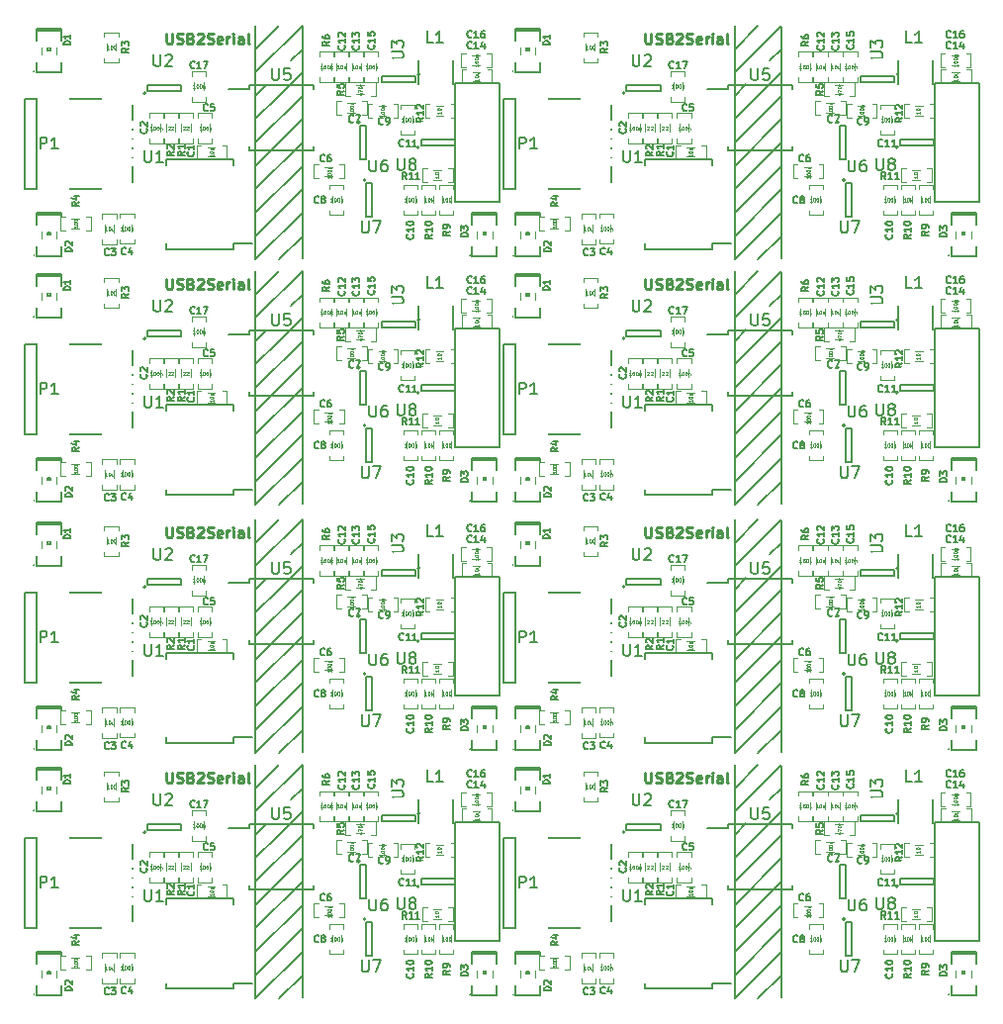
<source format=gto>
G04 #@! TF.FileFunction,Legend,Top*
%FSLAX46Y46*%
G04 Gerber Fmt 4.6, Leading zero omitted, Abs format (unit mm)*
G04 Created by KiCad (PCBNEW 0.201603131216+6619~43~ubuntu14.04.1-product) date Do 28 Apr 2016 22:30:15 CEST*
%MOMM*%
G01*
G04 APERTURE LIST*
%ADD10C,0.100000*%
%ADD11C,0.200000*%
%ADD12C,0.225000*%
%ADD13C,0.140000*%
%ADD14C,0.160000*%
%ADD15C,0.099060*%
%ADD16C,0.050800*%
%ADD17C,0.150000*%
%ADD18C,0.130000*%
%ADD19C,0.074930*%
%ADD20R,1.657000X1.149000*%
%ADD21R,1.057560X0.859440*%
%ADD22R,0.859440X1.057560*%
%ADD23R,2.010000X0.710000*%
%ADD24R,1.960000X0.910000*%
%ADD25R,0.910000X1.320000*%
%ADD26R,2.561240X0.760380*%
%ADD27R,2.759360X2.258980*%
%ADD28C,1.159160*%
%ADD29R,2.760000X1.160000*%
%ADD30R,3.259740X1.761140*%
%ADD31R,2.160000X2.160000*%
%ADD32C,2.160000*%
%ADD33R,1.320000X0.910000*%
G04 APERTURE END LIST*
D10*
D11*
X64275000Y-92575000D02*
X64300000Y-112425000D01*
X64250000Y-100500000D02*
X60250000Y-104500000D01*
X64250000Y-102500000D02*
X60250000Y-106500000D01*
X60250000Y-92500000D02*
X60250000Y-112500000D01*
X61250000Y-97500000D02*
X60250000Y-98500000D01*
X62250000Y-98500000D02*
X60250000Y-100500000D01*
X64250000Y-98500000D02*
X60250000Y-102500000D01*
X63250000Y-97500000D02*
X62250000Y-98500000D01*
X64250000Y-96500000D02*
X63250000Y-97500000D01*
X64250000Y-92500000D02*
X60250000Y-96500000D01*
X64250000Y-94500000D02*
X63250000Y-95500000D01*
X62250000Y-92500000D02*
X60250000Y-94500000D01*
X64250000Y-106500000D02*
X60250000Y-110500000D01*
X64250000Y-110500000D02*
X62250000Y-112500000D01*
X64250000Y-108500000D02*
X60250000Y-112500000D01*
X64250000Y-104500000D02*
X60250000Y-108500000D01*
D12*
X52610786Y-114143643D02*
X52610786Y-114872214D01*
X52653643Y-114957929D01*
X52696500Y-115000786D01*
X52782214Y-115043643D01*
X52953643Y-115043643D01*
X53039357Y-115000786D01*
X53082214Y-114957929D01*
X53125071Y-114872214D01*
X53125071Y-114143643D01*
X53510786Y-115000786D02*
X53639357Y-115043643D01*
X53853643Y-115043643D01*
X53939357Y-115000786D01*
X53982214Y-114957929D01*
X54025071Y-114872214D01*
X54025071Y-114786500D01*
X53982214Y-114700786D01*
X53939357Y-114657929D01*
X53853643Y-114615071D01*
X53682214Y-114572214D01*
X53596500Y-114529357D01*
X53553643Y-114486500D01*
X53510786Y-114400786D01*
X53510786Y-114315071D01*
X53553643Y-114229357D01*
X53596500Y-114186500D01*
X53682214Y-114143643D01*
X53896500Y-114143643D01*
X54025071Y-114186500D01*
X54710786Y-114572214D02*
X54839357Y-114615071D01*
X54882214Y-114657929D01*
X54925071Y-114743643D01*
X54925071Y-114872214D01*
X54882214Y-114957929D01*
X54839357Y-115000786D01*
X54753643Y-115043643D01*
X54410786Y-115043643D01*
X54410786Y-114143643D01*
X54710786Y-114143643D01*
X54796500Y-114186500D01*
X54839357Y-114229357D01*
X54882214Y-114315071D01*
X54882214Y-114400786D01*
X54839357Y-114486500D01*
X54796500Y-114529357D01*
X54710786Y-114572214D01*
X54410786Y-114572214D01*
X55267929Y-114229357D02*
X55310786Y-114186500D01*
X55396500Y-114143643D01*
X55610786Y-114143643D01*
X55696500Y-114186500D01*
X55739357Y-114229357D01*
X55782214Y-114315071D01*
X55782214Y-114400786D01*
X55739357Y-114529357D01*
X55225071Y-115043643D01*
X55782214Y-115043643D01*
X56125072Y-115000786D02*
X56253643Y-115043643D01*
X56467929Y-115043643D01*
X56553643Y-115000786D01*
X56596500Y-114957929D01*
X56639357Y-114872214D01*
X56639357Y-114786500D01*
X56596500Y-114700786D01*
X56553643Y-114657929D01*
X56467929Y-114615071D01*
X56296500Y-114572214D01*
X56210786Y-114529357D01*
X56167929Y-114486500D01*
X56125072Y-114400786D01*
X56125072Y-114315071D01*
X56167929Y-114229357D01*
X56210786Y-114186500D01*
X56296500Y-114143643D01*
X56510786Y-114143643D01*
X56639357Y-114186500D01*
X57367929Y-115000786D02*
X57282215Y-115043643D01*
X57110786Y-115043643D01*
X57025072Y-115000786D01*
X56982215Y-114915071D01*
X56982215Y-114572214D01*
X57025072Y-114486500D01*
X57110786Y-114443643D01*
X57282215Y-114443643D01*
X57367929Y-114486500D01*
X57410786Y-114572214D01*
X57410786Y-114657929D01*
X56982215Y-114743643D01*
X57796501Y-115043643D02*
X57796501Y-114443643D01*
X57796501Y-114615071D02*
X57839358Y-114529357D01*
X57882215Y-114486500D01*
X57967929Y-114443643D01*
X58053644Y-114443643D01*
X58353644Y-115043643D02*
X58353644Y-114443643D01*
X58353644Y-114143643D02*
X58310787Y-114186500D01*
X58353644Y-114229357D01*
X58396501Y-114186500D01*
X58353644Y-114143643D01*
X58353644Y-114229357D01*
X59167929Y-115043643D02*
X59167929Y-114572214D01*
X59125072Y-114486500D01*
X59039358Y-114443643D01*
X58867929Y-114443643D01*
X58782215Y-114486500D01*
X59167929Y-115000786D02*
X59082215Y-115043643D01*
X58867929Y-115043643D01*
X58782215Y-115000786D01*
X58739358Y-114915071D01*
X58739358Y-114829357D01*
X58782215Y-114743643D01*
X58867929Y-114700786D01*
X59082215Y-114700786D01*
X59167929Y-114657929D01*
X59725072Y-115043643D02*
X59639358Y-115000786D01*
X59596501Y-114915071D01*
X59596501Y-114143643D01*
D11*
X64250000Y-125500000D02*
X60250000Y-129500000D01*
X64250000Y-129500000D02*
X60250000Y-133500000D01*
X64250000Y-131500000D02*
X62250000Y-133500000D01*
X64250000Y-127500000D02*
X60250000Y-131500000D01*
X62250000Y-119500000D02*
X60250000Y-121500000D01*
X64250000Y-119500000D02*
X60250000Y-123500000D01*
X62250000Y-113500000D02*
X60250000Y-115500000D01*
X64250000Y-115500000D02*
X63250000Y-116500000D01*
X63250000Y-118500000D02*
X62250000Y-119500000D01*
X64250000Y-117500000D02*
X63250000Y-118500000D01*
X61250000Y-118500000D02*
X60250000Y-119500000D01*
X64250000Y-113500000D02*
X60250000Y-117500000D01*
X64250000Y-121500000D02*
X60250000Y-125500000D01*
X64250000Y-123500000D02*
X60250000Y-127500000D01*
X64275000Y-113575000D02*
X64300000Y-133425000D01*
X60250000Y-113500000D02*
X60250000Y-133500000D01*
D12*
X52610786Y-93143643D02*
X52610786Y-93872214D01*
X52653643Y-93957929D01*
X52696500Y-94000786D01*
X52782214Y-94043643D01*
X52953643Y-94043643D01*
X53039357Y-94000786D01*
X53082214Y-93957929D01*
X53125071Y-93872214D01*
X53125071Y-93143643D01*
X53510786Y-94000786D02*
X53639357Y-94043643D01*
X53853643Y-94043643D01*
X53939357Y-94000786D01*
X53982214Y-93957929D01*
X54025071Y-93872214D01*
X54025071Y-93786500D01*
X53982214Y-93700786D01*
X53939357Y-93657929D01*
X53853643Y-93615071D01*
X53682214Y-93572214D01*
X53596500Y-93529357D01*
X53553643Y-93486500D01*
X53510786Y-93400786D01*
X53510786Y-93315071D01*
X53553643Y-93229357D01*
X53596500Y-93186500D01*
X53682214Y-93143643D01*
X53896500Y-93143643D01*
X54025071Y-93186500D01*
X54710786Y-93572214D02*
X54839357Y-93615071D01*
X54882214Y-93657929D01*
X54925071Y-93743643D01*
X54925071Y-93872214D01*
X54882214Y-93957929D01*
X54839357Y-94000786D01*
X54753643Y-94043643D01*
X54410786Y-94043643D01*
X54410786Y-93143643D01*
X54710786Y-93143643D01*
X54796500Y-93186500D01*
X54839357Y-93229357D01*
X54882214Y-93315071D01*
X54882214Y-93400786D01*
X54839357Y-93486500D01*
X54796500Y-93529357D01*
X54710786Y-93572214D01*
X54410786Y-93572214D01*
X55267929Y-93229357D02*
X55310786Y-93186500D01*
X55396500Y-93143643D01*
X55610786Y-93143643D01*
X55696500Y-93186500D01*
X55739357Y-93229357D01*
X55782214Y-93315071D01*
X55782214Y-93400786D01*
X55739357Y-93529357D01*
X55225071Y-94043643D01*
X55782214Y-94043643D01*
X56125072Y-94000786D02*
X56253643Y-94043643D01*
X56467929Y-94043643D01*
X56553643Y-94000786D01*
X56596500Y-93957929D01*
X56639357Y-93872214D01*
X56639357Y-93786500D01*
X56596500Y-93700786D01*
X56553643Y-93657929D01*
X56467929Y-93615071D01*
X56296500Y-93572214D01*
X56210786Y-93529357D01*
X56167929Y-93486500D01*
X56125072Y-93400786D01*
X56125072Y-93315071D01*
X56167929Y-93229357D01*
X56210786Y-93186500D01*
X56296500Y-93143643D01*
X56510786Y-93143643D01*
X56639357Y-93186500D01*
X57367929Y-94000786D02*
X57282215Y-94043643D01*
X57110786Y-94043643D01*
X57025072Y-94000786D01*
X56982215Y-93915071D01*
X56982215Y-93572214D01*
X57025072Y-93486500D01*
X57110786Y-93443643D01*
X57282215Y-93443643D01*
X57367929Y-93486500D01*
X57410786Y-93572214D01*
X57410786Y-93657929D01*
X56982215Y-93743643D01*
X57796501Y-94043643D02*
X57796501Y-93443643D01*
X57796501Y-93615071D02*
X57839358Y-93529357D01*
X57882215Y-93486500D01*
X57967929Y-93443643D01*
X58053644Y-93443643D01*
X58353644Y-94043643D02*
X58353644Y-93443643D01*
X58353644Y-93143643D02*
X58310787Y-93186500D01*
X58353644Y-93229357D01*
X58396501Y-93186500D01*
X58353644Y-93143643D01*
X58353644Y-93229357D01*
X59167929Y-94043643D02*
X59167929Y-93572214D01*
X59125072Y-93486500D01*
X59039358Y-93443643D01*
X58867929Y-93443643D01*
X58782215Y-93486500D01*
X59167929Y-94000786D02*
X59082215Y-94043643D01*
X58867929Y-94043643D01*
X58782215Y-94000786D01*
X58739358Y-93915071D01*
X58739358Y-93829357D01*
X58782215Y-93743643D01*
X58867929Y-93700786D01*
X59082215Y-93700786D01*
X59167929Y-93657929D01*
X59725072Y-94043643D02*
X59639358Y-94000786D01*
X59596501Y-93915071D01*
X59596501Y-93143643D01*
X93610786Y-93143643D02*
X93610786Y-93872214D01*
X93653643Y-93957929D01*
X93696500Y-94000786D01*
X93782214Y-94043643D01*
X93953643Y-94043643D01*
X94039357Y-94000786D01*
X94082214Y-93957929D01*
X94125071Y-93872214D01*
X94125071Y-93143643D01*
X94510786Y-94000786D02*
X94639357Y-94043643D01*
X94853643Y-94043643D01*
X94939357Y-94000786D01*
X94982214Y-93957929D01*
X95025071Y-93872214D01*
X95025071Y-93786500D01*
X94982214Y-93700786D01*
X94939357Y-93657929D01*
X94853643Y-93615071D01*
X94682214Y-93572214D01*
X94596500Y-93529357D01*
X94553643Y-93486500D01*
X94510786Y-93400786D01*
X94510786Y-93315071D01*
X94553643Y-93229357D01*
X94596500Y-93186500D01*
X94682214Y-93143643D01*
X94896500Y-93143643D01*
X95025071Y-93186500D01*
X95710786Y-93572214D02*
X95839357Y-93615071D01*
X95882214Y-93657929D01*
X95925071Y-93743643D01*
X95925071Y-93872214D01*
X95882214Y-93957929D01*
X95839357Y-94000786D01*
X95753643Y-94043643D01*
X95410786Y-94043643D01*
X95410786Y-93143643D01*
X95710786Y-93143643D01*
X95796500Y-93186500D01*
X95839357Y-93229357D01*
X95882214Y-93315071D01*
X95882214Y-93400786D01*
X95839357Y-93486500D01*
X95796500Y-93529357D01*
X95710786Y-93572214D01*
X95410786Y-93572214D01*
X96267929Y-93229357D02*
X96310786Y-93186500D01*
X96396500Y-93143643D01*
X96610786Y-93143643D01*
X96696500Y-93186500D01*
X96739357Y-93229357D01*
X96782214Y-93315071D01*
X96782214Y-93400786D01*
X96739357Y-93529357D01*
X96225071Y-94043643D01*
X96782214Y-94043643D01*
X97125072Y-94000786D02*
X97253643Y-94043643D01*
X97467929Y-94043643D01*
X97553643Y-94000786D01*
X97596500Y-93957929D01*
X97639357Y-93872214D01*
X97639357Y-93786500D01*
X97596500Y-93700786D01*
X97553643Y-93657929D01*
X97467929Y-93615071D01*
X97296500Y-93572214D01*
X97210786Y-93529357D01*
X97167929Y-93486500D01*
X97125072Y-93400786D01*
X97125072Y-93315071D01*
X97167929Y-93229357D01*
X97210786Y-93186500D01*
X97296500Y-93143643D01*
X97510786Y-93143643D01*
X97639357Y-93186500D01*
X98367929Y-94000786D02*
X98282215Y-94043643D01*
X98110786Y-94043643D01*
X98025072Y-94000786D01*
X97982215Y-93915071D01*
X97982215Y-93572214D01*
X98025072Y-93486500D01*
X98110786Y-93443643D01*
X98282215Y-93443643D01*
X98367929Y-93486500D01*
X98410786Y-93572214D01*
X98410786Y-93657929D01*
X97982215Y-93743643D01*
X98796501Y-94043643D02*
X98796501Y-93443643D01*
X98796501Y-93615071D02*
X98839358Y-93529357D01*
X98882215Y-93486500D01*
X98967929Y-93443643D01*
X99053644Y-93443643D01*
X99353644Y-94043643D02*
X99353644Y-93443643D01*
X99353644Y-93143643D02*
X99310787Y-93186500D01*
X99353644Y-93229357D01*
X99396501Y-93186500D01*
X99353644Y-93143643D01*
X99353644Y-93229357D01*
X100167929Y-94043643D02*
X100167929Y-93572214D01*
X100125072Y-93486500D01*
X100039358Y-93443643D01*
X99867929Y-93443643D01*
X99782215Y-93486500D01*
X100167929Y-94000786D02*
X100082215Y-94043643D01*
X99867929Y-94043643D01*
X99782215Y-94000786D01*
X99739358Y-93915071D01*
X99739358Y-93829357D01*
X99782215Y-93743643D01*
X99867929Y-93700786D01*
X100082215Y-93700786D01*
X100167929Y-93657929D01*
X100725072Y-94043643D02*
X100639358Y-94000786D01*
X100596501Y-93915071D01*
X100596501Y-93143643D01*
D11*
X104250000Y-97500000D02*
X103250000Y-98500000D01*
X102250000Y-97500000D02*
X101250000Y-98500000D01*
X105250000Y-94500000D02*
X104250000Y-95500000D01*
X103250000Y-92500000D02*
X101250000Y-94500000D01*
X105250000Y-92500000D02*
X101250000Y-96500000D01*
X105250000Y-96500000D02*
X104250000Y-97500000D01*
X105250000Y-108500000D02*
X101250000Y-112500000D01*
X105250000Y-110500000D02*
X103250000Y-112500000D01*
X105250000Y-106500000D02*
X101250000Y-110500000D01*
X105250000Y-104500000D02*
X101250000Y-108500000D01*
X105250000Y-100500000D02*
X101250000Y-104500000D01*
X105250000Y-102500000D02*
X101250000Y-106500000D01*
X105275000Y-92575000D02*
X105300000Y-112425000D01*
X101250000Y-92500000D02*
X101250000Y-112500000D01*
X103250000Y-98500000D02*
X101250000Y-100500000D01*
X105250000Y-98500000D02*
X101250000Y-102500000D01*
D12*
X93610786Y-114143643D02*
X93610786Y-114872214D01*
X93653643Y-114957929D01*
X93696500Y-115000786D01*
X93782214Y-115043643D01*
X93953643Y-115043643D01*
X94039357Y-115000786D01*
X94082214Y-114957929D01*
X94125071Y-114872214D01*
X94125071Y-114143643D01*
X94510786Y-115000786D02*
X94639357Y-115043643D01*
X94853643Y-115043643D01*
X94939357Y-115000786D01*
X94982214Y-114957929D01*
X95025071Y-114872214D01*
X95025071Y-114786500D01*
X94982214Y-114700786D01*
X94939357Y-114657929D01*
X94853643Y-114615071D01*
X94682214Y-114572214D01*
X94596500Y-114529357D01*
X94553643Y-114486500D01*
X94510786Y-114400786D01*
X94510786Y-114315071D01*
X94553643Y-114229357D01*
X94596500Y-114186500D01*
X94682214Y-114143643D01*
X94896500Y-114143643D01*
X95025071Y-114186500D01*
X95710786Y-114572214D02*
X95839357Y-114615071D01*
X95882214Y-114657929D01*
X95925071Y-114743643D01*
X95925071Y-114872214D01*
X95882214Y-114957929D01*
X95839357Y-115000786D01*
X95753643Y-115043643D01*
X95410786Y-115043643D01*
X95410786Y-114143643D01*
X95710786Y-114143643D01*
X95796500Y-114186500D01*
X95839357Y-114229357D01*
X95882214Y-114315071D01*
X95882214Y-114400786D01*
X95839357Y-114486500D01*
X95796500Y-114529357D01*
X95710786Y-114572214D01*
X95410786Y-114572214D01*
X96267929Y-114229357D02*
X96310786Y-114186500D01*
X96396500Y-114143643D01*
X96610786Y-114143643D01*
X96696500Y-114186500D01*
X96739357Y-114229357D01*
X96782214Y-114315071D01*
X96782214Y-114400786D01*
X96739357Y-114529357D01*
X96225071Y-115043643D01*
X96782214Y-115043643D01*
X97125072Y-115000786D02*
X97253643Y-115043643D01*
X97467929Y-115043643D01*
X97553643Y-115000786D01*
X97596500Y-114957929D01*
X97639357Y-114872214D01*
X97639357Y-114786500D01*
X97596500Y-114700786D01*
X97553643Y-114657929D01*
X97467929Y-114615071D01*
X97296500Y-114572214D01*
X97210786Y-114529357D01*
X97167929Y-114486500D01*
X97125072Y-114400786D01*
X97125072Y-114315071D01*
X97167929Y-114229357D01*
X97210786Y-114186500D01*
X97296500Y-114143643D01*
X97510786Y-114143643D01*
X97639357Y-114186500D01*
X98367929Y-115000786D02*
X98282215Y-115043643D01*
X98110786Y-115043643D01*
X98025072Y-115000786D01*
X97982215Y-114915071D01*
X97982215Y-114572214D01*
X98025072Y-114486500D01*
X98110786Y-114443643D01*
X98282215Y-114443643D01*
X98367929Y-114486500D01*
X98410786Y-114572214D01*
X98410786Y-114657929D01*
X97982215Y-114743643D01*
X98796501Y-115043643D02*
X98796501Y-114443643D01*
X98796501Y-114615071D02*
X98839358Y-114529357D01*
X98882215Y-114486500D01*
X98967929Y-114443643D01*
X99053644Y-114443643D01*
X99353644Y-115043643D02*
X99353644Y-114443643D01*
X99353644Y-114143643D02*
X99310787Y-114186500D01*
X99353644Y-114229357D01*
X99396501Y-114186500D01*
X99353644Y-114143643D01*
X99353644Y-114229357D01*
X100167929Y-115043643D02*
X100167929Y-114572214D01*
X100125072Y-114486500D01*
X100039358Y-114443643D01*
X99867929Y-114443643D01*
X99782215Y-114486500D01*
X100167929Y-115000786D02*
X100082215Y-115043643D01*
X99867929Y-115043643D01*
X99782215Y-115000786D01*
X99739358Y-114915071D01*
X99739358Y-114829357D01*
X99782215Y-114743643D01*
X99867929Y-114700786D01*
X100082215Y-114700786D01*
X100167929Y-114657929D01*
X100725072Y-115043643D02*
X100639358Y-115000786D01*
X100596501Y-114915071D01*
X100596501Y-114143643D01*
D11*
X103250000Y-113500000D02*
X101250000Y-115500000D01*
X105250000Y-113500000D02*
X101250000Y-117500000D01*
X105250000Y-129500000D02*
X101250000Y-133500000D01*
X105250000Y-131500000D02*
X103250000Y-133500000D01*
X105250000Y-125500000D02*
X101250000Y-129500000D01*
X105250000Y-127500000D02*
X101250000Y-131500000D01*
X101250000Y-113500000D02*
X101250000Y-133500000D01*
X105275000Y-113575000D02*
X105300000Y-133425000D01*
X105250000Y-117500000D02*
X104250000Y-118500000D01*
X104250000Y-118500000D02*
X103250000Y-119500000D01*
X102250000Y-118500000D02*
X101250000Y-119500000D01*
X105250000Y-119500000D02*
X101250000Y-123500000D01*
X103250000Y-119500000D02*
X101250000Y-121500000D01*
X105250000Y-121500000D02*
X101250000Y-125500000D01*
X105250000Y-123500000D02*
X101250000Y-127500000D01*
X105250000Y-115500000D02*
X104250000Y-116500000D01*
D12*
X52610786Y-71893643D02*
X52610786Y-72622214D01*
X52653643Y-72707929D01*
X52696500Y-72750786D01*
X52782214Y-72793643D01*
X52953643Y-72793643D01*
X53039357Y-72750786D01*
X53082214Y-72707929D01*
X53125071Y-72622214D01*
X53125071Y-71893643D01*
X53510786Y-72750786D02*
X53639357Y-72793643D01*
X53853643Y-72793643D01*
X53939357Y-72750786D01*
X53982214Y-72707929D01*
X54025071Y-72622214D01*
X54025071Y-72536500D01*
X53982214Y-72450786D01*
X53939357Y-72407929D01*
X53853643Y-72365071D01*
X53682214Y-72322214D01*
X53596500Y-72279357D01*
X53553643Y-72236500D01*
X53510786Y-72150786D01*
X53510786Y-72065071D01*
X53553643Y-71979357D01*
X53596500Y-71936500D01*
X53682214Y-71893643D01*
X53896500Y-71893643D01*
X54025071Y-71936500D01*
X54710786Y-72322214D02*
X54839357Y-72365071D01*
X54882214Y-72407929D01*
X54925071Y-72493643D01*
X54925071Y-72622214D01*
X54882214Y-72707929D01*
X54839357Y-72750786D01*
X54753643Y-72793643D01*
X54410786Y-72793643D01*
X54410786Y-71893643D01*
X54710786Y-71893643D01*
X54796500Y-71936500D01*
X54839357Y-71979357D01*
X54882214Y-72065071D01*
X54882214Y-72150786D01*
X54839357Y-72236500D01*
X54796500Y-72279357D01*
X54710786Y-72322214D01*
X54410786Y-72322214D01*
X55267929Y-71979357D02*
X55310786Y-71936500D01*
X55396500Y-71893643D01*
X55610786Y-71893643D01*
X55696500Y-71936500D01*
X55739357Y-71979357D01*
X55782214Y-72065071D01*
X55782214Y-72150786D01*
X55739357Y-72279357D01*
X55225071Y-72793643D01*
X55782214Y-72793643D01*
X56125072Y-72750786D02*
X56253643Y-72793643D01*
X56467929Y-72793643D01*
X56553643Y-72750786D01*
X56596500Y-72707929D01*
X56639357Y-72622214D01*
X56639357Y-72536500D01*
X56596500Y-72450786D01*
X56553643Y-72407929D01*
X56467929Y-72365071D01*
X56296500Y-72322214D01*
X56210786Y-72279357D01*
X56167929Y-72236500D01*
X56125072Y-72150786D01*
X56125072Y-72065071D01*
X56167929Y-71979357D01*
X56210786Y-71936500D01*
X56296500Y-71893643D01*
X56510786Y-71893643D01*
X56639357Y-71936500D01*
X57367929Y-72750786D02*
X57282215Y-72793643D01*
X57110786Y-72793643D01*
X57025072Y-72750786D01*
X56982215Y-72665071D01*
X56982215Y-72322214D01*
X57025072Y-72236500D01*
X57110786Y-72193643D01*
X57282215Y-72193643D01*
X57367929Y-72236500D01*
X57410786Y-72322214D01*
X57410786Y-72407929D01*
X56982215Y-72493643D01*
X57796501Y-72793643D02*
X57796501Y-72193643D01*
X57796501Y-72365071D02*
X57839358Y-72279357D01*
X57882215Y-72236500D01*
X57967929Y-72193643D01*
X58053644Y-72193643D01*
X58353644Y-72793643D02*
X58353644Y-72193643D01*
X58353644Y-71893643D02*
X58310787Y-71936500D01*
X58353644Y-71979357D01*
X58396501Y-71936500D01*
X58353644Y-71893643D01*
X58353644Y-71979357D01*
X59167929Y-72793643D02*
X59167929Y-72322214D01*
X59125072Y-72236500D01*
X59039358Y-72193643D01*
X58867929Y-72193643D01*
X58782215Y-72236500D01*
X59167929Y-72750786D02*
X59082215Y-72793643D01*
X58867929Y-72793643D01*
X58782215Y-72750786D01*
X58739358Y-72665071D01*
X58739358Y-72579357D01*
X58782215Y-72493643D01*
X58867929Y-72450786D01*
X59082215Y-72450786D01*
X59167929Y-72407929D01*
X59725072Y-72793643D02*
X59639358Y-72750786D01*
X59596501Y-72665071D01*
X59596501Y-71893643D01*
D11*
X62250000Y-77250000D02*
X60250000Y-79250000D01*
X64250000Y-77250000D02*
X60250000Y-81250000D01*
X64250000Y-89250000D02*
X62250000Y-91250000D01*
X64250000Y-87250000D02*
X60250000Y-91250000D01*
X62250000Y-71250000D02*
X60250000Y-73250000D01*
X64250000Y-71250000D02*
X60250000Y-75250000D01*
X64250000Y-75250000D02*
X63250000Y-76250000D01*
X60250000Y-71250000D02*
X60250000Y-91250000D01*
X64250000Y-73250000D02*
X63250000Y-74250000D01*
X63250000Y-76250000D02*
X62250000Y-77250000D01*
X61250000Y-76250000D02*
X60250000Y-77250000D01*
X64250000Y-79250000D02*
X60250000Y-83250000D01*
X64250000Y-83250000D02*
X60250000Y-87250000D01*
X64250000Y-81250000D02*
X60250000Y-85250000D01*
X64250000Y-85250000D02*
X60250000Y-89250000D01*
X64275000Y-71325000D02*
X64300000Y-91175000D01*
D12*
X93610786Y-71893643D02*
X93610786Y-72622214D01*
X93653643Y-72707929D01*
X93696500Y-72750786D01*
X93782214Y-72793643D01*
X93953643Y-72793643D01*
X94039357Y-72750786D01*
X94082214Y-72707929D01*
X94125071Y-72622214D01*
X94125071Y-71893643D01*
X94510786Y-72750786D02*
X94639357Y-72793643D01*
X94853643Y-72793643D01*
X94939357Y-72750786D01*
X94982214Y-72707929D01*
X95025071Y-72622214D01*
X95025071Y-72536500D01*
X94982214Y-72450786D01*
X94939357Y-72407929D01*
X94853643Y-72365071D01*
X94682214Y-72322214D01*
X94596500Y-72279357D01*
X94553643Y-72236500D01*
X94510786Y-72150786D01*
X94510786Y-72065071D01*
X94553643Y-71979357D01*
X94596500Y-71936500D01*
X94682214Y-71893643D01*
X94896500Y-71893643D01*
X95025071Y-71936500D01*
X95710786Y-72322214D02*
X95839357Y-72365071D01*
X95882214Y-72407929D01*
X95925071Y-72493643D01*
X95925071Y-72622214D01*
X95882214Y-72707929D01*
X95839357Y-72750786D01*
X95753643Y-72793643D01*
X95410786Y-72793643D01*
X95410786Y-71893643D01*
X95710786Y-71893643D01*
X95796500Y-71936500D01*
X95839357Y-71979357D01*
X95882214Y-72065071D01*
X95882214Y-72150786D01*
X95839357Y-72236500D01*
X95796500Y-72279357D01*
X95710786Y-72322214D01*
X95410786Y-72322214D01*
X96267929Y-71979357D02*
X96310786Y-71936500D01*
X96396500Y-71893643D01*
X96610786Y-71893643D01*
X96696500Y-71936500D01*
X96739357Y-71979357D01*
X96782214Y-72065071D01*
X96782214Y-72150786D01*
X96739357Y-72279357D01*
X96225071Y-72793643D01*
X96782214Y-72793643D01*
X97125072Y-72750786D02*
X97253643Y-72793643D01*
X97467929Y-72793643D01*
X97553643Y-72750786D01*
X97596500Y-72707929D01*
X97639357Y-72622214D01*
X97639357Y-72536500D01*
X97596500Y-72450786D01*
X97553643Y-72407929D01*
X97467929Y-72365071D01*
X97296500Y-72322214D01*
X97210786Y-72279357D01*
X97167929Y-72236500D01*
X97125072Y-72150786D01*
X97125072Y-72065071D01*
X97167929Y-71979357D01*
X97210786Y-71936500D01*
X97296500Y-71893643D01*
X97510786Y-71893643D01*
X97639357Y-71936500D01*
X98367929Y-72750786D02*
X98282215Y-72793643D01*
X98110786Y-72793643D01*
X98025072Y-72750786D01*
X97982215Y-72665071D01*
X97982215Y-72322214D01*
X98025072Y-72236500D01*
X98110786Y-72193643D01*
X98282215Y-72193643D01*
X98367929Y-72236500D01*
X98410786Y-72322214D01*
X98410786Y-72407929D01*
X97982215Y-72493643D01*
X98796501Y-72793643D02*
X98796501Y-72193643D01*
X98796501Y-72365071D02*
X98839358Y-72279357D01*
X98882215Y-72236500D01*
X98967929Y-72193643D01*
X99053644Y-72193643D01*
X99353644Y-72793643D02*
X99353644Y-72193643D01*
X99353644Y-71893643D02*
X99310787Y-71936500D01*
X99353644Y-71979357D01*
X99396501Y-71936500D01*
X99353644Y-71893643D01*
X99353644Y-71979357D01*
X100167929Y-72793643D02*
X100167929Y-72322214D01*
X100125072Y-72236500D01*
X100039358Y-72193643D01*
X99867929Y-72193643D01*
X99782215Y-72236500D01*
X100167929Y-72750786D02*
X100082215Y-72793643D01*
X99867929Y-72793643D01*
X99782215Y-72750786D01*
X99739358Y-72665071D01*
X99739358Y-72579357D01*
X99782215Y-72493643D01*
X99867929Y-72450786D01*
X100082215Y-72450786D01*
X100167929Y-72407929D01*
X100725072Y-72793643D02*
X100639358Y-72750786D01*
X100596501Y-72665071D01*
X100596501Y-71893643D01*
D11*
X103250000Y-77250000D02*
X101250000Y-79250000D01*
X105250000Y-77250000D02*
X101250000Y-81250000D01*
X104250000Y-76250000D02*
X103250000Y-77250000D01*
X102250000Y-76250000D02*
X101250000Y-77250000D01*
X105250000Y-83250000D02*
X101250000Y-87250000D01*
X105250000Y-81250000D02*
X101250000Y-85250000D01*
X105250000Y-79250000D02*
X101250000Y-83250000D01*
X105250000Y-85250000D02*
X101250000Y-89250000D01*
X105275000Y-71325000D02*
X105300000Y-91175000D01*
X105250000Y-87250000D02*
X101250000Y-91250000D01*
X103250000Y-71250000D02*
X101250000Y-73250000D01*
X105250000Y-71250000D02*
X101250000Y-75250000D01*
X105250000Y-89250000D02*
X103250000Y-91250000D01*
X101250000Y-71250000D02*
X101250000Y-91250000D01*
X105250000Y-75250000D02*
X104250000Y-76250000D01*
X105250000Y-73250000D02*
X104250000Y-74250000D01*
X104250000Y-55250000D02*
X103250000Y-56250000D01*
X102250000Y-55250000D02*
X101250000Y-56250000D01*
X105250000Y-54250000D02*
X104250000Y-55250000D01*
X105250000Y-52250000D02*
X104250000Y-53250000D01*
X105275000Y-50325000D02*
X105300000Y-70175000D01*
X103250000Y-50250000D02*
X101250000Y-52250000D01*
X105250000Y-50250000D02*
X101250000Y-54250000D01*
X105250000Y-68250000D02*
X103250000Y-70250000D01*
X105250000Y-66250000D02*
X101250000Y-70250000D01*
X101250000Y-50250000D02*
X101250000Y-70250000D01*
X103250000Y-56250000D02*
X101250000Y-58250000D01*
X105250000Y-56250000D02*
X101250000Y-60250000D01*
X105250000Y-58250000D02*
X101250000Y-62250000D01*
X105250000Y-62250000D02*
X101250000Y-66250000D01*
X105250000Y-60250000D02*
X101250000Y-64250000D01*
X105250000Y-64250000D02*
X101250000Y-68250000D01*
D12*
X93610786Y-50893643D02*
X93610786Y-51622214D01*
X93653643Y-51707929D01*
X93696500Y-51750786D01*
X93782214Y-51793643D01*
X93953643Y-51793643D01*
X94039357Y-51750786D01*
X94082214Y-51707929D01*
X94125071Y-51622214D01*
X94125071Y-50893643D01*
X94510786Y-51750786D02*
X94639357Y-51793643D01*
X94853643Y-51793643D01*
X94939357Y-51750786D01*
X94982214Y-51707929D01*
X95025071Y-51622214D01*
X95025071Y-51536500D01*
X94982214Y-51450786D01*
X94939357Y-51407929D01*
X94853643Y-51365071D01*
X94682214Y-51322214D01*
X94596500Y-51279357D01*
X94553643Y-51236500D01*
X94510786Y-51150786D01*
X94510786Y-51065071D01*
X94553643Y-50979357D01*
X94596500Y-50936500D01*
X94682214Y-50893643D01*
X94896500Y-50893643D01*
X95025071Y-50936500D01*
X95710786Y-51322214D02*
X95839357Y-51365071D01*
X95882214Y-51407929D01*
X95925071Y-51493643D01*
X95925071Y-51622214D01*
X95882214Y-51707929D01*
X95839357Y-51750786D01*
X95753643Y-51793643D01*
X95410786Y-51793643D01*
X95410786Y-50893643D01*
X95710786Y-50893643D01*
X95796500Y-50936500D01*
X95839357Y-50979357D01*
X95882214Y-51065071D01*
X95882214Y-51150786D01*
X95839357Y-51236500D01*
X95796500Y-51279357D01*
X95710786Y-51322214D01*
X95410786Y-51322214D01*
X96267929Y-50979357D02*
X96310786Y-50936500D01*
X96396500Y-50893643D01*
X96610786Y-50893643D01*
X96696500Y-50936500D01*
X96739357Y-50979357D01*
X96782214Y-51065071D01*
X96782214Y-51150786D01*
X96739357Y-51279357D01*
X96225071Y-51793643D01*
X96782214Y-51793643D01*
X97125072Y-51750786D02*
X97253643Y-51793643D01*
X97467929Y-51793643D01*
X97553643Y-51750786D01*
X97596500Y-51707929D01*
X97639357Y-51622214D01*
X97639357Y-51536500D01*
X97596500Y-51450786D01*
X97553643Y-51407929D01*
X97467929Y-51365071D01*
X97296500Y-51322214D01*
X97210786Y-51279357D01*
X97167929Y-51236500D01*
X97125072Y-51150786D01*
X97125072Y-51065071D01*
X97167929Y-50979357D01*
X97210786Y-50936500D01*
X97296500Y-50893643D01*
X97510786Y-50893643D01*
X97639357Y-50936500D01*
X98367929Y-51750786D02*
X98282215Y-51793643D01*
X98110786Y-51793643D01*
X98025072Y-51750786D01*
X97982215Y-51665071D01*
X97982215Y-51322214D01*
X98025072Y-51236500D01*
X98110786Y-51193643D01*
X98282215Y-51193643D01*
X98367929Y-51236500D01*
X98410786Y-51322214D01*
X98410786Y-51407929D01*
X97982215Y-51493643D01*
X98796501Y-51793643D02*
X98796501Y-51193643D01*
X98796501Y-51365071D02*
X98839358Y-51279357D01*
X98882215Y-51236500D01*
X98967929Y-51193643D01*
X99053644Y-51193643D01*
X99353644Y-51793643D02*
X99353644Y-51193643D01*
X99353644Y-50893643D02*
X99310787Y-50936500D01*
X99353644Y-50979357D01*
X99396501Y-50936500D01*
X99353644Y-50893643D01*
X99353644Y-50979357D01*
X100167929Y-51793643D02*
X100167929Y-51322214D01*
X100125072Y-51236500D01*
X100039358Y-51193643D01*
X99867929Y-51193643D01*
X99782215Y-51236500D01*
X100167929Y-51750786D02*
X100082215Y-51793643D01*
X99867929Y-51793643D01*
X99782215Y-51750786D01*
X99739358Y-51665071D01*
X99739358Y-51579357D01*
X99782215Y-51493643D01*
X99867929Y-51450786D01*
X100082215Y-51450786D01*
X100167929Y-51407929D01*
X100725072Y-51793643D02*
X100639358Y-51750786D01*
X100596501Y-51665071D01*
X100596501Y-50893643D01*
X52610786Y-50893643D02*
X52610786Y-51622214D01*
X52653643Y-51707929D01*
X52696500Y-51750786D01*
X52782214Y-51793643D01*
X52953643Y-51793643D01*
X53039357Y-51750786D01*
X53082214Y-51707929D01*
X53125071Y-51622214D01*
X53125071Y-50893643D01*
X53510786Y-51750786D02*
X53639357Y-51793643D01*
X53853643Y-51793643D01*
X53939357Y-51750786D01*
X53982214Y-51707929D01*
X54025071Y-51622214D01*
X54025071Y-51536500D01*
X53982214Y-51450786D01*
X53939357Y-51407929D01*
X53853643Y-51365071D01*
X53682214Y-51322214D01*
X53596500Y-51279357D01*
X53553643Y-51236500D01*
X53510786Y-51150786D01*
X53510786Y-51065071D01*
X53553643Y-50979357D01*
X53596500Y-50936500D01*
X53682214Y-50893643D01*
X53896500Y-50893643D01*
X54025071Y-50936500D01*
X54710786Y-51322214D02*
X54839357Y-51365071D01*
X54882214Y-51407929D01*
X54925071Y-51493643D01*
X54925071Y-51622214D01*
X54882214Y-51707929D01*
X54839357Y-51750786D01*
X54753643Y-51793643D01*
X54410786Y-51793643D01*
X54410786Y-50893643D01*
X54710786Y-50893643D01*
X54796500Y-50936500D01*
X54839357Y-50979357D01*
X54882214Y-51065071D01*
X54882214Y-51150786D01*
X54839357Y-51236500D01*
X54796500Y-51279357D01*
X54710786Y-51322214D01*
X54410786Y-51322214D01*
X55267929Y-50979357D02*
X55310786Y-50936500D01*
X55396500Y-50893643D01*
X55610786Y-50893643D01*
X55696500Y-50936500D01*
X55739357Y-50979357D01*
X55782214Y-51065071D01*
X55782214Y-51150786D01*
X55739357Y-51279357D01*
X55225071Y-51793643D01*
X55782214Y-51793643D01*
X56125072Y-51750786D02*
X56253643Y-51793643D01*
X56467929Y-51793643D01*
X56553643Y-51750786D01*
X56596500Y-51707929D01*
X56639357Y-51622214D01*
X56639357Y-51536500D01*
X56596500Y-51450786D01*
X56553643Y-51407929D01*
X56467929Y-51365071D01*
X56296500Y-51322214D01*
X56210786Y-51279357D01*
X56167929Y-51236500D01*
X56125072Y-51150786D01*
X56125072Y-51065071D01*
X56167929Y-50979357D01*
X56210786Y-50936500D01*
X56296500Y-50893643D01*
X56510786Y-50893643D01*
X56639357Y-50936500D01*
X57367929Y-51750786D02*
X57282215Y-51793643D01*
X57110786Y-51793643D01*
X57025072Y-51750786D01*
X56982215Y-51665071D01*
X56982215Y-51322214D01*
X57025072Y-51236500D01*
X57110786Y-51193643D01*
X57282215Y-51193643D01*
X57367929Y-51236500D01*
X57410786Y-51322214D01*
X57410786Y-51407929D01*
X56982215Y-51493643D01*
X57796501Y-51793643D02*
X57796501Y-51193643D01*
X57796501Y-51365071D02*
X57839358Y-51279357D01*
X57882215Y-51236500D01*
X57967929Y-51193643D01*
X58053644Y-51193643D01*
X58353644Y-51793643D02*
X58353644Y-51193643D01*
X58353644Y-50893643D02*
X58310787Y-50936500D01*
X58353644Y-50979357D01*
X58396501Y-50936500D01*
X58353644Y-50893643D01*
X58353644Y-50979357D01*
X59167929Y-51793643D02*
X59167929Y-51322214D01*
X59125072Y-51236500D01*
X59039358Y-51193643D01*
X58867929Y-51193643D01*
X58782215Y-51236500D01*
X59167929Y-51750786D02*
X59082215Y-51793643D01*
X58867929Y-51793643D01*
X58782215Y-51750786D01*
X58739358Y-51665071D01*
X58739358Y-51579357D01*
X58782215Y-51493643D01*
X58867929Y-51450786D01*
X59082215Y-51450786D01*
X59167929Y-51407929D01*
X59725072Y-51793643D02*
X59639358Y-51750786D01*
X59596501Y-51665071D01*
X59596501Y-50893643D01*
D11*
X64250000Y-68250000D02*
X62250000Y-70250000D01*
X64250000Y-66250000D02*
X60250000Y-70250000D01*
X64250000Y-64250000D02*
X60250000Y-68250000D01*
X64250000Y-62250000D02*
X60250000Y-66250000D01*
X64250000Y-60250000D02*
X60250000Y-64250000D01*
X64250000Y-58250000D02*
X60250000Y-62250000D01*
X64250000Y-56250000D02*
X60250000Y-60250000D01*
X63250000Y-55250000D02*
X62250000Y-56250000D01*
X62250000Y-56250000D02*
X60250000Y-58250000D01*
X61250000Y-55250000D02*
X60250000Y-56250000D01*
X64250000Y-54250000D02*
X63250000Y-55250000D01*
X64250000Y-52250000D02*
X63250000Y-53250000D01*
X62250000Y-50250000D02*
X60250000Y-52250000D01*
X64250000Y-50250000D02*
X60250000Y-54250000D01*
X60250000Y-50250000D02*
X60250000Y-70250000D01*
X64275000Y-50325000D02*
X64300000Y-70175000D01*
D13*
X41304000Y-133164000D02*
G75*
G03X41304000Y-133164000I-50000J0D01*
G01*
D14*
X42454000Y-131364000D02*
X42654000Y-131364000D01*
X42654000Y-131364000D02*
X42654000Y-131264000D01*
X42654000Y-131264000D02*
X42654000Y-131164000D01*
X42654000Y-131164000D02*
X42454000Y-131164000D01*
X42454000Y-131164000D02*
X42454000Y-131364000D01*
X42454000Y-131364000D02*
X42554000Y-131264000D01*
X41504000Y-130014000D02*
X41504000Y-129514000D01*
X43604000Y-129914000D02*
X43604000Y-129514000D01*
X41504000Y-129514000D02*
X43604000Y-129514000D01*
X41504000Y-129614000D02*
X43604000Y-129614000D01*
X43604000Y-130514000D02*
X43604000Y-129714000D01*
X41504000Y-130514000D02*
X41504000Y-129714000D01*
X41504000Y-129714000D02*
X43604000Y-129714000D01*
X43604000Y-133214000D02*
X43604000Y-132414000D01*
X41504000Y-133214000D02*
X43604000Y-133214000D01*
X41504000Y-133214000D02*
X41504000Y-132414000D01*
D10*
X41903760Y-131064000D02*
X41903760Y-131864000D01*
X43204240Y-131064000D02*
X43204240Y-131864000D01*
D15*
X47125560Y-129599520D02*
X47125560Y-130000840D01*
X48324440Y-129599520D02*
X48324440Y-130000840D01*
X47125560Y-132200480D02*
X47125560Y-131799160D01*
D16*
X47325280Y-130501220D02*
X47325280Y-131298780D01*
X48124720Y-130501220D02*
X48124720Y-131298780D01*
D15*
X48324440Y-132200480D02*
X47125560Y-132200480D01*
X48324440Y-132200480D02*
X48324440Y-131799160D01*
X48324440Y-129599520D02*
X47125560Y-129599520D01*
X48650560Y-129574520D02*
X48650560Y-129975840D01*
X49849440Y-129574520D02*
X49849440Y-129975840D01*
X48650560Y-132175480D02*
X48650560Y-131774160D01*
D16*
X48850280Y-130476220D02*
X48850280Y-131273780D01*
X49649720Y-130476220D02*
X49649720Y-131273780D01*
D15*
X49849440Y-132175480D02*
X48650560Y-132175480D01*
X49849440Y-132175480D02*
X49849440Y-131774160D01*
X49849440Y-129574520D02*
X48650560Y-129574520D01*
X43549520Y-131047440D02*
X43950840Y-131047440D01*
X43549520Y-129848560D02*
X43950840Y-129848560D01*
X46150480Y-131047440D02*
X45749160Y-131047440D01*
D16*
X44451220Y-130847720D02*
X45248780Y-130847720D01*
X44451220Y-130048280D02*
X45248780Y-130048280D01*
D15*
X46150480Y-129848560D02*
X46150480Y-131047440D01*
X46150480Y-129848560D02*
X45749160Y-129848560D01*
X43549520Y-129848560D02*
X43549520Y-131047440D01*
X65249520Y-126574440D02*
X65650840Y-126574440D01*
X65249520Y-125375560D02*
X65650840Y-125375560D01*
X67850480Y-126574440D02*
X67449160Y-126574440D01*
D16*
X66151220Y-126374720D02*
X66948780Y-126374720D01*
X66151220Y-125575280D02*
X66948780Y-125575280D01*
D15*
X67850480Y-125375560D02*
X67850480Y-126574440D01*
X67850480Y-125375560D02*
X67449160Y-125375560D01*
X65249520Y-125375560D02*
X65249520Y-126574440D01*
X53599440Y-123590420D02*
X53599440Y-123189100D01*
X52400560Y-123590420D02*
X52400560Y-123189100D01*
X53599440Y-120989460D02*
X53599440Y-121390780D01*
D16*
X53399720Y-122688720D02*
X53399720Y-121891160D01*
X52600280Y-122688720D02*
X52600280Y-121891160D01*
D15*
X52400560Y-120989460D02*
X53599440Y-120989460D01*
X52400560Y-120989460D02*
X52400560Y-121390780D01*
X52400560Y-123590420D02*
X53599440Y-123590420D01*
X54874440Y-123590420D02*
X54874440Y-123189100D01*
X53675560Y-123590420D02*
X53675560Y-123189100D01*
X54874440Y-120989460D02*
X54874440Y-121390780D01*
D16*
X54674720Y-122688720D02*
X54674720Y-121891160D01*
X53875280Y-122688720D02*
X53875280Y-121891160D01*
D15*
X53675560Y-120989460D02*
X54874440Y-120989460D01*
X53675560Y-120989460D02*
X53675560Y-121390780D01*
X53675560Y-123590420D02*
X54874440Y-123590420D01*
X55189460Y-124924440D02*
X55590780Y-124924440D01*
X55189460Y-123725560D02*
X55590780Y-123725560D01*
X57790420Y-124924440D02*
X57389100Y-124924440D01*
D16*
X56091160Y-124724720D02*
X56888720Y-124724720D01*
X56091160Y-123925280D02*
X56888720Y-123925280D01*
D15*
X57790420Y-123725560D02*
X57790420Y-124924440D01*
X57790420Y-123725560D02*
X57389100Y-123725560D01*
X55189460Y-123725560D02*
X55189460Y-124924440D01*
X66592560Y-127115520D02*
X66592560Y-127516840D01*
X67791440Y-127115520D02*
X67791440Y-127516840D01*
X66592560Y-129716480D02*
X66592560Y-129315160D01*
D16*
X66792280Y-128017220D02*
X66792280Y-128814780D01*
X67591720Y-128017220D02*
X67591720Y-128814780D01*
D15*
X67791440Y-129716480D02*
X66592560Y-129716480D01*
X67791440Y-129716480D02*
X67791440Y-129315160D01*
X67791440Y-127115520D02*
X66592560Y-127115520D01*
X55325560Y-120974520D02*
X55325560Y-121375840D01*
X56524440Y-120974520D02*
X56524440Y-121375840D01*
X55325560Y-123575480D02*
X55325560Y-123174160D01*
D16*
X55525280Y-121876220D02*
X55525280Y-122673780D01*
X56324720Y-121876220D02*
X56324720Y-122673780D01*
D15*
X56524440Y-123575480D02*
X55325560Y-123575480D01*
X56524440Y-123575480D02*
X56524440Y-123174160D01*
X56524440Y-120974520D02*
X55325560Y-120974520D01*
D17*
X58350000Y-132625000D02*
X58350000Y-132175000D01*
X52600000Y-132625000D02*
X52600000Y-132175000D01*
X52600000Y-124975000D02*
X52600000Y-125425000D01*
X58350000Y-124975000D02*
X58350000Y-125425000D01*
X58350000Y-132625000D02*
X52600000Y-132625000D01*
X58350000Y-124975000D02*
X52600000Y-124975000D01*
X58350000Y-132175000D02*
X59950000Y-132175000D01*
D15*
X52326440Y-123597480D02*
X52326440Y-123196160D01*
X51127560Y-123597480D02*
X51127560Y-123196160D01*
X52326440Y-120996520D02*
X52326440Y-121397840D01*
D16*
X52126720Y-122695780D02*
X52126720Y-121898220D01*
X51327280Y-122695780D02*
X51327280Y-121898220D01*
D15*
X51127560Y-120996520D02*
X52326440Y-120996520D01*
X51127560Y-120996520D02*
X51127560Y-121397840D01*
X51127560Y-123597480D02*
X52326440Y-123597480D01*
X66899440Y-118350480D02*
X66899440Y-117949160D01*
X65700560Y-118350480D02*
X65700560Y-117949160D01*
X66899440Y-115749520D02*
X66899440Y-116150840D01*
D16*
X66699720Y-117448780D02*
X66699720Y-116651220D01*
X65900280Y-117448780D02*
X65900280Y-116651220D01*
D15*
X65700560Y-115749520D02*
X66899440Y-115749520D01*
X65700560Y-115749520D02*
X65700560Y-116150840D01*
X65700560Y-118350480D02*
X66899440Y-118350480D01*
X55999440Y-119990420D02*
X55999440Y-119589100D01*
X54800560Y-119990420D02*
X54800560Y-119589100D01*
X55999440Y-117389460D02*
X55999440Y-117790780D01*
D16*
X55799720Y-119088720D02*
X55799720Y-118291160D01*
X55000280Y-119088720D02*
X55000280Y-118291160D01*
D15*
X54800560Y-117389460D02*
X55999440Y-117389460D01*
X54800560Y-117389460D02*
X54800560Y-117790780D01*
X54800560Y-119990420D02*
X55999440Y-119990420D01*
X68199440Y-118350480D02*
X68199440Y-117949160D01*
X67000560Y-118350480D02*
X67000560Y-117949160D01*
X68199440Y-115749520D02*
X68199440Y-116150840D01*
D16*
X67999720Y-117448780D02*
X67999720Y-116651220D01*
X67200280Y-117448780D02*
X67200280Y-116651220D01*
D15*
X67000560Y-115749520D02*
X68199440Y-115749520D01*
X67000560Y-115749520D02*
X67000560Y-116150840D01*
X67000560Y-118350480D02*
X68199440Y-118350480D01*
D17*
X59675000Y-118625000D02*
X59675000Y-118925000D01*
X65175000Y-118625000D02*
X65175000Y-118925000D01*
X65175000Y-124135000D02*
X65175000Y-123835000D01*
X59675000Y-124135000D02*
X59675000Y-123835000D01*
X59675000Y-118625000D02*
X65175000Y-118625000D01*
X59675000Y-124135000D02*
X65175000Y-124135000D01*
X59675000Y-118925000D02*
X57925000Y-118925000D01*
X50850000Y-119275000D02*
G75*
G03X50850000Y-119275000I-100000J0D01*
G01*
X51000000Y-118625000D02*
X51000000Y-119125000D01*
X53900000Y-118625000D02*
X51000000Y-118625000D01*
X53900000Y-119125000D02*
X53900000Y-118625000D01*
X51000000Y-119125000D02*
X53900000Y-119125000D01*
X41494820Y-119739360D02*
X41494820Y-127440640D01*
X40494060Y-119739360D02*
X40494060Y-127440640D01*
X40494060Y-127440640D02*
X49693940Y-127440640D01*
X49693940Y-127440640D02*
X49693940Y-119739360D01*
X49693940Y-119739360D02*
X40494060Y-119739360D01*
D13*
X41300000Y-117400000D02*
G75*
G03X41300000Y-117400000I-50000J0D01*
G01*
D14*
X42450000Y-115600000D02*
X42650000Y-115600000D01*
X42650000Y-115600000D02*
X42650000Y-115500000D01*
X42650000Y-115500000D02*
X42650000Y-115400000D01*
X42650000Y-115400000D02*
X42450000Y-115400000D01*
X42450000Y-115400000D02*
X42450000Y-115600000D01*
X42450000Y-115600000D02*
X42550000Y-115500000D01*
X41500000Y-114250000D02*
X41500000Y-113750000D01*
X43600000Y-114150000D02*
X43600000Y-113750000D01*
X41500000Y-113750000D02*
X43600000Y-113750000D01*
X41500000Y-113850000D02*
X43600000Y-113850000D01*
X43600000Y-114750000D02*
X43600000Y-113950000D01*
X41500000Y-114750000D02*
X41500000Y-113950000D01*
X41500000Y-113950000D02*
X43600000Y-113950000D01*
X43600000Y-117450000D02*
X43600000Y-116650000D01*
X41500000Y-117450000D02*
X43600000Y-117450000D01*
X41500000Y-117450000D02*
X41500000Y-116650000D01*
D10*
X41899760Y-115300000D02*
X41899760Y-116100000D01*
X43200240Y-115300000D02*
X43200240Y-116100000D01*
D15*
X47300560Y-114074520D02*
X47300560Y-114475840D01*
X48499440Y-114074520D02*
X48499440Y-114475840D01*
X47300560Y-116675480D02*
X47300560Y-116274160D01*
D16*
X47500280Y-114976220D02*
X47500280Y-115773780D01*
X48299720Y-114976220D02*
X48299720Y-115773780D01*
D15*
X48499440Y-116675480D02*
X47300560Y-116675480D01*
X48499440Y-116675480D02*
X48499440Y-116274160D01*
X48499440Y-114074520D02*
X47300560Y-114074520D01*
X43549520Y-110047440D02*
X43950840Y-110047440D01*
X43549520Y-108848560D02*
X43950840Y-108848560D01*
X46150480Y-110047440D02*
X45749160Y-110047440D01*
D16*
X44451220Y-109847720D02*
X45248780Y-109847720D01*
X44451220Y-109048280D02*
X45248780Y-109048280D01*
D15*
X46150480Y-108848560D02*
X46150480Y-110047440D01*
X46150480Y-108848560D02*
X45749160Y-108848560D01*
X43549520Y-108848560D02*
X43549520Y-110047440D01*
X48650560Y-108574520D02*
X48650560Y-108975840D01*
X49849440Y-108574520D02*
X49849440Y-108975840D01*
X48650560Y-111175480D02*
X48650560Y-110774160D01*
D16*
X48850280Y-109476220D02*
X48850280Y-110273780D01*
X49649720Y-109476220D02*
X49649720Y-110273780D01*
D15*
X49849440Y-111175480D02*
X48650560Y-111175480D01*
X49849440Y-111175480D02*
X49849440Y-110774160D01*
X49849440Y-108574520D02*
X48650560Y-108574520D01*
D13*
X41304000Y-112164000D02*
G75*
G03X41304000Y-112164000I-50000J0D01*
G01*
D14*
X42454000Y-110364000D02*
X42654000Y-110364000D01*
X42654000Y-110364000D02*
X42654000Y-110264000D01*
X42654000Y-110264000D02*
X42654000Y-110164000D01*
X42654000Y-110164000D02*
X42454000Y-110164000D01*
X42454000Y-110164000D02*
X42454000Y-110364000D01*
X42454000Y-110364000D02*
X42554000Y-110264000D01*
X41504000Y-109014000D02*
X41504000Y-108514000D01*
X43604000Y-108914000D02*
X43604000Y-108514000D01*
X41504000Y-108514000D02*
X43604000Y-108514000D01*
X41504000Y-108614000D02*
X43604000Y-108614000D01*
X43604000Y-109514000D02*
X43604000Y-108714000D01*
X41504000Y-109514000D02*
X41504000Y-108714000D01*
X41504000Y-108714000D02*
X43604000Y-108714000D01*
X43604000Y-112214000D02*
X43604000Y-111414000D01*
X41504000Y-112214000D02*
X43604000Y-112214000D01*
X41504000Y-112214000D02*
X41504000Y-111414000D01*
D10*
X41903760Y-110064000D02*
X41903760Y-110864000D01*
X43204240Y-110064000D02*
X43204240Y-110864000D01*
D15*
X47125560Y-108599520D02*
X47125560Y-109000840D01*
X48324440Y-108599520D02*
X48324440Y-109000840D01*
X47125560Y-111200480D02*
X47125560Y-110799160D01*
D16*
X47325280Y-109501220D02*
X47325280Y-110298780D01*
X48124720Y-109501220D02*
X48124720Y-110298780D01*
D15*
X48324440Y-111200480D02*
X47125560Y-111200480D01*
X48324440Y-111200480D02*
X48324440Y-110799160D01*
X48324440Y-108599520D02*
X47125560Y-108599520D01*
D17*
X58350000Y-111625000D02*
X58350000Y-111175000D01*
X52600000Y-111625000D02*
X52600000Y-111175000D01*
X52600000Y-103975000D02*
X52600000Y-104425000D01*
X58350000Y-103975000D02*
X58350000Y-104425000D01*
X58350000Y-111625000D02*
X52600000Y-111625000D01*
X58350000Y-103975000D02*
X52600000Y-103975000D01*
X58350000Y-111175000D02*
X59950000Y-111175000D01*
D15*
X77128480Y-104700560D02*
X76727160Y-104700560D01*
X77128480Y-105899440D02*
X76727160Y-105899440D01*
X74527520Y-104700560D02*
X74928840Y-104700560D01*
D16*
X76226780Y-104900280D02*
X75429220Y-104900280D01*
X76226780Y-105699720D02*
X75429220Y-105699720D01*
D15*
X74527520Y-105899440D02*
X74527520Y-104700560D01*
X74527520Y-105899440D02*
X74928840Y-105899440D01*
X77128480Y-105899440D02*
X77128480Y-104700560D01*
D17*
X74226000Y-97494000D02*
X74226000Y-95494000D01*
X77176000Y-95494000D02*
X77176000Y-97494000D01*
D15*
X80465420Y-94875560D02*
X80064100Y-94875560D01*
X80465420Y-96074440D02*
X80064100Y-96074440D01*
X77864460Y-94875560D02*
X78265780Y-94875560D01*
D16*
X79563720Y-95075280D02*
X78766160Y-95075280D01*
X79563720Y-95874720D02*
X78766160Y-95874720D01*
D15*
X77864460Y-96074440D02*
X77864460Y-94875560D01*
X77864460Y-96074440D02*
X78265780Y-96074440D01*
X80465420Y-96074440D02*
X80465420Y-94875560D01*
X77350480Y-99200560D02*
X76949160Y-99200560D01*
X77350480Y-100399440D02*
X76949160Y-100399440D01*
X74749520Y-99200560D02*
X75150840Y-99200560D01*
D16*
X76448780Y-99400280D02*
X75651220Y-99400280D01*
X76448780Y-100199720D02*
X75651220Y-100199720D01*
D15*
X74749520Y-100399440D02*
X74749520Y-99200560D01*
X74749520Y-100399440D02*
X75150840Y-100399440D01*
X77350480Y-100399440D02*
X77350480Y-99200560D01*
X80485540Y-96250560D02*
X80084220Y-96250560D01*
X80485540Y-97449440D02*
X80084220Y-97449440D01*
X77884580Y-96250560D02*
X78285900Y-96250560D01*
D16*
X79583840Y-96450280D02*
X78786280Y-96450280D01*
X79583840Y-97249720D02*
X78786280Y-97249720D01*
D15*
X77884580Y-97449440D02*
X77884580Y-96250560D01*
X77884580Y-97449440D02*
X78285900Y-97449440D01*
X80485540Y-97449440D02*
X80485540Y-96250560D01*
D17*
X74250000Y-102900000D02*
G75*
G03X74250000Y-102900000I-100000J0D01*
G01*
X74400000Y-102250000D02*
X74400000Y-102750000D01*
X77300000Y-102250000D02*
X74400000Y-102250000D01*
X77300000Y-102750000D02*
X77300000Y-102250000D01*
X74400000Y-102750000D02*
X77300000Y-102750000D01*
X77345000Y-98055000D02*
X77345000Y-107580000D01*
X77345000Y-107580000D02*
X81155000Y-107580000D01*
X81155000Y-107580000D02*
X81155000Y-97420000D01*
X81155000Y-97420000D02*
X77345000Y-97420000D01*
X77345000Y-97420000D02*
X77345000Y-98055000D01*
D15*
X74466560Y-106115520D02*
X74466560Y-106516840D01*
X75665440Y-106115520D02*
X75665440Y-106516840D01*
X74466560Y-108716480D02*
X74466560Y-108315160D01*
D16*
X74666280Y-107017220D02*
X74666280Y-107814780D01*
X75465720Y-107017220D02*
X75465720Y-107814780D01*
D15*
X75665440Y-108716480D02*
X74466560Y-108716480D01*
X75665440Y-108716480D02*
X75665440Y-108315160D01*
X75665440Y-106115520D02*
X74466560Y-106115520D01*
X84549520Y-110047440D02*
X84950840Y-110047440D01*
X84549520Y-108848560D02*
X84950840Y-108848560D01*
X87150480Y-110047440D02*
X86749160Y-110047440D01*
D16*
X85451220Y-109847720D02*
X86248780Y-109847720D01*
X85451220Y-109048280D02*
X86248780Y-109048280D01*
D15*
X87150480Y-108848560D02*
X87150480Y-110047440D01*
X87150480Y-108848560D02*
X86749160Y-108848560D01*
X84549520Y-108848560D02*
X84549520Y-110047440D01*
D13*
X78600000Y-112147500D02*
G75*
G03X78600000Y-112147500I-50000J0D01*
G01*
D14*
X79750000Y-110347500D02*
X79950000Y-110347500D01*
X79950000Y-110347500D02*
X79950000Y-110247500D01*
X79950000Y-110247500D02*
X79950000Y-110147500D01*
X79950000Y-110147500D02*
X79750000Y-110147500D01*
X79750000Y-110147500D02*
X79750000Y-110347500D01*
X79750000Y-110347500D02*
X79850000Y-110247500D01*
X78800000Y-108997500D02*
X78800000Y-108497500D01*
X80900000Y-108897500D02*
X80900000Y-108497500D01*
X78800000Y-108497500D02*
X80900000Y-108497500D01*
X78800000Y-108597500D02*
X80900000Y-108597500D01*
X80900000Y-109497500D02*
X80900000Y-108697500D01*
X78800000Y-109497500D02*
X78800000Y-108697500D01*
X78800000Y-108697500D02*
X80900000Y-108697500D01*
X80900000Y-112197500D02*
X80900000Y-111397500D01*
X78800000Y-112197500D02*
X80900000Y-112197500D01*
X78800000Y-112197500D02*
X78800000Y-111397500D01*
D10*
X79199760Y-110047500D02*
X79199760Y-110847500D01*
X80500240Y-110047500D02*
X80500240Y-110847500D01*
D15*
X77189440Y-108716480D02*
X77189440Y-108315160D01*
X75990560Y-108716480D02*
X75990560Y-108315160D01*
X77189440Y-106115520D02*
X77189440Y-106516840D01*
D16*
X76989720Y-107814780D02*
X76989720Y-107017220D01*
X76190280Y-107814780D02*
X76190280Y-107017220D01*
D15*
X75990560Y-106115520D02*
X77189440Y-106115520D01*
X75990560Y-106115520D02*
X75990560Y-106516840D01*
X75990560Y-108716480D02*
X77189440Y-108716480D01*
D13*
X82304000Y-112164000D02*
G75*
G03X82304000Y-112164000I-50000J0D01*
G01*
D14*
X83454000Y-110364000D02*
X83654000Y-110364000D01*
X83654000Y-110364000D02*
X83654000Y-110264000D01*
X83654000Y-110264000D02*
X83654000Y-110164000D01*
X83654000Y-110164000D02*
X83454000Y-110164000D01*
X83454000Y-110164000D02*
X83454000Y-110364000D01*
X83454000Y-110364000D02*
X83554000Y-110264000D01*
X82504000Y-109014000D02*
X82504000Y-108514000D01*
X84604000Y-108914000D02*
X84604000Y-108514000D01*
X82504000Y-108514000D02*
X84604000Y-108514000D01*
X82504000Y-108614000D02*
X84604000Y-108614000D01*
X84604000Y-109514000D02*
X84604000Y-108714000D01*
X82504000Y-109514000D02*
X82504000Y-108714000D01*
X82504000Y-108714000D02*
X84604000Y-108714000D01*
X84604000Y-112214000D02*
X84604000Y-111414000D01*
X82504000Y-112214000D02*
X84604000Y-112214000D01*
X82504000Y-112214000D02*
X82504000Y-111414000D01*
D10*
X82903760Y-110064000D02*
X82903760Y-110864000D01*
X84204240Y-110064000D02*
X84204240Y-110864000D01*
D17*
X91850000Y-98275000D02*
G75*
G03X91850000Y-98275000I-100000J0D01*
G01*
X92000000Y-97625000D02*
X92000000Y-98125000D01*
X94900000Y-97625000D02*
X92000000Y-97625000D01*
X94900000Y-98125000D02*
X94900000Y-97625000D01*
X92000000Y-98125000D02*
X94900000Y-98125000D01*
D13*
X82300000Y-96400000D02*
G75*
G03X82300000Y-96400000I-50000J0D01*
G01*
D14*
X83450000Y-94600000D02*
X83650000Y-94600000D01*
X83650000Y-94600000D02*
X83650000Y-94500000D01*
X83650000Y-94500000D02*
X83650000Y-94400000D01*
X83650000Y-94400000D02*
X83450000Y-94400000D01*
X83450000Y-94400000D02*
X83450000Y-94600000D01*
X83450000Y-94600000D02*
X83550000Y-94500000D01*
X82500000Y-93250000D02*
X82500000Y-92750000D01*
X84600000Y-93150000D02*
X84600000Y-92750000D01*
X82500000Y-92750000D02*
X84600000Y-92750000D01*
X82500000Y-92850000D02*
X84600000Y-92850000D01*
X84600000Y-93750000D02*
X84600000Y-92950000D01*
X82500000Y-93750000D02*
X82500000Y-92950000D01*
X82500000Y-92950000D02*
X84600000Y-92950000D01*
X84600000Y-96450000D02*
X84600000Y-95650000D01*
X82500000Y-96450000D02*
X84600000Y-96450000D01*
X82500000Y-96450000D02*
X82500000Y-95650000D01*
D10*
X82899760Y-94300000D02*
X82899760Y-95100000D01*
X84200240Y-94300000D02*
X84200240Y-95100000D01*
D17*
X82494820Y-98739360D02*
X82494820Y-106440640D01*
X81494060Y-98739360D02*
X81494060Y-106440640D01*
X81494060Y-106440640D02*
X90693940Y-106440640D01*
X90693940Y-106440640D02*
X90693940Y-98739360D01*
X90693940Y-98739360D02*
X81494060Y-98739360D01*
D15*
X88300560Y-93074520D02*
X88300560Y-93475840D01*
X89499440Y-93074520D02*
X89499440Y-93475840D01*
X88300560Y-95675480D02*
X88300560Y-95274160D01*
D16*
X88500280Y-93976220D02*
X88500280Y-94773780D01*
X89299720Y-93976220D02*
X89299720Y-94773780D01*
D15*
X89499440Y-95675480D02*
X88300560Y-95675480D01*
X89499440Y-95675480D02*
X89499440Y-95274160D01*
X89499440Y-93074520D02*
X88300560Y-93074520D01*
X88125560Y-108599520D02*
X88125560Y-109000840D01*
X89324440Y-108599520D02*
X89324440Y-109000840D01*
X88125560Y-111200480D02*
X88125560Y-110799160D01*
D16*
X88325280Y-109501220D02*
X88325280Y-110298780D01*
X89124720Y-109501220D02*
X89124720Y-110298780D01*
D15*
X89324440Y-111200480D02*
X88125560Y-111200480D01*
X89324440Y-111200480D02*
X89324440Y-110799160D01*
X89324440Y-108599520D02*
X88125560Y-108599520D01*
D17*
X99350000Y-111625000D02*
X99350000Y-111175000D01*
X93600000Y-111625000D02*
X93600000Y-111175000D01*
X93600000Y-103975000D02*
X93600000Y-104425000D01*
X99350000Y-103975000D02*
X99350000Y-104425000D01*
X99350000Y-111625000D02*
X93600000Y-111625000D01*
X99350000Y-103975000D02*
X93600000Y-103975000D01*
X99350000Y-111175000D02*
X100950000Y-111175000D01*
D15*
X95874440Y-102590420D02*
X95874440Y-102189100D01*
X94675560Y-102590420D02*
X94675560Y-102189100D01*
X95874440Y-99989460D02*
X95874440Y-100390780D01*
D16*
X95674720Y-101688720D02*
X95674720Y-100891160D01*
X94875280Y-101688720D02*
X94875280Y-100891160D01*
D15*
X94675560Y-99989460D02*
X95874440Y-99989460D01*
X94675560Y-99989460D02*
X94675560Y-100390780D01*
X94675560Y-102590420D02*
X95874440Y-102590420D01*
X89650560Y-108574520D02*
X89650560Y-108975840D01*
X90849440Y-108574520D02*
X90849440Y-108975840D01*
X89650560Y-111175480D02*
X89650560Y-110774160D01*
D16*
X89850280Y-109476220D02*
X89850280Y-110273780D01*
X90649720Y-109476220D02*
X90649720Y-110273780D01*
D15*
X90849440Y-111175480D02*
X89650560Y-111175480D01*
X90849440Y-111175480D02*
X90849440Y-110774160D01*
X90849440Y-108574520D02*
X89650560Y-108574520D01*
X94599440Y-102590420D02*
X94599440Y-102189100D01*
X93400560Y-102590420D02*
X93400560Y-102189100D01*
X94599440Y-99989460D02*
X94599440Y-100390780D01*
D16*
X94399720Y-101688720D02*
X94399720Y-100891160D01*
X93600280Y-101688720D02*
X93600280Y-100891160D01*
D15*
X93400560Y-99989460D02*
X94599440Y-99989460D01*
X93400560Y-99989460D02*
X93400560Y-100390780D01*
X93400560Y-102590420D02*
X94599440Y-102590420D01*
X96189460Y-103924440D02*
X96590780Y-103924440D01*
X96189460Y-102725560D02*
X96590780Y-102725560D01*
X98790420Y-103924440D02*
X98389100Y-103924440D01*
D16*
X97091160Y-103724720D02*
X97888720Y-103724720D01*
X97091160Y-102925280D02*
X97888720Y-102925280D01*
D15*
X98790420Y-102725560D02*
X98790420Y-103924440D01*
X98790420Y-102725560D02*
X98389100Y-102725560D01*
X96189460Y-102725560D02*
X96189460Y-103924440D01*
X93326440Y-102597480D02*
X93326440Y-102196160D01*
X92127560Y-102597480D02*
X92127560Y-102196160D01*
X93326440Y-99996520D02*
X93326440Y-100397840D01*
D16*
X93126720Y-101695780D02*
X93126720Y-100898220D01*
X92327280Y-101695780D02*
X92327280Y-100898220D01*
D15*
X92127560Y-99996520D02*
X93326440Y-99996520D01*
X92127560Y-99996520D02*
X92127560Y-100397840D01*
X92127560Y-102597480D02*
X93326440Y-102597480D01*
X96325560Y-99974520D02*
X96325560Y-100375840D01*
X97524440Y-99974520D02*
X97524440Y-100375840D01*
X96325560Y-102575480D02*
X96325560Y-102174160D01*
D16*
X96525280Y-100876220D02*
X96525280Y-101673780D01*
X97324720Y-100876220D02*
X97324720Y-101673780D01*
D15*
X97524440Y-102575480D02*
X96325560Y-102575480D01*
X97524440Y-102575480D02*
X97524440Y-102174160D01*
X97524440Y-99974520D02*
X96325560Y-99974520D01*
D17*
X100675000Y-97625000D02*
X100675000Y-97925000D01*
X106175000Y-97625000D02*
X106175000Y-97925000D01*
X106175000Y-103135000D02*
X106175000Y-102835000D01*
X100675000Y-103135000D02*
X100675000Y-102835000D01*
X100675000Y-97625000D02*
X106175000Y-97625000D01*
X100675000Y-103135000D02*
X106175000Y-103135000D01*
X100675000Y-97925000D02*
X98925000Y-97925000D01*
D15*
X96999440Y-98990420D02*
X96999440Y-98589100D01*
X95800560Y-98990420D02*
X95800560Y-98589100D01*
X96999440Y-96389460D02*
X96999440Y-96790780D01*
D16*
X96799720Y-98088720D02*
X96799720Y-97291160D01*
X96000280Y-98088720D02*
X96000280Y-97291160D01*
D15*
X95800560Y-96389460D02*
X96999440Y-96389460D01*
X95800560Y-96389460D02*
X95800560Y-96790780D01*
X95800560Y-98990420D02*
X96999440Y-98990420D01*
X106249520Y-105574440D02*
X106650840Y-105574440D01*
X106249520Y-104375560D02*
X106650840Y-104375560D01*
X108850480Y-105574440D02*
X108449160Y-105574440D01*
D16*
X107151220Y-105374720D02*
X107948780Y-105374720D01*
X107151220Y-104575280D02*
X107948780Y-104575280D01*
D15*
X108850480Y-104375560D02*
X108850480Y-105574440D01*
X108850480Y-104375560D02*
X108449160Y-104375560D01*
X106249520Y-104375560D02*
X106249520Y-105574440D01*
D17*
X110178000Y-100775000D02*
G75*
G03X110178000Y-100775000I-100000J0D01*
G01*
X110728000Y-101025000D02*
X110228000Y-101025000D01*
X110728000Y-103925000D02*
X110728000Y-101025000D01*
X110228000Y-103925000D02*
X110728000Y-103925000D01*
X110228000Y-101025000D02*
X110228000Y-103925000D01*
D15*
X114887440Y-101858480D02*
X114887440Y-101457160D01*
X113688560Y-101858480D02*
X113688560Y-101457160D01*
X114887440Y-99257520D02*
X114887440Y-99658840D01*
D16*
X114687720Y-100956780D02*
X114687720Y-100159220D01*
X113888280Y-100956780D02*
X113888280Y-100159220D01*
D15*
X113688560Y-99257520D02*
X114887440Y-99257520D01*
X113688560Y-99257520D02*
X113688560Y-99658840D01*
X113688560Y-101858480D02*
X114887440Y-101858480D01*
D17*
X115300000Y-96675000D02*
G75*
G03X115300000Y-96675000I-100000J0D01*
G01*
X114950000Y-97325000D02*
X114950000Y-96825000D01*
X112050000Y-97325000D02*
X114950000Y-97325000D01*
X112050000Y-96825000D02*
X112050000Y-97325000D01*
X114950000Y-96825000D02*
X112050000Y-96825000D01*
D15*
X110828520Y-100395440D02*
X111229840Y-100395440D01*
X110828520Y-99196560D02*
X111229840Y-99196560D01*
X113429480Y-100395440D02*
X113028160Y-100395440D01*
D16*
X111730220Y-100195720D02*
X112527780Y-100195720D01*
X111730220Y-99396280D02*
X112527780Y-99396280D01*
D15*
X113429480Y-99196560D02*
X113429480Y-100395440D01*
X113429480Y-99196560D02*
X113028160Y-99196560D01*
X110828520Y-99196560D02*
X110828520Y-100395440D01*
X108149520Y-100124440D02*
X108550840Y-100124440D01*
X108149520Y-98925560D02*
X108550840Y-98925560D01*
X110750480Y-100124440D02*
X110349160Y-100124440D01*
D16*
X109051220Y-99924720D02*
X109848780Y-99924720D01*
X109051220Y-99125280D02*
X109848780Y-99125280D01*
D15*
X110750480Y-98925560D02*
X110750480Y-100124440D01*
X110750480Y-98925560D02*
X110349160Y-98925560D01*
X108149520Y-98925560D02*
X108149520Y-100124440D01*
X107899440Y-97350480D02*
X107899440Y-96949160D01*
X106700560Y-97350480D02*
X106700560Y-96949160D01*
X107899440Y-94749520D02*
X107899440Y-95150840D01*
D16*
X107699720Y-96448780D02*
X107699720Y-95651220D01*
X106900280Y-96448780D02*
X106900280Y-95651220D01*
D15*
X106700560Y-94749520D02*
X107899440Y-94749520D01*
X106700560Y-94749520D02*
X106700560Y-95150840D01*
X106700560Y-97350480D02*
X107899440Y-97350480D01*
X111749440Y-97350480D02*
X111749440Y-96949160D01*
X110550560Y-97350480D02*
X110550560Y-96949160D01*
X111749440Y-94749520D02*
X111749440Y-95150840D01*
D16*
X111549720Y-96448780D02*
X111549720Y-95651220D01*
X110750280Y-96448780D02*
X110750280Y-95651220D01*
D15*
X110550560Y-94749520D02*
X111749440Y-94749520D01*
X110550560Y-94749520D02*
X110550560Y-95150840D01*
X110550560Y-97350480D02*
X111749440Y-97350480D01*
X109199440Y-97350480D02*
X109199440Y-96949160D01*
X108000560Y-97350480D02*
X108000560Y-96949160D01*
X109199440Y-94749520D02*
X109199440Y-95150840D01*
D16*
X108999720Y-96448780D02*
X108999720Y-95651220D01*
X108200280Y-96448780D02*
X108200280Y-95651220D01*
D15*
X108000560Y-94749520D02*
X109199440Y-94749520D01*
X108000560Y-94749520D02*
X108000560Y-95150840D01*
X108000560Y-97350480D02*
X109199440Y-97350480D01*
X110474440Y-97350480D02*
X110474440Y-96949160D01*
X109275560Y-97350480D02*
X109275560Y-96949160D01*
X110474440Y-94749520D02*
X110474440Y-95150840D01*
D16*
X110274720Y-96448780D02*
X110274720Y-95651220D01*
X109475280Y-96448780D02*
X109475280Y-95651220D01*
D15*
X109275560Y-94749520D02*
X110474440Y-94749520D01*
X109275560Y-94749520D02*
X109275560Y-95150840D01*
X109275560Y-97350480D02*
X110474440Y-97350480D01*
X108923520Y-98553940D02*
X109324840Y-98553940D01*
X108923520Y-97355060D02*
X109324840Y-97355060D01*
X111524480Y-98553940D02*
X111123160Y-98553940D01*
D16*
X109825220Y-98354220D02*
X110622780Y-98354220D01*
X109825220Y-97554780D02*
X110622780Y-97554780D01*
D15*
X111524480Y-97355060D02*
X111524480Y-98553940D01*
X111524480Y-97355060D02*
X111123160Y-97355060D01*
X108923520Y-97355060D02*
X108923520Y-98553940D01*
X115466560Y-106115520D02*
X115466560Y-106516840D01*
X116665440Y-106115520D02*
X116665440Y-106516840D01*
X115466560Y-108716480D02*
X115466560Y-108315160D01*
D16*
X115666280Y-107017220D02*
X115666280Y-107814780D01*
X116465720Y-107017220D02*
X116465720Y-107814780D01*
D15*
X116665440Y-108716480D02*
X115466560Y-108716480D01*
X116665440Y-108716480D02*
X116665440Y-108315160D01*
X116665440Y-106115520D02*
X115466560Y-106115520D01*
X113942560Y-106115520D02*
X113942560Y-106516840D01*
X115141440Y-106115520D02*
X115141440Y-106516840D01*
X113942560Y-108716480D02*
X113942560Y-108315160D01*
D16*
X114142280Y-107017220D02*
X114142280Y-107814780D01*
X114941720Y-107017220D02*
X114941720Y-107814780D01*
D15*
X115141440Y-108716480D02*
X113942560Y-108716480D01*
X115141440Y-108716480D02*
X115141440Y-108315160D01*
X115141440Y-106115520D02*
X113942560Y-106115520D01*
X118189440Y-108716480D02*
X118189440Y-108315160D01*
X116990560Y-108716480D02*
X116990560Y-108315160D01*
X118189440Y-106115520D02*
X118189440Y-106516840D01*
D16*
X117989720Y-107814780D02*
X117989720Y-107017220D01*
X117190280Y-107814780D02*
X117190280Y-107017220D01*
D15*
X116990560Y-106115520D02*
X118189440Y-106115520D01*
X116990560Y-106115520D02*
X116990560Y-106516840D01*
X116990560Y-108716480D02*
X118189440Y-108716480D01*
D13*
X119600000Y-112147500D02*
G75*
G03X119600000Y-112147500I-50000J0D01*
G01*
D14*
X120750000Y-110347500D02*
X120950000Y-110347500D01*
X120950000Y-110347500D02*
X120950000Y-110247500D01*
X120950000Y-110247500D02*
X120950000Y-110147500D01*
X120950000Y-110147500D02*
X120750000Y-110147500D01*
X120750000Y-110147500D02*
X120750000Y-110347500D01*
X120750000Y-110347500D02*
X120850000Y-110247500D01*
X119800000Y-108997500D02*
X119800000Y-108497500D01*
X121900000Y-108897500D02*
X121900000Y-108497500D01*
X119800000Y-108497500D02*
X121900000Y-108497500D01*
X119800000Y-108597500D02*
X121900000Y-108597500D01*
X121900000Y-109497500D02*
X121900000Y-108697500D01*
X119800000Y-109497500D02*
X119800000Y-108697500D01*
X119800000Y-108697500D02*
X121900000Y-108697500D01*
X121900000Y-112197500D02*
X121900000Y-111397500D01*
X119800000Y-112197500D02*
X121900000Y-112197500D01*
X119800000Y-112197500D02*
X119800000Y-111397500D01*
D10*
X120199760Y-110047500D02*
X120199760Y-110847500D01*
X121500240Y-110047500D02*
X121500240Y-110847500D01*
D17*
X115300000Y-117675000D02*
G75*
G03X115300000Y-117675000I-100000J0D01*
G01*
X114950000Y-118325000D02*
X114950000Y-117825000D01*
X112050000Y-118325000D02*
X114950000Y-118325000D01*
X112050000Y-117825000D02*
X112050000Y-118325000D01*
X114950000Y-117825000D02*
X112050000Y-117825000D01*
D15*
X121485540Y-117250560D02*
X121084220Y-117250560D01*
X121485540Y-118449440D02*
X121084220Y-118449440D01*
X118884580Y-117250560D02*
X119285900Y-117250560D01*
D16*
X120583840Y-117450280D02*
X119786280Y-117450280D01*
X120583840Y-118249720D02*
X119786280Y-118249720D01*
D15*
X118884580Y-118449440D02*
X118884580Y-117250560D01*
X118884580Y-118449440D02*
X119285900Y-118449440D01*
X121485540Y-118449440D02*
X121485540Y-117250560D01*
X121465420Y-115875560D02*
X121064100Y-115875560D01*
X121465420Y-117074440D02*
X121064100Y-117074440D01*
X118864460Y-115875560D02*
X119265780Y-115875560D01*
D16*
X120563720Y-116075280D02*
X119766160Y-116075280D01*
X120563720Y-116874720D02*
X119766160Y-116874720D01*
D15*
X118864460Y-117074440D02*
X118864460Y-115875560D01*
X118864460Y-117074440D02*
X119265780Y-117074440D01*
X121465420Y-117074440D02*
X121465420Y-115875560D01*
D17*
X115226000Y-118494000D02*
X115226000Y-116494000D01*
X118176000Y-116494000D02*
X118176000Y-118494000D01*
D15*
X121465420Y-94875560D02*
X121064100Y-94875560D01*
X121465420Y-96074440D02*
X121064100Y-96074440D01*
X118864460Y-94875560D02*
X119265780Y-94875560D01*
D16*
X120563720Y-95075280D02*
X119766160Y-95075280D01*
X120563720Y-95874720D02*
X119766160Y-95874720D01*
D15*
X118864460Y-96074440D02*
X118864460Y-94875560D01*
X118864460Y-96074440D02*
X119265780Y-96074440D01*
X121465420Y-96074440D02*
X121465420Y-94875560D01*
X118128480Y-104700560D02*
X117727160Y-104700560D01*
X118128480Y-105899440D02*
X117727160Y-105899440D01*
X115527520Y-104700560D02*
X115928840Y-104700560D01*
D16*
X117226780Y-104900280D02*
X116429220Y-104900280D01*
X117226780Y-105699720D02*
X116429220Y-105699720D01*
D15*
X115527520Y-105899440D02*
X115527520Y-104700560D01*
X115527520Y-105899440D02*
X115928840Y-105899440D01*
X118128480Y-105899440D02*
X118128480Y-104700560D01*
D17*
X115250000Y-102900000D02*
G75*
G03X115250000Y-102900000I-100000J0D01*
G01*
X115400000Y-102250000D02*
X115400000Y-102750000D01*
X118300000Y-102250000D02*
X115400000Y-102250000D01*
X118300000Y-102750000D02*
X118300000Y-102250000D01*
X115400000Y-102750000D02*
X118300000Y-102750000D01*
X118345000Y-98055000D02*
X118345000Y-107580000D01*
X118345000Y-107580000D02*
X122155000Y-107580000D01*
X122155000Y-107580000D02*
X122155000Y-97420000D01*
X122155000Y-97420000D02*
X118345000Y-97420000D01*
X118345000Y-97420000D02*
X118345000Y-98055000D01*
X115226000Y-97494000D02*
X115226000Y-95494000D01*
X118176000Y-95494000D02*
X118176000Y-97494000D01*
D15*
X121485540Y-96250560D02*
X121084220Y-96250560D01*
X121485540Y-97449440D02*
X121084220Y-97449440D01*
X118884580Y-96250560D02*
X119285900Y-96250560D01*
D16*
X120583840Y-96450280D02*
X119786280Y-96450280D01*
X120583840Y-97249720D02*
X119786280Y-97249720D01*
D15*
X118884580Y-97449440D02*
X118884580Y-96250560D01*
X118884580Y-97449440D02*
X119285900Y-97449440D01*
X121485540Y-97449440D02*
X121485540Y-96250560D01*
X118350480Y-99200560D02*
X117949160Y-99200560D01*
X118350480Y-100399440D02*
X117949160Y-100399440D01*
X115749520Y-99200560D02*
X116150840Y-99200560D01*
D16*
X117448780Y-99400280D02*
X116651220Y-99400280D01*
X117448780Y-100199720D02*
X116651220Y-100199720D01*
D15*
X115749520Y-100399440D02*
X115749520Y-99200560D01*
X115749520Y-100399440D02*
X116150840Y-100399440D01*
X118350480Y-100399440D02*
X118350480Y-99200560D01*
X107592560Y-106115520D02*
X107592560Y-106516840D01*
X108791440Y-106115520D02*
X108791440Y-106516840D01*
X107592560Y-108716480D02*
X107592560Y-108315160D01*
D16*
X107792280Y-107017220D02*
X107792280Y-107814780D01*
X108591720Y-107017220D02*
X108591720Y-107814780D01*
D15*
X108791440Y-108716480D02*
X107592560Y-108716480D01*
X108791440Y-108716480D02*
X108791440Y-108315160D01*
X108791440Y-106115520D02*
X107592560Y-106115520D01*
X110474440Y-118350480D02*
X110474440Y-117949160D01*
X109275560Y-118350480D02*
X109275560Y-117949160D01*
X110474440Y-115749520D02*
X110474440Y-116150840D01*
D16*
X110274720Y-117448780D02*
X110274720Y-116651220D01*
X109475280Y-117448780D02*
X109475280Y-116651220D01*
D15*
X109275560Y-115749520D02*
X110474440Y-115749520D01*
X109275560Y-115749520D02*
X109275560Y-116150840D01*
X109275560Y-118350480D02*
X110474440Y-118350480D01*
X109199440Y-118350480D02*
X109199440Y-117949160D01*
X108000560Y-118350480D02*
X108000560Y-117949160D01*
X109199440Y-115749520D02*
X109199440Y-116150840D01*
D16*
X108999720Y-117448780D02*
X108999720Y-116651220D01*
X108200280Y-117448780D02*
X108200280Y-116651220D01*
D15*
X108000560Y-115749520D02*
X109199440Y-115749520D01*
X108000560Y-115749520D02*
X108000560Y-116150840D01*
X108000560Y-118350480D02*
X109199440Y-118350480D01*
X111749440Y-118350480D02*
X111749440Y-117949160D01*
X110550560Y-118350480D02*
X110550560Y-117949160D01*
X111749440Y-115749520D02*
X111749440Y-116150840D01*
D16*
X111549720Y-117448780D02*
X111549720Y-116651220D01*
X110750280Y-117448780D02*
X110750280Y-116651220D01*
D15*
X110550560Y-115749520D02*
X111749440Y-115749520D01*
X110550560Y-115749520D02*
X110550560Y-116150840D01*
X110550560Y-118350480D02*
X111749440Y-118350480D01*
X107899440Y-118350480D02*
X107899440Y-117949160D01*
X106700560Y-118350480D02*
X106700560Y-117949160D01*
X107899440Y-115749520D02*
X107899440Y-116150840D01*
D16*
X107699720Y-117448780D02*
X107699720Y-116651220D01*
X106900280Y-117448780D02*
X106900280Y-116651220D01*
D15*
X106700560Y-115749520D02*
X107899440Y-115749520D01*
X106700560Y-115749520D02*
X106700560Y-116150840D01*
X106700560Y-118350480D02*
X107899440Y-118350480D01*
D17*
X110686000Y-105716000D02*
G75*
G03X110686000Y-105716000I-100000J0D01*
G01*
X111236000Y-105966000D02*
X110736000Y-105966000D01*
X111236000Y-108866000D02*
X111236000Y-105966000D01*
X110736000Y-108866000D02*
X111236000Y-108866000D01*
X110736000Y-105966000D02*
X110736000Y-108866000D01*
D15*
X72942560Y-127115520D02*
X72942560Y-127516840D01*
X74141440Y-127115520D02*
X74141440Y-127516840D01*
X72942560Y-129716480D02*
X72942560Y-129315160D01*
D16*
X73142280Y-128017220D02*
X73142280Y-128814780D01*
X73941720Y-128017220D02*
X73941720Y-128814780D01*
D15*
X74141440Y-129716480D02*
X72942560Y-129716480D01*
X74141440Y-129716480D02*
X74141440Y-129315160D01*
X74141440Y-127115520D02*
X72942560Y-127115520D01*
D17*
X69178000Y-121775000D02*
G75*
G03X69178000Y-121775000I-100000J0D01*
G01*
X69728000Y-122025000D02*
X69228000Y-122025000D01*
X69728000Y-124925000D02*
X69728000Y-122025000D01*
X69228000Y-124925000D02*
X69728000Y-124925000D01*
X69228000Y-122025000D02*
X69228000Y-124925000D01*
X74250000Y-123900000D02*
G75*
G03X74250000Y-123900000I-100000J0D01*
G01*
X74400000Y-123250000D02*
X74400000Y-123750000D01*
X77300000Y-123250000D02*
X74400000Y-123250000D01*
X77300000Y-123750000D02*
X77300000Y-123250000D01*
X74400000Y-123750000D02*
X77300000Y-123750000D01*
D15*
X77189440Y-129716480D02*
X77189440Y-129315160D01*
X75990560Y-129716480D02*
X75990560Y-129315160D01*
X77189440Y-127115520D02*
X77189440Y-127516840D01*
D16*
X76989720Y-128814780D02*
X76989720Y-128017220D01*
X76190280Y-128814780D02*
X76190280Y-128017220D01*
D15*
X75990560Y-127115520D02*
X77189440Y-127115520D01*
X75990560Y-127115520D02*
X75990560Y-127516840D01*
X75990560Y-129716480D02*
X77189440Y-129716480D01*
X73887440Y-122858480D02*
X73887440Y-122457160D01*
X72688560Y-122858480D02*
X72688560Y-122457160D01*
X73887440Y-120257520D02*
X73887440Y-120658840D01*
D16*
X73687720Y-121956780D02*
X73687720Y-121159220D01*
X72888280Y-121956780D02*
X72888280Y-121159220D01*
D15*
X72688560Y-120257520D02*
X73887440Y-120257520D01*
X72688560Y-120257520D02*
X72688560Y-120658840D01*
X72688560Y-122858480D02*
X73887440Y-122858480D01*
D17*
X69686000Y-126716000D02*
G75*
G03X69686000Y-126716000I-100000J0D01*
G01*
X70236000Y-126966000D02*
X69736000Y-126966000D01*
X70236000Y-129866000D02*
X70236000Y-126966000D01*
X69736000Y-129866000D02*
X70236000Y-129866000D01*
X69736000Y-126966000D02*
X69736000Y-129866000D01*
D15*
X77128480Y-125700560D02*
X76727160Y-125700560D01*
X77128480Y-126899440D02*
X76727160Y-126899440D01*
X74527520Y-125700560D02*
X74928840Y-125700560D01*
D16*
X76226780Y-125900280D02*
X75429220Y-125900280D01*
X76226780Y-126699720D02*
X75429220Y-126699720D01*
D15*
X74527520Y-126899440D02*
X74527520Y-125700560D01*
X74527520Y-126899440D02*
X74928840Y-126899440D01*
X77128480Y-126899440D02*
X77128480Y-125700560D01*
X74466560Y-127115520D02*
X74466560Y-127516840D01*
X75665440Y-127115520D02*
X75665440Y-127516840D01*
X74466560Y-129716480D02*
X74466560Y-129315160D01*
D16*
X74666280Y-128017220D02*
X74666280Y-128814780D01*
X75465720Y-128017220D02*
X75465720Y-128814780D01*
D15*
X75665440Y-129716480D02*
X74466560Y-129716480D01*
X75665440Y-129716480D02*
X75665440Y-129315160D01*
X75665440Y-127115520D02*
X74466560Y-127115520D01*
X84549520Y-131047440D02*
X84950840Y-131047440D01*
X84549520Y-129848560D02*
X84950840Y-129848560D01*
X87150480Y-131047440D02*
X86749160Y-131047440D01*
D16*
X85451220Y-130847720D02*
X86248780Y-130847720D01*
X85451220Y-130048280D02*
X86248780Y-130048280D01*
D15*
X87150480Y-129848560D02*
X87150480Y-131047440D01*
X87150480Y-129848560D02*
X86749160Y-129848560D01*
X84549520Y-129848560D02*
X84549520Y-131047440D01*
D13*
X78600000Y-133147500D02*
G75*
G03X78600000Y-133147500I-50000J0D01*
G01*
D14*
X79750000Y-131347500D02*
X79950000Y-131347500D01*
X79950000Y-131347500D02*
X79950000Y-131247500D01*
X79950000Y-131247500D02*
X79950000Y-131147500D01*
X79950000Y-131147500D02*
X79750000Y-131147500D01*
X79750000Y-131147500D02*
X79750000Y-131347500D01*
X79750000Y-131347500D02*
X79850000Y-131247500D01*
X78800000Y-129997500D02*
X78800000Y-129497500D01*
X80900000Y-129897500D02*
X80900000Y-129497500D01*
X78800000Y-129497500D02*
X80900000Y-129497500D01*
X78800000Y-129597500D02*
X80900000Y-129597500D01*
X80900000Y-130497500D02*
X80900000Y-129697500D01*
X78800000Y-130497500D02*
X78800000Y-129697500D01*
X78800000Y-129697500D02*
X80900000Y-129697500D01*
X80900000Y-133197500D02*
X80900000Y-132397500D01*
X78800000Y-133197500D02*
X80900000Y-133197500D01*
X78800000Y-133197500D02*
X78800000Y-132397500D01*
D10*
X79199760Y-131047500D02*
X79199760Y-131847500D01*
X80500240Y-131047500D02*
X80500240Y-131847500D01*
D15*
X88125560Y-129599520D02*
X88125560Y-130000840D01*
X89324440Y-129599520D02*
X89324440Y-130000840D01*
X88125560Y-132200480D02*
X88125560Y-131799160D01*
D16*
X88325280Y-130501220D02*
X88325280Y-131298780D01*
X89124720Y-130501220D02*
X89124720Y-131298780D01*
D15*
X89324440Y-132200480D02*
X88125560Y-132200480D01*
X89324440Y-132200480D02*
X89324440Y-131799160D01*
X89324440Y-129599520D02*
X88125560Y-129599520D01*
X89650560Y-129574520D02*
X89650560Y-129975840D01*
X90849440Y-129574520D02*
X90849440Y-129975840D01*
X89650560Y-132175480D02*
X89650560Y-131774160D01*
D16*
X89850280Y-130476220D02*
X89850280Y-131273780D01*
X90649720Y-130476220D02*
X90649720Y-131273780D01*
D15*
X90849440Y-132175480D02*
X89650560Y-132175480D01*
X90849440Y-132175480D02*
X90849440Y-131774160D01*
X90849440Y-129574520D02*
X89650560Y-129574520D01*
D13*
X82304000Y-133164000D02*
G75*
G03X82304000Y-133164000I-50000J0D01*
G01*
D14*
X83454000Y-131364000D02*
X83654000Y-131364000D01*
X83654000Y-131364000D02*
X83654000Y-131264000D01*
X83654000Y-131264000D02*
X83654000Y-131164000D01*
X83654000Y-131164000D02*
X83454000Y-131164000D01*
X83454000Y-131164000D02*
X83454000Y-131364000D01*
X83454000Y-131364000D02*
X83554000Y-131264000D01*
X82504000Y-130014000D02*
X82504000Y-129514000D01*
X84604000Y-129914000D02*
X84604000Y-129514000D01*
X82504000Y-129514000D02*
X84604000Y-129514000D01*
X82504000Y-129614000D02*
X84604000Y-129614000D01*
X84604000Y-130514000D02*
X84604000Y-129714000D01*
X82504000Y-130514000D02*
X82504000Y-129714000D01*
X82504000Y-129714000D02*
X84604000Y-129714000D01*
X84604000Y-133214000D02*
X84604000Y-132414000D01*
X82504000Y-133214000D02*
X84604000Y-133214000D01*
X82504000Y-133214000D02*
X82504000Y-132414000D01*
D10*
X82903760Y-131064000D02*
X82903760Y-131864000D01*
X84204240Y-131064000D02*
X84204240Y-131864000D01*
D17*
X74226000Y-118494000D02*
X74226000Y-116494000D01*
X77176000Y-116494000D02*
X77176000Y-118494000D01*
X74300000Y-117675000D02*
G75*
G03X74300000Y-117675000I-100000J0D01*
G01*
X73950000Y-118325000D02*
X73950000Y-117825000D01*
X71050000Y-118325000D02*
X73950000Y-118325000D01*
X71050000Y-117825000D02*
X71050000Y-118325000D01*
X73950000Y-117825000D02*
X71050000Y-117825000D01*
D15*
X70749440Y-118350480D02*
X70749440Y-117949160D01*
X69550560Y-118350480D02*
X69550560Y-117949160D01*
X70749440Y-115749520D02*
X70749440Y-116150840D01*
D16*
X70549720Y-117448780D02*
X70549720Y-116651220D01*
X69750280Y-117448780D02*
X69750280Y-116651220D01*
D15*
X69550560Y-115749520D02*
X70749440Y-115749520D01*
X69550560Y-115749520D02*
X69550560Y-116150840D01*
X69550560Y-118350480D02*
X70749440Y-118350480D01*
X67149520Y-121124440D02*
X67550840Y-121124440D01*
X67149520Y-119925560D02*
X67550840Y-119925560D01*
X69750480Y-121124440D02*
X69349160Y-121124440D01*
D16*
X68051220Y-120924720D02*
X68848780Y-120924720D01*
X68051220Y-120125280D02*
X68848780Y-120125280D01*
D15*
X69750480Y-119925560D02*
X69750480Y-121124440D01*
X69750480Y-119925560D02*
X69349160Y-119925560D01*
X67149520Y-119925560D02*
X67149520Y-121124440D01*
X69828520Y-121395440D02*
X70229840Y-121395440D01*
X69828520Y-120196560D02*
X70229840Y-120196560D01*
X72429480Y-121395440D02*
X72028160Y-121395440D01*
D16*
X70730220Y-121195720D02*
X71527780Y-121195720D01*
X70730220Y-120396280D02*
X71527780Y-120396280D01*
D15*
X72429480Y-120196560D02*
X72429480Y-121395440D01*
X72429480Y-120196560D02*
X72028160Y-120196560D01*
X69828520Y-120196560D02*
X69828520Y-121395440D01*
X69474440Y-118350480D02*
X69474440Y-117949160D01*
X68275560Y-118350480D02*
X68275560Y-117949160D01*
X69474440Y-115749520D02*
X69474440Y-116150840D01*
D16*
X69274720Y-117448780D02*
X69274720Y-116651220D01*
X68475280Y-117448780D02*
X68475280Y-116651220D01*
D15*
X68275560Y-115749520D02*
X69474440Y-115749520D01*
X68275560Y-115749520D02*
X68275560Y-116150840D01*
X68275560Y-118350480D02*
X69474440Y-118350480D01*
X67923520Y-119553940D02*
X68324840Y-119553940D01*
X67923520Y-118355060D02*
X68324840Y-118355060D01*
X70524480Y-119553940D02*
X70123160Y-119553940D01*
D16*
X68825220Y-119354220D02*
X69622780Y-119354220D01*
X68825220Y-118554780D02*
X69622780Y-118554780D01*
D15*
X70524480Y-118355060D02*
X70524480Y-119553940D01*
X70524480Y-118355060D02*
X70123160Y-118355060D01*
X67923520Y-118355060D02*
X67923520Y-119553940D01*
X77350480Y-120200560D02*
X76949160Y-120200560D01*
X77350480Y-121399440D02*
X76949160Y-121399440D01*
X74749520Y-120200560D02*
X75150840Y-120200560D01*
D16*
X76448780Y-120400280D02*
X75651220Y-120400280D01*
X76448780Y-121199720D02*
X75651220Y-121199720D01*
D15*
X74749520Y-121399440D02*
X74749520Y-120200560D01*
X74749520Y-121399440D02*
X75150840Y-121399440D01*
X77350480Y-121399440D02*
X77350480Y-120200560D01*
X88300560Y-114074520D02*
X88300560Y-114475840D01*
X89499440Y-114074520D02*
X89499440Y-114475840D01*
X88300560Y-116675480D02*
X88300560Y-116274160D01*
D16*
X88500280Y-114976220D02*
X88500280Y-115773780D01*
X89299720Y-114976220D02*
X89299720Y-115773780D01*
D15*
X89499440Y-116675480D02*
X88300560Y-116675480D01*
X89499440Y-116675480D02*
X89499440Y-116274160D01*
X89499440Y-114074520D02*
X88300560Y-114074520D01*
D13*
X82300000Y-117400000D02*
G75*
G03X82300000Y-117400000I-50000J0D01*
G01*
D14*
X83450000Y-115600000D02*
X83650000Y-115600000D01*
X83650000Y-115600000D02*
X83650000Y-115500000D01*
X83650000Y-115500000D02*
X83650000Y-115400000D01*
X83650000Y-115400000D02*
X83450000Y-115400000D01*
X83450000Y-115400000D02*
X83450000Y-115600000D01*
X83450000Y-115600000D02*
X83550000Y-115500000D01*
X82500000Y-114250000D02*
X82500000Y-113750000D01*
X84600000Y-114150000D02*
X84600000Y-113750000D01*
X82500000Y-113750000D02*
X84600000Y-113750000D01*
X82500000Y-113850000D02*
X84600000Y-113850000D01*
X84600000Y-114750000D02*
X84600000Y-113950000D01*
X82500000Y-114750000D02*
X82500000Y-113950000D01*
X82500000Y-113950000D02*
X84600000Y-113950000D01*
X84600000Y-117450000D02*
X84600000Y-116650000D01*
X82500000Y-117450000D02*
X84600000Y-117450000D01*
X82500000Y-117450000D02*
X82500000Y-116650000D01*
D10*
X82899760Y-115300000D02*
X82899760Y-116100000D01*
X84200240Y-115300000D02*
X84200240Y-116100000D01*
D15*
X80465420Y-115875560D02*
X80064100Y-115875560D01*
X80465420Y-117074440D02*
X80064100Y-117074440D01*
X77864460Y-115875560D02*
X78265780Y-115875560D01*
D16*
X79563720Y-116075280D02*
X78766160Y-116075280D01*
X79563720Y-116874720D02*
X78766160Y-116874720D01*
D15*
X77864460Y-117074440D02*
X77864460Y-115875560D01*
X77864460Y-117074440D02*
X78265780Y-117074440D01*
X80465420Y-117074440D02*
X80465420Y-115875560D01*
X80485540Y-117250560D02*
X80084220Y-117250560D01*
X80485540Y-118449440D02*
X80084220Y-118449440D01*
X77884580Y-117250560D02*
X78285900Y-117250560D01*
D16*
X79583840Y-117450280D02*
X78786280Y-117450280D01*
X79583840Y-118249720D02*
X78786280Y-118249720D01*
D15*
X77884580Y-118449440D02*
X77884580Y-117250560D01*
X77884580Y-118449440D02*
X78285900Y-118449440D01*
X80485540Y-118449440D02*
X80485540Y-117250560D01*
D17*
X77345000Y-119055000D02*
X77345000Y-128580000D01*
X77345000Y-128580000D02*
X81155000Y-128580000D01*
X81155000Y-128580000D02*
X81155000Y-118420000D01*
X81155000Y-118420000D02*
X77345000Y-118420000D01*
X77345000Y-118420000D02*
X77345000Y-119055000D01*
X82494820Y-119739360D02*
X82494820Y-127440640D01*
X81494060Y-119739360D02*
X81494060Y-127440640D01*
X81494060Y-127440640D02*
X90693940Y-127440640D01*
X90693940Y-127440640D02*
X90693940Y-119739360D01*
X90693940Y-119739360D02*
X81494060Y-119739360D01*
X115250000Y-123900000D02*
G75*
G03X115250000Y-123900000I-100000J0D01*
G01*
X115400000Y-123250000D02*
X115400000Y-123750000D01*
X118300000Y-123250000D02*
X115400000Y-123250000D01*
X118300000Y-123750000D02*
X118300000Y-123250000D01*
X115400000Y-123750000D02*
X118300000Y-123750000D01*
X118345000Y-119055000D02*
X118345000Y-128580000D01*
X118345000Y-128580000D02*
X122155000Y-128580000D01*
X122155000Y-128580000D02*
X122155000Y-118420000D01*
X122155000Y-118420000D02*
X118345000Y-118420000D01*
X118345000Y-118420000D02*
X118345000Y-119055000D01*
D15*
X114887440Y-122858480D02*
X114887440Y-122457160D01*
X113688560Y-122858480D02*
X113688560Y-122457160D01*
X114887440Y-120257520D02*
X114887440Y-120658840D01*
D16*
X114687720Y-121956780D02*
X114687720Y-121159220D01*
X113888280Y-121956780D02*
X113888280Y-121159220D01*
D15*
X113688560Y-120257520D02*
X114887440Y-120257520D01*
X113688560Y-120257520D02*
X113688560Y-120658840D01*
X113688560Y-122858480D02*
X114887440Y-122858480D01*
X118350480Y-120200560D02*
X117949160Y-120200560D01*
X118350480Y-121399440D02*
X117949160Y-121399440D01*
X115749520Y-120200560D02*
X116150840Y-120200560D01*
D16*
X117448780Y-120400280D02*
X116651220Y-120400280D01*
X117448780Y-121199720D02*
X116651220Y-121199720D01*
D15*
X115749520Y-121399440D02*
X115749520Y-120200560D01*
X115749520Y-121399440D02*
X116150840Y-121399440D01*
X118350480Y-121399440D02*
X118350480Y-120200560D01*
X113942560Y-127115520D02*
X113942560Y-127516840D01*
X115141440Y-127115520D02*
X115141440Y-127516840D01*
X113942560Y-129716480D02*
X113942560Y-129315160D01*
D16*
X114142280Y-128017220D02*
X114142280Y-128814780D01*
X114941720Y-128017220D02*
X114941720Y-128814780D01*
D15*
X115141440Y-129716480D02*
X113942560Y-129716480D01*
X115141440Y-129716480D02*
X115141440Y-129315160D01*
X115141440Y-127115520D02*
X113942560Y-127115520D01*
X115466560Y-127115520D02*
X115466560Y-127516840D01*
X116665440Y-127115520D02*
X116665440Y-127516840D01*
X115466560Y-129716480D02*
X115466560Y-129315160D01*
D16*
X115666280Y-128017220D02*
X115666280Y-128814780D01*
X116465720Y-128017220D02*
X116465720Y-128814780D01*
D15*
X116665440Y-129716480D02*
X115466560Y-129716480D01*
X116665440Y-129716480D02*
X116665440Y-129315160D01*
X116665440Y-127115520D02*
X115466560Y-127115520D01*
D13*
X119600000Y-133147500D02*
G75*
G03X119600000Y-133147500I-50000J0D01*
G01*
D14*
X120750000Y-131347500D02*
X120950000Y-131347500D01*
X120950000Y-131347500D02*
X120950000Y-131247500D01*
X120950000Y-131247500D02*
X120950000Y-131147500D01*
X120950000Y-131147500D02*
X120750000Y-131147500D01*
X120750000Y-131147500D02*
X120750000Y-131347500D01*
X120750000Y-131347500D02*
X120850000Y-131247500D01*
X119800000Y-129997500D02*
X119800000Y-129497500D01*
X121900000Y-129897500D02*
X121900000Y-129497500D01*
X119800000Y-129497500D02*
X121900000Y-129497500D01*
X119800000Y-129597500D02*
X121900000Y-129597500D01*
X121900000Y-130497500D02*
X121900000Y-129697500D01*
X119800000Y-130497500D02*
X119800000Y-129697500D01*
X119800000Y-129697500D02*
X121900000Y-129697500D01*
X121900000Y-133197500D02*
X121900000Y-132397500D01*
X119800000Y-133197500D02*
X121900000Y-133197500D01*
X119800000Y-133197500D02*
X119800000Y-132397500D01*
D10*
X120199760Y-131047500D02*
X120199760Y-131847500D01*
X121500240Y-131047500D02*
X121500240Y-131847500D01*
D15*
X118189440Y-129716480D02*
X118189440Y-129315160D01*
X116990560Y-129716480D02*
X116990560Y-129315160D01*
X118189440Y-127115520D02*
X118189440Y-127516840D01*
D16*
X117989720Y-128814780D02*
X117989720Y-128017220D01*
X117190280Y-128814780D02*
X117190280Y-128017220D01*
D15*
X116990560Y-127115520D02*
X118189440Y-127115520D01*
X116990560Y-127115520D02*
X116990560Y-127516840D01*
X116990560Y-129716480D02*
X118189440Y-129716480D01*
X118128480Y-125700560D02*
X117727160Y-125700560D01*
X118128480Y-126899440D02*
X117727160Y-126899440D01*
X115527520Y-125700560D02*
X115928840Y-125700560D01*
D16*
X117226780Y-125900280D02*
X116429220Y-125900280D01*
X117226780Y-126699720D02*
X116429220Y-126699720D01*
D15*
X115527520Y-126899440D02*
X115527520Y-125700560D01*
X115527520Y-126899440D02*
X115928840Y-126899440D01*
X118128480Y-126899440D02*
X118128480Y-125700560D01*
X110828520Y-121395440D02*
X111229840Y-121395440D01*
X110828520Y-120196560D02*
X111229840Y-120196560D01*
X113429480Y-121395440D02*
X113028160Y-121395440D01*
D16*
X111730220Y-121195720D02*
X112527780Y-121195720D01*
X111730220Y-120396280D02*
X112527780Y-120396280D01*
D15*
X113429480Y-120196560D02*
X113429480Y-121395440D01*
X113429480Y-120196560D02*
X113028160Y-120196560D01*
X110828520Y-120196560D02*
X110828520Y-121395440D01*
X107592560Y-127115520D02*
X107592560Y-127516840D01*
X108791440Y-127115520D02*
X108791440Y-127516840D01*
X107592560Y-129716480D02*
X107592560Y-129315160D01*
D16*
X107792280Y-128017220D02*
X107792280Y-128814780D01*
X108591720Y-128017220D02*
X108591720Y-128814780D01*
D15*
X108791440Y-129716480D02*
X107592560Y-129716480D01*
X108791440Y-129716480D02*
X108791440Y-129315160D01*
X108791440Y-127115520D02*
X107592560Y-127115520D01*
X108149520Y-121124440D02*
X108550840Y-121124440D01*
X108149520Y-119925560D02*
X108550840Y-119925560D01*
X110750480Y-121124440D02*
X110349160Y-121124440D01*
D16*
X109051220Y-120924720D02*
X109848780Y-120924720D01*
X109051220Y-120125280D02*
X109848780Y-120125280D01*
D15*
X110750480Y-119925560D02*
X110750480Y-121124440D01*
X110750480Y-119925560D02*
X110349160Y-119925560D01*
X108149520Y-119925560D02*
X108149520Y-121124440D01*
D17*
X110686000Y-126716000D02*
G75*
G03X110686000Y-126716000I-100000J0D01*
G01*
X111236000Y-126966000D02*
X110736000Y-126966000D01*
X111236000Y-129866000D02*
X111236000Y-126966000D01*
X110736000Y-129866000D02*
X111236000Y-129866000D01*
X110736000Y-126966000D02*
X110736000Y-129866000D01*
D15*
X108923520Y-119553940D02*
X109324840Y-119553940D01*
X108923520Y-118355060D02*
X109324840Y-118355060D01*
X111524480Y-119553940D02*
X111123160Y-119553940D01*
D16*
X109825220Y-119354220D02*
X110622780Y-119354220D01*
X109825220Y-118554780D02*
X110622780Y-118554780D01*
D15*
X111524480Y-118355060D02*
X111524480Y-119553940D01*
X111524480Y-118355060D02*
X111123160Y-118355060D01*
X108923520Y-118355060D02*
X108923520Y-119553940D01*
D17*
X100675000Y-118625000D02*
X100675000Y-118925000D01*
X106175000Y-118625000D02*
X106175000Y-118925000D01*
X106175000Y-124135000D02*
X106175000Y-123835000D01*
X100675000Y-124135000D02*
X100675000Y-123835000D01*
X100675000Y-118625000D02*
X106175000Y-118625000D01*
X100675000Y-124135000D02*
X106175000Y-124135000D01*
X100675000Y-118925000D02*
X98925000Y-118925000D01*
D15*
X106249520Y-126574440D02*
X106650840Y-126574440D01*
X106249520Y-125375560D02*
X106650840Y-125375560D01*
X108850480Y-126574440D02*
X108449160Y-126574440D01*
D16*
X107151220Y-126374720D02*
X107948780Y-126374720D01*
X107151220Y-125575280D02*
X107948780Y-125575280D01*
D15*
X108850480Y-125375560D02*
X108850480Y-126574440D01*
X108850480Y-125375560D02*
X108449160Y-125375560D01*
X106249520Y-125375560D02*
X106249520Y-126574440D01*
D17*
X110178000Y-121775000D02*
G75*
G03X110178000Y-121775000I-100000J0D01*
G01*
X110728000Y-122025000D02*
X110228000Y-122025000D01*
X110728000Y-124925000D02*
X110728000Y-122025000D01*
X110228000Y-124925000D02*
X110728000Y-124925000D01*
X110228000Y-122025000D02*
X110228000Y-124925000D01*
X99350000Y-132625000D02*
X99350000Y-132175000D01*
X93600000Y-132625000D02*
X93600000Y-132175000D01*
X93600000Y-124975000D02*
X93600000Y-125425000D01*
X99350000Y-124975000D02*
X99350000Y-125425000D01*
X99350000Y-132625000D02*
X93600000Y-132625000D01*
X99350000Y-124975000D02*
X93600000Y-124975000D01*
X99350000Y-132175000D02*
X100950000Y-132175000D01*
D15*
X94599440Y-123590420D02*
X94599440Y-123189100D01*
X93400560Y-123590420D02*
X93400560Y-123189100D01*
X94599440Y-120989460D02*
X94599440Y-121390780D01*
D16*
X94399720Y-122688720D02*
X94399720Y-121891160D01*
X93600280Y-122688720D02*
X93600280Y-121891160D01*
D15*
X93400560Y-120989460D02*
X94599440Y-120989460D01*
X93400560Y-120989460D02*
X93400560Y-121390780D01*
X93400560Y-123590420D02*
X94599440Y-123590420D01*
X96999440Y-119990420D02*
X96999440Y-119589100D01*
X95800560Y-119990420D02*
X95800560Y-119589100D01*
X96999440Y-117389460D02*
X96999440Y-117790780D01*
D16*
X96799720Y-119088720D02*
X96799720Y-118291160D01*
X96000280Y-119088720D02*
X96000280Y-118291160D01*
D15*
X95800560Y-117389460D02*
X96999440Y-117389460D01*
X95800560Y-117389460D02*
X95800560Y-117790780D01*
X95800560Y-119990420D02*
X96999440Y-119990420D01*
X96325560Y-120974520D02*
X96325560Y-121375840D01*
X97524440Y-120974520D02*
X97524440Y-121375840D01*
X96325560Y-123575480D02*
X96325560Y-123174160D01*
D16*
X96525280Y-121876220D02*
X96525280Y-122673780D01*
X97324720Y-121876220D02*
X97324720Y-122673780D01*
D15*
X97524440Y-123575480D02*
X96325560Y-123575480D01*
X97524440Y-123575480D02*
X97524440Y-123174160D01*
X97524440Y-120974520D02*
X96325560Y-120974520D01*
X93326440Y-123597480D02*
X93326440Y-123196160D01*
X92127560Y-123597480D02*
X92127560Y-123196160D01*
X93326440Y-120996520D02*
X93326440Y-121397840D01*
D16*
X93126720Y-122695780D02*
X93126720Y-121898220D01*
X92327280Y-122695780D02*
X92327280Y-121898220D01*
D15*
X92127560Y-120996520D02*
X93326440Y-120996520D01*
X92127560Y-120996520D02*
X92127560Y-121397840D01*
X92127560Y-123597480D02*
X93326440Y-123597480D01*
X95874440Y-123590420D02*
X95874440Y-123189100D01*
X94675560Y-123590420D02*
X94675560Y-123189100D01*
X95874440Y-120989460D02*
X95874440Y-121390780D01*
D16*
X95674720Y-122688720D02*
X95674720Y-121891160D01*
X94875280Y-122688720D02*
X94875280Y-121891160D01*
D15*
X94675560Y-120989460D02*
X95874440Y-120989460D01*
X94675560Y-120989460D02*
X94675560Y-121390780D01*
X94675560Y-123590420D02*
X95874440Y-123590420D01*
X96189460Y-124924440D02*
X96590780Y-124924440D01*
X96189460Y-123725560D02*
X96590780Y-123725560D01*
X98790420Y-124924440D02*
X98389100Y-124924440D01*
D16*
X97091160Y-124724720D02*
X97888720Y-124724720D01*
X97091160Y-123925280D02*
X97888720Y-123925280D01*
D15*
X98790420Y-123725560D02*
X98790420Y-124924440D01*
X98790420Y-123725560D02*
X98389100Y-123725560D01*
X96189460Y-123725560D02*
X96189460Y-124924440D01*
D17*
X91850000Y-119275000D02*
G75*
G03X91850000Y-119275000I-100000J0D01*
G01*
X92000000Y-118625000D02*
X92000000Y-119125000D01*
X94900000Y-118625000D02*
X92000000Y-118625000D01*
X94900000Y-119125000D02*
X94900000Y-118625000D01*
X92000000Y-119125000D02*
X94900000Y-119125000D01*
D13*
X41300000Y-96400000D02*
G75*
G03X41300000Y-96400000I-50000J0D01*
G01*
D14*
X42450000Y-94600000D02*
X42650000Y-94600000D01*
X42650000Y-94600000D02*
X42650000Y-94500000D01*
X42650000Y-94500000D02*
X42650000Y-94400000D01*
X42650000Y-94400000D02*
X42450000Y-94400000D01*
X42450000Y-94400000D02*
X42450000Y-94600000D01*
X42450000Y-94600000D02*
X42550000Y-94500000D01*
X41500000Y-93250000D02*
X41500000Y-92750000D01*
X43600000Y-93150000D02*
X43600000Y-92750000D01*
X41500000Y-92750000D02*
X43600000Y-92750000D01*
X41500000Y-92850000D02*
X43600000Y-92850000D01*
X43600000Y-93750000D02*
X43600000Y-92950000D01*
X41500000Y-93750000D02*
X41500000Y-92950000D01*
X41500000Y-92950000D02*
X43600000Y-92950000D01*
X43600000Y-96450000D02*
X43600000Y-95650000D01*
X41500000Y-96450000D02*
X43600000Y-96450000D01*
X41500000Y-96450000D02*
X41500000Y-95650000D01*
D10*
X41899760Y-94300000D02*
X41899760Y-95100000D01*
X43200240Y-94300000D02*
X43200240Y-95100000D01*
D15*
X47300560Y-93074520D02*
X47300560Y-93475840D01*
X48499440Y-93074520D02*
X48499440Y-93475840D01*
X47300560Y-95675480D02*
X47300560Y-95274160D01*
D16*
X47500280Y-93976220D02*
X47500280Y-94773780D01*
X48299720Y-93976220D02*
X48299720Y-94773780D01*
D15*
X48499440Y-95675480D02*
X47300560Y-95675480D01*
X48499440Y-95675480D02*
X48499440Y-95274160D01*
X48499440Y-93074520D02*
X47300560Y-93074520D01*
D17*
X41494820Y-98739360D02*
X41494820Y-106440640D01*
X40494060Y-98739360D02*
X40494060Y-106440640D01*
X40494060Y-106440640D02*
X49693940Y-106440640D01*
X49693940Y-106440640D02*
X49693940Y-98739360D01*
X49693940Y-98739360D02*
X40494060Y-98739360D01*
D15*
X67923520Y-98553940D02*
X68324840Y-98553940D01*
X67923520Y-97355060D02*
X68324840Y-97355060D01*
X70524480Y-98553940D02*
X70123160Y-98553940D01*
D16*
X68825220Y-98354220D02*
X69622780Y-98354220D01*
X68825220Y-97554780D02*
X69622780Y-97554780D01*
D15*
X70524480Y-97355060D02*
X70524480Y-98553940D01*
X70524480Y-97355060D02*
X70123160Y-97355060D01*
X67923520Y-97355060D02*
X67923520Y-98553940D01*
X69474440Y-97350480D02*
X69474440Y-96949160D01*
X68275560Y-97350480D02*
X68275560Y-96949160D01*
X69474440Y-94749520D02*
X69474440Y-95150840D01*
D16*
X69274720Y-96448780D02*
X69274720Y-95651220D01*
X68475280Y-96448780D02*
X68475280Y-95651220D01*
D15*
X68275560Y-94749520D02*
X69474440Y-94749520D01*
X68275560Y-94749520D02*
X68275560Y-95150840D01*
X68275560Y-97350480D02*
X69474440Y-97350480D01*
X70749440Y-97350480D02*
X70749440Y-96949160D01*
X69550560Y-97350480D02*
X69550560Y-96949160D01*
X70749440Y-94749520D02*
X70749440Y-95150840D01*
D16*
X70549720Y-96448780D02*
X70549720Y-95651220D01*
X69750280Y-96448780D02*
X69750280Y-95651220D01*
D15*
X69550560Y-94749520D02*
X70749440Y-94749520D01*
X69550560Y-94749520D02*
X69550560Y-95150840D01*
X69550560Y-97350480D02*
X70749440Y-97350480D01*
D17*
X74300000Y-96675000D02*
G75*
G03X74300000Y-96675000I-100000J0D01*
G01*
X73950000Y-97325000D02*
X73950000Y-96825000D01*
X71050000Y-97325000D02*
X73950000Y-97325000D01*
X71050000Y-96825000D02*
X71050000Y-97325000D01*
X73950000Y-96825000D02*
X71050000Y-96825000D01*
D15*
X68199440Y-97350480D02*
X68199440Y-96949160D01*
X67000560Y-97350480D02*
X67000560Y-96949160D01*
X68199440Y-94749520D02*
X68199440Y-95150840D01*
D16*
X67999720Y-96448780D02*
X67999720Y-95651220D01*
X67200280Y-96448780D02*
X67200280Y-95651220D01*
D15*
X67000560Y-94749520D02*
X68199440Y-94749520D01*
X67000560Y-94749520D02*
X67000560Y-95150840D01*
X67000560Y-97350480D02*
X68199440Y-97350480D01*
X66899440Y-97350480D02*
X66899440Y-96949160D01*
X65700560Y-97350480D02*
X65700560Y-96949160D01*
X66899440Y-94749520D02*
X66899440Y-95150840D01*
D16*
X66699720Y-96448780D02*
X66699720Y-95651220D01*
X65900280Y-96448780D02*
X65900280Y-95651220D01*
D15*
X65700560Y-94749520D02*
X66899440Y-94749520D01*
X65700560Y-94749520D02*
X65700560Y-95150840D01*
X65700560Y-97350480D02*
X66899440Y-97350480D01*
X53599440Y-102590420D02*
X53599440Y-102189100D01*
X52400560Y-102590420D02*
X52400560Y-102189100D01*
X53599440Y-99989460D02*
X53599440Y-100390780D01*
D16*
X53399720Y-101688720D02*
X53399720Y-100891160D01*
X52600280Y-101688720D02*
X52600280Y-100891160D01*
D15*
X52400560Y-99989460D02*
X53599440Y-99989460D01*
X52400560Y-99989460D02*
X52400560Y-100390780D01*
X52400560Y-102590420D02*
X53599440Y-102590420D01*
X55325560Y-99974520D02*
X55325560Y-100375840D01*
X56524440Y-99974520D02*
X56524440Y-100375840D01*
X55325560Y-102575480D02*
X55325560Y-102174160D01*
D16*
X55525280Y-100876220D02*
X55525280Y-101673780D01*
X56324720Y-100876220D02*
X56324720Y-101673780D01*
D15*
X56524440Y-102575480D02*
X55325560Y-102575480D01*
X56524440Y-102575480D02*
X56524440Y-102174160D01*
X56524440Y-99974520D02*
X55325560Y-99974520D01*
X54874440Y-102590420D02*
X54874440Y-102189100D01*
X53675560Y-102590420D02*
X53675560Y-102189100D01*
X54874440Y-99989460D02*
X54874440Y-100390780D01*
D16*
X54674720Y-101688720D02*
X54674720Y-100891160D01*
X53875280Y-101688720D02*
X53875280Y-100891160D01*
D15*
X53675560Y-99989460D02*
X54874440Y-99989460D01*
X53675560Y-99989460D02*
X53675560Y-100390780D01*
X53675560Y-102590420D02*
X54874440Y-102590420D01*
X55189460Y-103924440D02*
X55590780Y-103924440D01*
X55189460Y-102725560D02*
X55590780Y-102725560D01*
X57790420Y-103924440D02*
X57389100Y-103924440D01*
D16*
X56091160Y-103724720D02*
X56888720Y-103724720D01*
X56091160Y-102925280D02*
X56888720Y-102925280D01*
D15*
X57790420Y-102725560D02*
X57790420Y-103924440D01*
X57790420Y-102725560D02*
X57389100Y-102725560D01*
X55189460Y-102725560D02*
X55189460Y-103924440D01*
X52326440Y-102597480D02*
X52326440Y-102196160D01*
X51127560Y-102597480D02*
X51127560Y-102196160D01*
X52326440Y-99996520D02*
X52326440Y-100397840D01*
D16*
X52126720Y-101695780D02*
X52126720Y-100898220D01*
X51327280Y-101695780D02*
X51327280Y-100898220D01*
D15*
X51127560Y-99996520D02*
X52326440Y-99996520D01*
X51127560Y-99996520D02*
X51127560Y-100397840D01*
X51127560Y-102597480D02*
X52326440Y-102597480D01*
X55999440Y-98990420D02*
X55999440Y-98589100D01*
X54800560Y-98990420D02*
X54800560Y-98589100D01*
X55999440Y-96389460D02*
X55999440Y-96790780D01*
D16*
X55799720Y-98088720D02*
X55799720Y-97291160D01*
X55000280Y-98088720D02*
X55000280Y-97291160D01*
D15*
X54800560Y-96389460D02*
X55999440Y-96389460D01*
X54800560Y-96389460D02*
X54800560Y-96790780D01*
X54800560Y-98990420D02*
X55999440Y-98990420D01*
D17*
X50850000Y-98275000D02*
G75*
G03X50850000Y-98275000I-100000J0D01*
G01*
X51000000Y-97625000D02*
X51000000Y-98125000D01*
X53900000Y-97625000D02*
X51000000Y-97625000D01*
X53900000Y-98125000D02*
X53900000Y-97625000D01*
X51000000Y-98125000D02*
X53900000Y-98125000D01*
X59675000Y-97625000D02*
X59675000Y-97925000D01*
X65175000Y-97625000D02*
X65175000Y-97925000D01*
X65175000Y-103135000D02*
X65175000Y-102835000D01*
X59675000Y-103135000D02*
X59675000Y-102835000D01*
X59675000Y-97625000D02*
X65175000Y-97625000D01*
X59675000Y-103135000D02*
X65175000Y-103135000D01*
X59675000Y-97925000D02*
X57925000Y-97925000D01*
X69686000Y-105716000D02*
G75*
G03X69686000Y-105716000I-100000J0D01*
G01*
X70236000Y-105966000D02*
X69736000Y-105966000D01*
X70236000Y-108866000D02*
X70236000Y-105966000D01*
X69736000Y-108866000D02*
X70236000Y-108866000D01*
X69736000Y-105966000D02*
X69736000Y-108866000D01*
D15*
X67149520Y-100124440D02*
X67550840Y-100124440D01*
X67149520Y-98925560D02*
X67550840Y-98925560D01*
X69750480Y-100124440D02*
X69349160Y-100124440D01*
D16*
X68051220Y-99924720D02*
X68848780Y-99924720D01*
X68051220Y-99125280D02*
X68848780Y-99125280D01*
D15*
X69750480Y-98925560D02*
X69750480Y-100124440D01*
X69750480Y-98925560D02*
X69349160Y-98925560D01*
X67149520Y-98925560D02*
X67149520Y-100124440D01*
X66592560Y-106115520D02*
X66592560Y-106516840D01*
X67791440Y-106115520D02*
X67791440Y-106516840D01*
X66592560Y-108716480D02*
X66592560Y-108315160D01*
D16*
X66792280Y-107017220D02*
X66792280Y-107814780D01*
X67591720Y-107017220D02*
X67591720Y-107814780D01*
D15*
X67791440Y-108716480D02*
X66592560Y-108716480D01*
X67791440Y-108716480D02*
X67791440Y-108315160D01*
X67791440Y-106115520D02*
X66592560Y-106115520D01*
X69828520Y-100395440D02*
X70229840Y-100395440D01*
X69828520Y-99196560D02*
X70229840Y-99196560D01*
X72429480Y-100395440D02*
X72028160Y-100395440D01*
D16*
X70730220Y-100195720D02*
X71527780Y-100195720D01*
X70730220Y-99396280D02*
X71527780Y-99396280D01*
D15*
X72429480Y-99196560D02*
X72429480Y-100395440D01*
X72429480Y-99196560D02*
X72028160Y-99196560D01*
X69828520Y-99196560D02*
X69828520Y-100395440D01*
X72942560Y-106115520D02*
X72942560Y-106516840D01*
X74141440Y-106115520D02*
X74141440Y-106516840D01*
X72942560Y-108716480D02*
X72942560Y-108315160D01*
D16*
X73142280Y-107017220D02*
X73142280Y-107814780D01*
X73941720Y-107017220D02*
X73941720Y-107814780D01*
D15*
X74141440Y-108716480D02*
X72942560Y-108716480D01*
X74141440Y-108716480D02*
X74141440Y-108315160D01*
X74141440Y-106115520D02*
X72942560Y-106115520D01*
D17*
X69178000Y-100775000D02*
G75*
G03X69178000Y-100775000I-100000J0D01*
G01*
X69728000Y-101025000D02*
X69228000Y-101025000D01*
X69728000Y-103925000D02*
X69728000Y-101025000D01*
X69228000Y-103925000D02*
X69728000Y-103925000D01*
X69228000Y-101025000D02*
X69228000Y-103925000D01*
D15*
X73887440Y-101858480D02*
X73887440Y-101457160D01*
X72688560Y-101858480D02*
X72688560Y-101457160D01*
X73887440Y-99257520D02*
X73887440Y-99658840D01*
D16*
X73687720Y-100956780D02*
X73687720Y-100159220D01*
X72888280Y-100956780D02*
X72888280Y-100159220D01*
D15*
X72688560Y-99257520D02*
X73887440Y-99257520D01*
X72688560Y-99257520D02*
X72688560Y-99658840D01*
X72688560Y-101858480D02*
X73887440Y-101858480D01*
X65249520Y-105574440D02*
X65650840Y-105574440D01*
X65249520Y-104375560D02*
X65650840Y-104375560D01*
X67850480Y-105574440D02*
X67449160Y-105574440D01*
D16*
X66151220Y-105374720D02*
X66948780Y-105374720D01*
X66151220Y-104575280D02*
X66948780Y-104575280D01*
D15*
X67850480Y-104375560D02*
X67850480Y-105574440D01*
X67850480Y-104375560D02*
X67449160Y-104375560D01*
X65249520Y-104375560D02*
X65249520Y-105574440D01*
X88125560Y-87349520D02*
X88125560Y-87750840D01*
X89324440Y-87349520D02*
X89324440Y-87750840D01*
X88125560Y-89950480D02*
X88125560Y-89549160D01*
D16*
X88325280Y-88251220D02*
X88325280Y-89048780D01*
X89124720Y-88251220D02*
X89124720Y-89048780D01*
D15*
X89324440Y-89950480D02*
X88125560Y-89950480D01*
X89324440Y-89950480D02*
X89324440Y-89549160D01*
X89324440Y-87349520D02*
X88125560Y-87349520D01*
X84549520Y-88797440D02*
X84950840Y-88797440D01*
X84549520Y-87598560D02*
X84950840Y-87598560D01*
X87150480Y-88797440D02*
X86749160Y-88797440D01*
D16*
X85451220Y-88597720D02*
X86248780Y-88597720D01*
X85451220Y-87798280D02*
X86248780Y-87798280D01*
D15*
X87150480Y-87598560D02*
X87150480Y-88797440D01*
X87150480Y-87598560D02*
X86749160Y-87598560D01*
X84549520Y-87598560D02*
X84549520Y-88797440D01*
D13*
X82304000Y-90914000D02*
G75*
G03X82304000Y-90914000I-50000J0D01*
G01*
D14*
X83454000Y-89114000D02*
X83654000Y-89114000D01*
X83654000Y-89114000D02*
X83654000Y-89014000D01*
X83654000Y-89014000D02*
X83654000Y-88914000D01*
X83654000Y-88914000D02*
X83454000Y-88914000D01*
X83454000Y-88914000D02*
X83454000Y-89114000D01*
X83454000Y-89114000D02*
X83554000Y-89014000D01*
X82504000Y-87764000D02*
X82504000Y-87264000D01*
X84604000Y-87664000D02*
X84604000Y-87264000D01*
X82504000Y-87264000D02*
X84604000Y-87264000D01*
X82504000Y-87364000D02*
X84604000Y-87364000D01*
X84604000Y-88264000D02*
X84604000Y-87464000D01*
X82504000Y-88264000D02*
X82504000Y-87464000D01*
X82504000Y-87464000D02*
X84604000Y-87464000D01*
X84604000Y-90964000D02*
X84604000Y-90164000D01*
X82504000Y-90964000D02*
X84604000Y-90964000D01*
X82504000Y-90964000D02*
X82504000Y-90164000D01*
D10*
X82903760Y-88814000D02*
X82903760Y-89614000D01*
X84204240Y-88814000D02*
X84204240Y-89614000D01*
D15*
X89650560Y-87324520D02*
X89650560Y-87725840D01*
X90849440Y-87324520D02*
X90849440Y-87725840D01*
X89650560Y-89925480D02*
X89650560Y-89524160D01*
D16*
X89850280Y-88226220D02*
X89850280Y-89023780D01*
X90649720Y-88226220D02*
X90649720Y-89023780D01*
D15*
X90849440Y-89925480D02*
X89650560Y-89925480D01*
X90849440Y-89925480D02*
X90849440Y-89524160D01*
X90849440Y-87324520D02*
X89650560Y-87324520D01*
D17*
X82494820Y-77489360D02*
X82494820Y-85190640D01*
X81494060Y-77489360D02*
X81494060Y-85190640D01*
X81494060Y-85190640D02*
X90693940Y-85190640D01*
X90693940Y-85190640D02*
X90693940Y-77489360D01*
X90693940Y-77489360D02*
X81494060Y-77489360D01*
D13*
X82300000Y-75150000D02*
G75*
G03X82300000Y-75150000I-50000J0D01*
G01*
D14*
X83450000Y-73350000D02*
X83650000Y-73350000D01*
X83650000Y-73350000D02*
X83650000Y-73250000D01*
X83650000Y-73250000D02*
X83650000Y-73150000D01*
X83650000Y-73150000D02*
X83450000Y-73150000D01*
X83450000Y-73150000D02*
X83450000Y-73350000D01*
X83450000Y-73350000D02*
X83550000Y-73250000D01*
X82500000Y-72000000D02*
X82500000Y-71500000D01*
X84600000Y-71900000D02*
X84600000Y-71500000D01*
X82500000Y-71500000D02*
X84600000Y-71500000D01*
X82500000Y-71600000D02*
X84600000Y-71600000D01*
X84600000Y-72500000D02*
X84600000Y-71700000D01*
X82500000Y-72500000D02*
X82500000Y-71700000D01*
X82500000Y-71700000D02*
X84600000Y-71700000D01*
X84600000Y-75200000D02*
X84600000Y-74400000D01*
X82500000Y-75200000D02*
X84600000Y-75200000D01*
X82500000Y-75200000D02*
X82500000Y-74400000D01*
D10*
X82899760Y-73050000D02*
X82899760Y-73850000D01*
X84200240Y-73050000D02*
X84200240Y-73850000D01*
D15*
X88300560Y-71824520D02*
X88300560Y-72225840D01*
X89499440Y-71824520D02*
X89499440Y-72225840D01*
X88300560Y-74425480D02*
X88300560Y-74024160D01*
D16*
X88500280Y-72726220D02*
X88500280Y-73523780D01*
X89299720Y-72726220D02*
X89299720Y-73523780D01*
D15*
X89499440Y-74425480D02*
X88300560Y-74425480D01*
X89499440Y-74425480D02*
X89499440Y-74024160D01*
X89499440Y-71824520D02*
X88300560Y-71824520D01*
X107899440Y-76100480D02*
X107899440Y-75699160D01*
X106700560Y-76100480D02*
X106700560Y-75699160D01*
X107899440Y-73499520D02*
X107899440Y-73900840D01*
D16*
X107699720Y-75198780D02*
X107699720Y-74401220D01*
X106900280Y-75198780D02*
X106900280Y-74401220D01*
D15*
X106700560Y-73499520D02*
X107899440Y-73499520D01*
X106700560Y-73499520D02*
X106700560Y-73900840D01*
X106700560Y-76100480D02*
X107899440Y-76100480D01*
X106249520Y-84324440D02*
X106650840Y-84324440D01*
X106249520Y-83125560D02*
X106650840Y-83125560D01*
X108850480Y-84324440D02*
X108449160Y-84324440D01*
D16*
X107151220Y-84124720D02*
X107948780Y-84124720D01*
X107151220Y-83325280D02*
X107948780Y-83325280D01*
D15*
X108850480Y-83125560D02*
X108850480Y-84324440D01*
X108850480Y-83125560D02*
X108449160Y-83125560D01*
X106249520Y-83125560D02*
X106249520Y-84324440D01*
D17*
X100675000Y-76375000D02*
X100675000Y-76675000D01*
X106175000Y-76375000D02*
X106175000Y-76675000D01*
X106175000Y-81885000D02*
X106175000Y-81585000D01*
X100675000Y-81885000D02*
X100675000Y-81585000D01*
X100675000Y-76375000D02*
X106175000Y-76375000D01*
X100675000Y-81885000D02*
X106175000Y-81885000D01*
X100675000Y-76675000D02*
X98925000Y-76675000D01*
X99350000Y-90375000D02*
X99350000Y-89925000D01*
X93600000Y-90375000D02*
X93600000Y-89925000D01*
X93600000Y-82725000D02*
X93600000Y-83175000D01*
X99350000Y-82725000D02*
X99350000Y-83175000D01*
X99350000Y-90375000D02*
X93600000Y-90375000D01*
X99350000Y-82725000D02*
X93600000Y-82725000D01*
X99350000Y-89925000D02*
X100950000Y-89925000D01*
D15*
X96325560Y-78724520D02*
X96325560Y-79125840D01*
X97524440Y-78724520D02*
X97524440Y-79125840D01*
X96325560Y-81325480D02*
X96325560Y-80924160D01*
D16*
X96525280Y-79626220D02*
X96525280Y-80423780D01*
X97324720Y-79626220D02*
X97324720Y-80423780D01*
D15*
X97524440Y-81325480D02*
X96325560Y-81325480D01*
X97524440Y-81325480D02*
X97524440Y-80924160D01*
X97524440Y-78724520D02*
X96325560Y-78724520D01*
X93326440Y-81347480D02*
X93326440Y-80946160D01*
X92127560Y-81347480D02*
X92127560Y-80946160D01*
X93326440Y-78746520D02*
X93326440Y-79147840D01*
D16*
X93126720Y-80445780D02*
X93126720Y-79648220D01*
X92327280Y-80445780D02*
X92327280Y-79648220D01*
D15*
X92127560Y-78746520D02*
X93326440Y-78746520D01*
X92127560Y-78746520D02*
X92127560Y-79147840D01*
X92127560Y-81347480D02*
X93326440Y-81347480D01*
X96189460Y-82674440D02*
X96590780Y-82674440D01*
X96189460Y-81475560D02*
X96590780Y-81475560D01*
X98790420Y-82674440D02*
X98389100Y-82674440D01*
D16*
X97091160Y-82474720D02*
X97888720Y-82474720D01*
X97091160Y-81675280D02*
X97888720Y-81675280D01*
D15*
X98790420Y-81475560D02*
X98790420Y-82674440D01*
X98790420Y-81475560D02*
X98389100Y-81475560D01*
X96189460Y-81475560D02*
X96189460Y-82674440D01*
D17*
X91850000Y-77025000D02*
G75*
G03X91850000Y-77025000I-100000J0D01*
G01*
X92000000Y-76375000D02*
X92000000Y-76875000D01*
X94900000Y-76375000D02*
X92000000Y-76375000D01*
X94900000Y-76875000D02*
X94900000Y-76375000D01*
X92000000Y-76875000D02*
X94900000Y-76875000D01*
D15*
X94599440Y-81340420D02*
X94599440Y-80939100D01*
X93400560Y-81340420D02*
X93400560Y-80939100D01*
X94599440Y-78739460D02*
X94599440Y-79140780D01*
D16*
X94399720Y-80438720D02*
X94399720Y-79641160D01*
X93600280Y-80438720D02*
X93600280Y-79641160D01*
D15*
X93400560Y-78739460D02*
X94599440Y-78739460D01*
X93400560Y-78739460D02*
X93400560Y-79140780D01*
X93400560Y-81340420D02*
X94599440Y-81340420D01*
X96999440Y-77740420D02*
X96999440Y-77339100D01*
X95800560Y-77740420D02*
X95800560Y-77339100D01*
X96999440Y-75139460D02*
X96999440Y-75540780D01*
D16*
X96799720Y-76838720D02*
X96799720Y-76041160D01*
X96000280Y-76838720D02*
X96000280Y-76041160D01*
D15*
X95800560Y-75139460D02*
X96999440Y-75139460D01*
X95800560Y-75139460D02*
X95800560Y-75540780D01*
X95800560Y-77740420D02*
X96999440Y-77740420D01*
X95874440Y-81340420D02*
X95874440Y-80939100D01*
X94675560Y-81340420D02*
X94675560Y-80939100D01*
X95874440Y-78739460D02*
X95874440Y-79140780D01*
D16*
X95674720Y-80438720D02*
X95674720Y-79641160D01*
X94875280Y-80438720D02*
X94875280Y-79641160D01*
D15*
X94675560Y-78739460D02*
X95874440Y-78739460D01*
X94675560Y-78739460D02*
X94675560Y-79140780D01*
X94675560Y-81340420D02*
X95874440Y-81340420D01*
D17*
X74226000Y-76244000D02*
X74226000Y-74244000D01*
X77176000Y-74244000D02*
X77176000Y-76244000D01*
D15*
X77350480Y-77950560D02*
X76949160Y-77950560D01*
X77350480Y-79149440D02*
X76949160Y-79149440D01*
X74749520Y-77950560D02*
X75150840Y-77950560D01*
D16*
X76448780Y-78150280D02*
X75651220Y-78150280D01*
X76448780Y-78949720D02*
X75651220Y-78949720D01*
D15*
X74749520Y-79149440D02*
X74749520Y-77950560D01*
X74749520Y-79149440D02*
X75150840Y-79149440D01*
X77350480Y-79149440D02*
X77350480Y-77950560D01*
X80465420Y-73625560D02*
X80064100Y-73625560D01*
X80465420Y-74824440D02*
X80064100Y-74824440D01*
X77864460Y-73625560D02*
X78265780Y-73625560D01*
D16*
X79563720Y-73825280D02*
X78766160Y-73825280D01*
X79563720Y-74624720D02*
X78766160Y-74624720D01*
D15*
X77864460Y-74824440D02*
X77864460Y-73625560D01*
X77864460Y-74824440D02*
X78265780Y-74824440D01*
X80465420Y-74824440D02*
X80465420Y-73625560D01*
X80485540Y-75000560D02*
X80084220Y-75000560D01*
X80485540Y-76199440D02*
X80084220Y-76199440D01*
X77884580Y-75000560D02*
X78285900Y-75000560D01*
D16*
X79583840Y-75200280D02*
X78786280Y-75200280D01*
X79583840Y-75999720D02*
X78786280Y-75999720D01*
D15*
X77884580Y-76199440D02*
X77884580Y-75000560D01*
X77884580Y-76199440D02*
X78285900Y-76199440D01*
X80485540Y-76199440D02*
X80485540Y-75000560D01*
X67149520Y-78874440D02*
X67550840Y-78874440D01*
X67149520Y-77675560D02*
X67550840Y-77675560D01*
X69750480Y-78874440D02*
X69349160Y-78874440D01*
D16*
X68051220Y-78674720D02*
X68848780Y-78674720D01*
X68051220Y-77875280D02*
X68848780Y-77875280D01*
D15*
X69750480Y-77675560D02*
X69750480Y-78874440D01*
X69750480Y-77675560D02*
X69349160Y-77675560D01*
X67149520Y-77675560D02*
X67149520Y-78874440D01*
X69828520Y-79145440D02*
X70229840Y-79145440D01*
X69828520Y-77946560D02*
X70229840Y-77946560D01*
X72429480Y-79145440D02*
X72028160Y-79145440D01*
D16*
X70730220Y-78945720D02*
X71527780Y-78945720D01*
X70730220Y-78146280D02*
X71527780Y-78146280D01*
D15*
X72429480Y-77946560D02*
X72429480Y-79145440D01*
X72429480Y-77946560D02*
X72028160Y-77946560D01*
X69828520Y-77946560D02*
X69828520Y-79145440D01*
D17*
X69178000Y-79525000D02*
G75*
G03X69178000Y-79525000I-100000J0D01*
G01*
X69728000Y-79775000D02*
X69228000Y-79775000D01*
X69728000Y-82675000D02*
X69728000Y-79775000D01*
X69228000Y-82675000D02*
X69728000Y-82675000D01*
X69228000Y-79775000D02*
X69228000Y-82675000D01*
D15*
X73887440Y-80608480D02*
X73887440Y-80207160D01*
X72688560Y-80608480D02*
X72688560Y-80207160D01*
X73887440Y-78007520D02*
X73887440Y-78408840D01*
D16*
X73687720Y-79706780D02*
X73687720Y-78909220D01*
X72888280Y-79706780D02*
X72888280Y-78909220D01*
D15*
X72688560Y-78007520D02*
X73887440Y-78007520D01*
X72688560Y-78007520D02*
X72688560Y-78408840D01*
X72688560Y-80608480D02*
X73887440Y-80608480D01*
D17*
X74300000Y-75425000D02*
G75*
G03X74300000Y-75425000I-100000J0D01*
G01*
X73950000Y-76075000D02*
X73950000Y-75575000D01*
X71050000Y-76075000D02*
X73950000Y-76075000D01*
X71050000Y-75575000D02*
X71050000Y-76075000D01*
X73950000Y-75575000D02*
X71050000Y-75575000D01*
D15*
X67923520Y-77303940D02*
X68324840Y-77303940D01*
X67923520Y-76105060D02*
X68324840Y-76105060D01*
X70524480Y-77303940D02*
X70123160Y-77303940D01*
D16*
X68825220Y-77104220D02*
X69622780Y-77104220D01*
X68825220Y-76304780D02*
X69622780Y-76304780D01*
D15*
X70524480Y-76105060D02*
X70524480Y-77303940D01*
X70524480Y-76105060D02*
X70123160Y-76105060D01*
X67923520Y-76105060D02*
X67923520Y-77303940D01*
X69474440Y-76100480D02*
X69474440Y-75699160D01*
X68275560Y-76100480D02*
X68275560Y-75699160D01*
X69474440Y-73499520D02*
X69474440Y-73900840D01*
D16*
X69274720Y-75198780D02*
X69274720Y-74401220D01*
X68475280Y-75198780D02*
X68475280Y-74401220D01*
D15*
X68275560Y-73499520D02*
X69474440Y-73499520D01*
X68275560Y-73499520D02*
X68275560Y-73900840D01*
X68275560Y-76100480D02*
X69474440Y-76100480D01*
X68199440Y-76100480D02*
X68199440Y-75699160D01*
X67000560Y-76100480D02*
X67000560Y-75699160D01*
X68199440Y-73499520D02*
X68199440Y-73900840D01*
D16*
X67999720Y-75198780D02*
X67999720Y-74401220D01*
X67200280Y-75198780D02*
X67200280Y-74401220D01*
D15*
X67000560Y-73499520D02*
X68199440Y-73499520D01*
X67000560Y-73499520D02*
X67000560Y-73900840D01*
X67000560Y-76100480D02*
X68199440Y-76100480D01*
X70749440Y-76100480D02*
X70749440Y-75699160D01*
X69550560Y-76100480D02*
X69550560Y-75699160D01*
X70749440Y-73499520D02*
X70749440Y-73900840D01*
D16*
X70549720Y-75198780D02*
X70549720Y-74401220D01*
X69750280Y-75198780D02*
X69750280Y-74401220D01*
D15*
X69550560Y-73499520D02*
X70749440Y-73499520D01*
X69550560Y-73499520D02*
X69550560Y-73900840D01*
X69550560Y-76100480D02*
X70749440Y-76100480D01*
D13*
X78600000Y-90897500D02*
G75*
G03X78600000Y-90897500I-50000J0D01*
G01*
D14*
X79750000Y-89097500D02*
X79950000Y-89097500D01*
X79950000Y-89097500D02*
X79950000Y-88997500D01*
X79950000Y-88997500D02*
X79950000Y-88897500D01*
X79950000Y-88897500D02*
X79750000Y-88897500D01*
X79750000Y-88897500D02*
X79750000Y-89097500D01*
X79750000Y-89097500D02*
X79850000Y-88997500D01*
X78800000Y-87747500D02*
X78800000Y-87247500D01*
X80900000Y-87647500D02*
X80900000Y-87247500D01*
X78800000Y-87247500D02*
X80900000Y-87247500D01*
X78800000Y-87347500D02*
X80900000Y-87347500D01*
X80900000Y-88247500D02*
X80900000Y-87447500D01*
X78800000Y-88247500D02*
X78800000Y-87447500D01*
X78800000Y-87447500D02*
X80900000Y-87447500D01*
X80900000Y-90947500D02*
X80900000Y-90147500D01*
X78800000Y-90947500D02*
X80900000Y-90947500D01*
X78800000Y-90947500D02*
X78800000Y-90147500D01*
D10*
X79199760Y-88797500D02*
X79199760Y-89597500D01*
X80500240Y-88797500D02*
X80500240Y-89597500D01*
D17*
X74250000Y-81650000D02*
G75*
G03X74250000Y-81650000I-100000J0D01*
G01*
X74400000Y-81000000D02*
X74400000Y-81500000D01*
X77300000Y-81000000D02*
X74400000Y-81000000D01*
X77300000Y-81500000D02*
X77300000Y-81000000D01*
X74400000Y-81500000D02*
X77300000Y-81500000D01*
D15*
X77189440Y-87466480D02*
X77189440Y-87065160D01*
X75990560Y-87466480D02*
X75990560Y-87065160D01*
X77189440Y-84865520D02*
X77189440Y-85266840D01*
D16*
X76989720Y-86564780D02*
X76989720Y-85767220D01*
X76190280Y-86564780D02*
X76190280Y-85767220D01*
D15*
X75990560Y-84865520D02*
X77189440Y-84865520D01*
X75990560Y-84865520D02*
X75990560Y-85266840D01*
X75990560Y-87466480D02*
X77189440Y-87466480D01*
D17*
X77345000Y-76805000D02*
X77345000Y-86330000D01*
X77345000Y-86330000D02*
X81155000Y-86330000D01*
X81155000Y-86330000D02*
X81155000Y-76170000D01*
X81155000Y-76170000D02*
X77345000Y-76170000D01*
X77345000Y-76170000D02*
X77345000Y-76805000D01*
D15*
X77128480Y-83450560D02*
X76727160Y-83450560D01*
X77128480Y-84649440D02*
X76727160Y-84649440D01*
X74527520Y-83450560D02*
X74928840Y-83450560D01*
D16*
X76226780Y-83650280D02*
X75429220Y-83650280D01*
X76226780Y-84449720D02*
X75429220Y-84449720D01*
D15*
X74527520Y-84649440D02*
X74527520Y-83450560D01*
X74527520Y-84649440D02*
X74928840Y-84649440D01*
X77128480Y-84649440D02*
X77128480Y-83450560D01*
X74466560Y-84865520D02*
X74466560Y-85266840D01*
X75665440Y-84865520D02*
X75665440Y-85266840D01*
X74466560Y-87466480D02*
X74466560Y-87065160D01*
D16*
X74666280Y-85767220D02*
X74666280Y-86564780D01*
X75465720Y-85767220D02*
X75465720Y-86564780D01*
D15*
X75665440Y-87466480D02*
X74466560Y-87466480D01*
X75665440Y-87466480D02*
X75665440Y-87065160D01*
X75665440Y-84865520D02*
X74466560Y-84865520D01*
D17*
X69686000Y-84466000D02*
G75*
G03X69686000Y-84466000I-100000J0D01*
G01*
X70236000Y-84716000D02*
X69736000Y-84716000D01*
X70236000Y-87616000D02*
X70236000Y-84716000D01*
X69736000Y-87616000D02*
X70236000Y-87616000D01*
X69736000Y-84716000D02*
X69736000Y-87616000D01*
D15*
X66592560Y-84865520D02*
X66592560Y-85266840D01*
X67791440Y-84865520D02*
X67791440Y-85266840D01*
X66592560Y-87466480D02*
X66592560Y-87065160D01*
D16*
X66792280Y-85767220D02*
X66792280Y-86564780D01*
X67591720Y-85767220D02*
X67591720Y-86564780D01*
D15*
X67791440Y-87466480D02*
X66592560Y-87466480D01*
X67791440Y-87466480D02*
X67791440Y-87065160D01*
X67791440Y-84865520D02*
X66592560Y-84865520D01*
X72942560Y-84865520D02*
X72942560Y-85266840D01*
X74141440Y-84865520D02*
X74141440Y-85266840D01*
X72942560Y-87466480D02*
X72942560Y-87065160D01*
D16*
X73142280Y-85767220D02*
X73142280Y-86564780D01*
X73941720Y-85767220D02*
X73941720Y-86564780D01*
D15*
X74141440Y-87466480D02*
X72942560Y-87466480D01*
X74141440Y-87466480D02*
X74141440Y-87065160D01*
X74141440Y-84865520D02*
X72942560Y-84865520D01*
X55189460Y-82674440D02*
X55590780Y-82674440D01*
X55189460Y-81475560D02*
X55590780Y-81475560D01*
X57790420Y-82674440D02*
X57389100Y-82674440D01*
D16*
X56091160Y-82474720D02*
X56888720Y-82474720D01*
X56091160Y-81675280D02*
X56888720Y-81675280D01*
D15*
X57790420Y-81475560D02*
X57790420Y-82674440D01*
X57790420Y-81475560D02*
X57389100Y-81475560D01*
X55189460Y-81475560D02*
X55189460Y-82674440D01*
D17*
X58350000Y-90375000D02*
X58350000Y-89925000D01*
X52600000Y-90375000D02*
X52600000Y-89925000D01*
X52600000Y-82725000D02*
X52600000Y-83175000D01*
X58350000Y-82725000D02*
X58350000Y-83175000D01*
X58350000Y-90375000D02*
X52600000Y-90375000D01*
X58350000Y-82725000D02*
X52600000Y-82725000D01*
X58350000Y-89925000D02*
X59950000Y-89925000D01*
D15*
X55325560Y-78724520D02*
X55325560Y-79125840D01*
X56524440Y-78724520D02*
X56524440Y-79125840D01*
X55325560Y-81325480D02*
X55325560Y-80924160D01*
D16*
X55525280Y-79626220D02*
X55525280Y-80423780D01*
X56324720Y-79626220D02*
X56324720Y-80423780D01*
D15*
X56524440Y-81325480D02*
X55325560Y-81325480D01*
X56524440Y-81325480D02*
X56524440Y-80924160D01*
X56524440Y-78724520D02*
X55325560Y-78724520D01*
X54874440Y-81340420D02*
X54874440Y-80939100D01*
X53675560Y-81340420D02*
X53675560Y-80939100D01*
X54874440Y-78739460D02*
X54874440Y-79140780D01*
D16*
X54674720Y-80438720D02*
X54674720Y-79641160D01*
X53875280Y-80438720D02*
X53875280Y-79641160D01*
D15*
X53675560Y-78739460D02*
X54874440Y-78739460D01*
X53675560Y-78739460D02*
X53675560Y-79140780D01*
X53675560Y-81340420D02*
X54874440Y-81340420D01*
X53599440Y-81340420D02*
X53599440Y-80939100D01*
X52400560Y-81340420D02*
X52400560Y-80939100D01*
X53599440Y-78739460D02*
X53599440Y-79140780D01*
D16*
X53399720Y-80438720D02*
X53399720Y-79641160D01*
X52600280Y-80438720D02*
X52600280Y-79641160D01*
D15*
X52400560Y-78739460D02*
X53599440Y-78739460D01*
X52400560Y-78739460D02*
X52400560Y-79140780D01*
X52400560Y-81340420D02*
X53599440Y-81340420D01*
X55999440Y-77740420D02*
X55999440Y-77339100D01*
X54800560Y-77740420D02*
X54800560Y-77339100D01*
X55999440Y-75139460D02*
X55999440Y-75540780D01*
D16*
X55799720Y-76838720D02*
X55799720Y-76041160D01*
X55000280Y-76838720D02*
X55000280Y-76041160D01*
D15*
X54800560Y-75139460D02*
X55999440Y-75139460D01*
X54800560Y-75139460D02*
X54800560Y-75540780D01*
X54800560Y-77740420D02*
X55999440Y-77740420D01*
X52326440Y-81347480D02*
X52326440Y-80946160D01*
X51127560Y-81347480D02*
X51127560Y-80946160D01*
X52326440Y-78746520D02*
X52326440Y-79147840D01*
D16*
X52126720Y-80445780D02*
X52126720Y-79648220D01*
X51327280Y-80445780D02*
X51327280Y-79648220D01*
D15*
X51127560Y-78746520D02*
X52326440Y-78746520D01*
X51127560Y-78746520D02*
X51127560Y-79147840D01*
X51127560Y-81347480D02*
X52326440Y-81347480D01*
X47300560Y-71824520D02*
X47300560Y-72225840D01*
X48499440Y-71824520D02*
X48499440Y-72225840D01*
X47300560Y-74425480D02*
X47300560Y-74024160D01*
D16*
X47500280Y-72726220D02*
X47500280Y-73523780D01*
X48299720Y-72726220D02*
X48299720Y-73523780D01*
D15*
X48499440Y-74425480D02*
X47300560Y-74425480D01*
X48499440Y-74425480D02*
X48499440Y-74024160D01*
X48499440Y-71824520D02*
X47300560Y-71824520D01*
D13*
X41300000Y-75150000D02*
G75*
G03X41300000Y-75150000I-50000J0D01*
G01*
D14*
X42450000Y-73350000D02*
X42650000Y-73350000D01*
X42650000Y-73350000D02*
X42650000Y-73250000D01*
X42650000Y-73250000D02*
X42650000Y-73150000D01*
X42650000Y-73150000D02*
X42450000Y-73150000D01*
X42450000Y-73150000D02*
X42450000Y-73350000D01*
X42450000Y-73350000D02*
X42550000Y-73250000D01*
X41500000Y-72000000D02*
X41500000Y-71500000D01*
X43600000Y-71900000D02*
X43600000Y-71500000D01*
X41500000Y-71500000D02*
X43600000Y-71500000D01*
X41500000Y-71600000D02*
X43600000Y-71600000D01*
X43600000Y-72500000D02*
X43600000Y-71700000D01*
X41500000Y-72500000D02*
X41500000Y-71700000D01*
X41500000Y-71700000D02*
X43600000Y-71700000D01*
X43600000Y-75200000D02*
X43600000Y-74400000D01*
X41500000Y-75200000D02*
X43600000Y-75200000D01*
X41500000Y-75200000D02*
X41500000Y-74400000D01*
D10*
X41899760Y-73050000D02*
X41899760Y-73850000D01*
X43200240Y-73050000D02*
X43200240Y-73850000D01*
D17*
X50850000Y-77025000D02*
G75*
G03X50850000Y-77025000I-100000J0D01*
G01*
X51000000Y-76375000D02*
X51000000Y-76875000D01*
X53900000Y-76375000D02*
X51000000Y-76375000D01*
X53900000Y-76875000D02*
X53900000Y-76375000D01*
X51000000Y-76875000D02*
X53900000Y-76875000D01*
D15*
X66899440Y-76100480D02*
X66899440Y-75699160D01*
X65700560Y-76100480D02*
X65700560Y-75699160D01*
X66899440Y-73499520D02*
X66899440Y-73900840D01*
D16*
X66699720Y-75198780D02*
X66699720Y-74401220D01*
X65900280Y-75198780D02*
X65900280Y-74401220D01*
D15*
X65700560Y-73499520D02*
X66899440Y-73499520D01*
X65700560Y-73499520D02*
X65700560Y-73900840D01*
X65700560Y-76100480D02*
X66899440Y-76100480D01*
D17*
X59675000Y-76375000D02*
X59675000Y-76675000D01*
X65175000Y-76375000D02*
X65175000Y-76675000D01*
X65175000Y-81885000D02*
X65175000Y-81585000D01*
X59675000Y-81885000D02*
X59675000Y-81585000D01*
X59675000Y-76375000D02*
X65175000Y-76375000D01*
X59675000Y-81885000D02*
X65175000Y-81885000D01*
X59675000Y-76675000D02*
X57925000Y-76675000D01*
D15*
X65249520Y-84324440D02*
X65650840Y-84324440D01*
X65249520Y-83125560D02*
X65650840Y-83125560D01*
X67850480Y-84324440D02*
X67449160Y-84324440D01*
D16*
X66151220Y-84124720D02*
X66948780Y-84124720D01*
X66151220Y-83325280D02*
X66948780Y-83325280D01*
D15*
X67850480Y-83125560D02*
X67850480Y-84324440D01*
X67850480Y-83125560D02*
X67449160Y-83125560D01*
X65249520Y-83125560D02*
X65249520Y-84324440D01*
D17*
X41494820Y-77489360D02*
X41494820Y-85190640D01*
X40494060Y-77489360D02*
X40494060Y-85190640D01*
X40494060Y-85190640D02*
X49693940Y-85190640D01*
X49693940Y-85190640D02*
X49693940Y-77489360D01*
X49693940Y-77489360D02*
X40494060Y-77489360D01*
D15*
X48650560Y-87324520D02*
X48650560Y-87725840D01*
X49849440Y-87324520D02*
X49849440Y-87725840D01*
X48650560Y-89925480D02*
X48650560Y-89524160D01*
D16*
X48850280Y-88226220D02*
X48850280Y-89023780D01*
X49649720Y-88226220D02*
X49649720Y-89023780D01*
D15*
X49849440Y-89925480D02*
X48650560Y-89925480D01*
X49849440Y-89925480D02*
X49849440Y-89524160D01*
X49849440Y-87324520D02*
X48650560Y-87324520D01*
X47125560Y-87349520D02*
X47125560Y-87750840D01*
X48324440Y-87349520D02*
X48324440Y-87750840D01*
X47125560Y-89950480D02*
X47125560Y-89549160D01*
D16*
X47325280Y-88251220D02*
X47325280Y-89048780D01*
X48124720Y-88251220D02*
X48124720Y-89048780D01*
D15*
X48324440Y-89950480D02*
X47125560Y-89950480D01*
X48324440Y-89950480D02*
X48324440Y-89549160D01*
X48324440Y-87349520D02*
X47125560Y-87349520D01*
D13*
X41304000Y-90914000D02*
G75*
G03X41304000Y-90914000I-50000J0D01*
G01*
D14*
X42454000Y-89114000D02*
X42654000Y-89114000D01*
X42654000Y-89114000D02*
X42654000Y-89014000D01*
X42654000Y-89014000D02*
X42654000Y-88914000D01*
X42654000Y-88914000D02*
X42454000Y-88914000D01*
X42454000Y-88914000D02*
X42454000Y-89114000D01*
X42454000Y-89114000D02*
X42554000Y-89014000D01*
X41504000Y-87764000D02*
X41504000Y-87264000D01*
X43604000Y-87664000D02*
X43604000Y-87264000D01*
X41504000Y-87264000D02*
X43604000Y-87264000D01*
X41504000Y-87364000D02*
X43604000Y-87364000D01*
X43604000Y-88264000D02*
X43604000Y-87464000D01*
X41504000Y-88264000D02*
X41504000Y-87464000D01*
X41504000Y-87464000D02*
X43604000Y-87464000D01*
X43604000Y-90964000D02*
X43604000Y-90164000D01*
X41504000Y-90964000D02*
X43604000Y-90964000D01*
X41504000Y-90964000D02*
X41504000Y-90164000D01*
D10*
X41903760Y-88814000D02*
X41903760Y-89614000D01*
X43204240Y-88814000D02*
X43204240Y-89614000D01*
D15*
X43549520Y-88797440D02*
X43950840Y-88797440D01*
X43549520Y-87598560D02*
X43950840Y-87598560D01*
X46150480Y-88797440D02*
X45749160Y-88797440D01*
D16*
X44451220Y-88597720D02*
X45248780Y-88597720D01*
X44451220Y-87798280D02*
X45248780Y-87798280D01*
D15*
X46150480Y-87598560D02*
X46150480Y-88797440D01*
X46150480Y-87598560D02*
X45749160Y-87598560D01*
X43549520Y-87598560D02*
X43549520Y-88797440D01*
X118128480Y-83450560D02*
X117727160Y-83450560D01*
X118128480Y-84649440D02*
X117727160Y-84649440D01*
X115527520Y-83450560D02*
X115928840Y-83450560D01*
D16*
X117226780Y-83650280D02*
X116429220Y-83650280D01*
X117226780Y-84449720D02*
X116429220Y-84449720D01*
D15*
X115527520Y-84649440D02*
X115527520Y-83450560D01*
X115527520Y-84649440D02*
X115928840Y-84649440D01*
X118128480Y-84649440D02*
X118128480Y-83450560D01*
X114887440Y-80608480D02*
X114887440Y-80207160D01*
X113688560Y-80608480D02*
X113688560Y-80207160D01*
X114887440Y-78007520D02*
X114887440Y-78408840D01*
D16*
X114687720Y-79706780D02*
X114687720Y-78909220D01*
X113888280Y-79706780D02*
X113888280Y-78909220D01*
D15*
X113688560Y-78007520D02*
X114887440Y-78007520D01*
X113688560Y-78007520D02*
X113688560Y-78408840D01*
X113688560Y-80608480D02*
X114887440Y-80608480D01*
D17*
X115250000Y-81650000D02*
G75*
G03X115250000Y-81650000I-100000J0D01*
G01*
X115400000Y-81000000D02*
X115400000Y-81500000D01*
X118300000Y-81000000D02*
X115400000Y-81000000D01*
X118300000Y-81500000D02*
X118300000Y-81000000D01*
X115400000Y-81500000D02*
X118300000Y-81500000D01*
X118345000Y-76805000D02*
X118345000Y-86330000D01*
X118345000Y-86330000D02*
X122155000Y-86330000D01*
X122155000Y-86330000D02*
X122155000Y-76170000D01*
X122155000Y-76170000D02*
X118345000Y-76170000D01*
X118345000Y-76170000D02*
X118345000Y-76805000D01*
D15*
X121485540Y-75000560D02*
X121084220Y-75000560D01*
X121485540Y-76199440D02*
X121084220Y-76199440D01*
X118884580Y-75000560D02*
X119285900Y-75000560D01*
D16*
X120583840Y-75200280D02*
X119786280Y-75200280D01*
X120583840Y-75999720D02*
X119786280Y-75999720D01*
D15*
X118884580Y-76199440D02*
X118884580Y-75000560D01*
X118884580Y-76199440D02*
X119285900Y-76199440D01*
X121485540Y-76199440D02*
X121485540Y-75000560D01*
X118350480Y-77950560D02*
X117949160Y-77950560D01*
X118350480Y-79149440D02*
X117949160Y-79149440D01*
X115749520Y-77950560D02*
X116150840Y-77950560D01*
D16*
X117448780Y-78150280D02*
X116651220Y-78150280D01*
X117448780Y-78949720D02*
X116651220Y-78949720D01*
D15*
X115749520Y-79149440D02*
X115749520Y-77950560D01*
X115749520Y-79149440D02*
X116150840Y-79149440D01*
X118350480Y-79149440D02*
X118350480Y-77950560D01*
X121465420Y-73625560D02*
X121064100Y-73625560D01*
X121465420Y-74824440D02*
X121064100Y-74824440D01*
X118864460Y-73625560D02*
X119265780Y-73625560D01*
D16*
X120563720Y-73825280D02*
X119766160Y-73825280D01*
X120563720Y-74624720D02*
X119766160Y-74624720D01*
D15*
X118864460Y-74824440D02*
X118864460Y-73625560D01*
X118864460Y-74824440D02*
X119265780Y-74824440D01*
X121465420Y-74824440D02*
X121465420Y-73625560D01*
D17*
X115226000Y-76244000D02*
X115226000Y-74244000D01*
X118176000Y-74244000D02*
X118176000Y-76244000D01*
D15*
X110474440Y-76100480D02*
X110474440Y-75699160D01*
X109275560Y-76100480D02*
X109275560Y-75699160D01*
X110474440Y-73499520D02*
X110474440Y-73900840D01*
D16*
X110274720Y-75198780D02*
X110274720Y-74401220D01*
X109475280Y-75198780D02*
X109475280Y-74401220D01*
D15*
X109275560Y-73499520D02*
X110474440Y-73499520D01*
X109275560Y-73499520D02*
X109275560Y-73900840D01*
X109275560Y-76100480D02*
X110474440Y-76100480D01*
X111749440Y-76100480D02*
X111749440Y-75699160D01*
X110550560Y-76100480D02*
X110550560Y-75699160D01*
X111749440Y-73499520D02*
X111749440Y-73900840D01*
D16*
X111549720Y-75198780D02*
X111549720Y-74401220D01*
X110750280Y-75198780D02*
X110750280Y-74401220D01*
D15*
X110550560Y-73499520D02*
X111749440Y-73499520D01*
X110550560Y-73499520D02*
X110550560Y-73900840D01*
X110550560Y-76100480D02*
X111749440Y-76100480D01*
X109199440Y-76100480D02*
X109199440Y-75699160D01*
X108000560Y-76100480D02*
X108000560Y-75699160D01*
X109199440Y-73499520D02*
X109199440Y-73900840D01*
D16*
X108999720Y-75198780D02*
X108999720Y-74401220D01*
X108200280Y-75198780D02*
X108200280Y-74401220D01*
D15*
X108000560Y-73499520D02*
X109199440Y-73499520D01*
X108000560Y-73499520D02*
X108000560Y-73900840D01*
X108000560Y-76100480D02*
X109199440Y-76100480D01*
D17*
X115300000Y-75425000D02*
G75*
G03X115300000Y-75425000I-100000J0D01*
G01*
X114950000Y-76075000D02*
X114950000Y-75575000D01*
X112050000Y-76075000D02*
X114950000Y-76075000D01*
X112050000Y-75575000D02*
X112050000Y-76075000D01*
X114950000Y-75575000D02*
X112050000Y-75575000D01*
X110178000Y-79525000D02*
G75*
G03X110178000Y-79525000I-100000J0D01*
G01*
X110728000Y-79775000D02*
X110228000Y-79775000D01*
X110728000Y-82675000D02*
X110728000Y-79775000D01*
X110228000Y-82675000D02*
X110728000Y-82675000D01*
X110228000Y-79775000D02*
X110228000Y-82675000D01*
D15*
X108149520Y-78874440D02*
X108550840Y-78874440D01*
X108149520Y-77675560D02*
X108550840Y-77675560D01*
X110750480Y-78874440D02*
X110349160Y-78874440D01*
D16*
X109051220Y-78674720D02*
X109848780Y-78674720D01*
X109051220Y-77875280D02*
X109848780Y-77875280D01*
D15*
X110750480Y-77675560D02*
X110750480Y-78874440D01*
X110750480Y-77675560D02*
X110349160Y-77675560D01*
X108149520Y-77675560D02*
X108149520Y-78874440D01*
X108923520Y-77303940D02*
X109324840Y-77303940D01*
X108923520Y-76105060D02*
X109324840Y-76105060D01*
X111524480Y-77303940D02*
X111123160Y-77303940D01*
D16*
X109825220Y-77104220D02*
X110622780Y-77104220D01*
X109825220Y-76304780D02*
X110622780Y-76304780D01*
D15*
X111524480Y-76105060D02*
X111524480Y-77303940D01*
X111524480Y-76105060D02*
X111123160Y-76105060D01*
X108923520Y-76105060D02*
X108923520Y-77303940D01*
X110828520Y-79145440D02*
X111229840Y-79145440D01*
X110828520Y-77946560D02*
X111229840Y-77946560D01*
X113429480Y-79145440D02*
X113028160Y-79145440D01*
D16*
X111730220Y-78945720D02*
X112527780Y-78945720D01*
X111730220Y-78146280D02*
X112527780Y-78146280D01*
D15*
X113429480Y-77946560D02*
X113429480Y-79145440D01*
X113429480Y-77946560D02*
X113028160Y-77946560D01*
X110828520Y-77946560D02*
X110828520Y-79145440D01*
X118189440Y-87466480D02*
X118189440Y-87065160D01*
X116990560Y-87466480D02*
X116990560Y-87065160D01*
X118189440Y-84865520D02*
X118189440Y-85266840D01*
D16*
X117989720Y-86564780D02*
X117989720Y-85767220D01*
X117190280Y-86564780D02*
X117190280Y-85767220D01*
D15*
X116990560Y-84865520D02*
X118189440Y-84865520D01*
X116990560Y-84865520D02*
X116990560Y-85266840D01*
X116990560Y-87466480D02*
X118189440Y-87466480D01*
X115466560Y-84865520D02*
X115466560Y-85266840D01*
X116665440Y-84865520D02*
X116665440Y-85266840D01*
X115466560Y-87466480D02*
X115466560Y-87065160D01*
D16*
X115666280Y-85767220D02*
X115666280Y-86564780D01*
X116465720Y-85767220D02*
X116465720Y-86564780D01*
D15*
X116665440Y-87466480D02*
X115466560Y-87466480D01*
X116665440Y-87466480D02*
X116665440Y-87065160D01*
X116665440Y-84865520D02*
X115466560Y-84865520D01*
D17*
X110686000Y-84466000D02*
G75*
G03X110686000Y-84466000I-100000J0D01*
G01*
X111236000Y-84716000D02*
X110736000Y-84716000D01*
X111236000Y-87616000D02*
X111236000Y-84716000D01*
X110736000Y-87616000D02*
X111236000Y-87616000D01*
X110736000Y-84716000D02*
X110736000Y-87616000D01*
D15*
X113942560Y-84865520D02*
X113942560Y-85266840D01*
X115141440Y-84865520D02*
X115141440Y-85266840D01*
X113942560Y-87466480D02*
X113942560Y-87065160D01*
D16*
X114142280Y-85767220D02*
X114142280Y-86564780D01*
X114941720Y-85767220D02*
X114941720Y-86564780D01*
D15*
X115141440Y-87466480D02*
X113942560Y-87466480D01*
X115141440Y-87466480D02*
X115141440Y-87065160D01*
X115141440Y-84865520D02*
X113942560Y-84865520D01*
D13*
X119600000Y-90897500D02*
G75*
G03X119600000Y-90897500I-50000J0D01*
G01*
D14*
X120750000Y-89097500D02*
X120950000Y-89097500D01*
X120950000Y-89097500D02*
X120950000Y-88997500D01*
X120950000Y-88997500D02*
X120950000Y-88897500D01*
X120950000Y-88897500D02*
X120750000Y-88897500D01*
X120750000Y-88897500D02*
X120750000Y-89097500D01*
X120750000Y-89097500D02*
X120850000Y-88997500D01*
X119800000Y-87747500D02*
X119800000Y-87247500D01*
X121900000Y-87647500D02*
X121900000Y-87247500D01*
X119800000Y-87247500D02*
X121900000Y-87247500D01*
X119800000Y-87347500D02*
X121900000Y-87347500D01*
X121900000Y-88247500D02*
X121900000Y-87447500D01*
X119800000Y-88247500D02*
X119800000Y-87447500D01*
X119800000Y-87447500D02*
X121900000Y-87447500D01*
X121900000Y-90947500D02*
X121900000Y-90147500D01*
X119800000Y-90947500D02*
X121900000Y-90947500D01*
X119800000Y-90947500D02*
X119800000Y-90147500D01*
D10*
X120199760Y-88797500D02*
X120199760Y-89597500D01*
X121500240Y-88797500D02*
X121500240Y-89597500D01*
D15*
X107592560Y-84865520D02*
X107592560Y-85266840D01*
X108791440Y-84865520D02*
X108791440Y-85266840D01*
X107592560Y-87466480D02*
X107592560Y-87065160D01*
D16*
X107792280Y-85767220D02*
X107792280Y-86564780D01*
X108591720Y-85767220D02*
X108591720Y-86564780D01*
D15*
X108791440Y-87466480D02*
X107592560Y-87466480D01*
X108791440Y-87466480D02*
X108791440Y-87065160D01*
X108791440Y-84865520D02*
X107592560Y-84865520D01*
D17*
X91850000Y-56025000D02*
G75*
G03X91850000Y-56025000I-100000J0D01*
G01*
X92000000Y-55375000D02*
X92000000Y-55875000D01*
X94900000Y-55375000D02*
X92000000Y-55375000D01*
X94900000Y-55875000D02*
X94900000Y-55375000D01*
X92000000Y-55875000D02*
X94900000Y-55875000D01*
D15*
X96999440Y-56740420D02*
X96999440Y-56339100D01*
X95800560Y-56740420D02*
X95800560Y-56339100D01*
X96999440Y-54139460D02*
X96999440Y-54540780D01*
D16*
X96799720Y-55838720D02*
X96799720Y-55041160D01*
X96000280Y-55838720D02*
X96000280Y-55041160D01*
D15*
X95800560Y-54139460D02*
X96999440Y-54139460D01*
X95800560Y-54139460D02*
X95800560Y-54540780D01*
X95800560Y-56740420D02*
X96999440Y-56740420D01*
D17*
X99350000Y-69375000D02*
X99350000Y-68925000D01*
X93600000Y-69375000D02*
X93600000Y-68925000D01*
X93600000Y-61725000D02*
X93600000Y-62175000D01*
X99350000Y-61725000D02*
X99350000Y-62175000D01*
X99350000Y-69375000D02*
X93600000Y-69375000D01*
X99350000Y-61725000D02*
X93600000Y-61725000D01*
X99350000Y-68925000D02*
X100950000Y-68925000D01*
D15*
X95874440Y-60340420D02*
X95874440Y-59939100D01*
X94675560Y-60340420D02*
X94675560Y-59939100D01*
X95874440Y-57739460D02*
X95874440Y-58140780D01*
D16*
X95674720Y-59438720D02*
X95674720Y-58641160D01*
X94875280Y-59438720D02*
X94875280Y-58641160D01*
D15*
X94675560Y-57739460D02*
X95874440Y-57739460D01*
X94675560Y-57739460D02*
X94675560Y-58140780D01*
X94675560Y-60340420D02*
X95874440Y-60340420D01*
X93326440Y-60347480D02*
X93326440Y-59946160D01*
X92127560Y-60347480D02*
X92127560Y-59946160D01*
X93326440Y-57746520D02*
X93326440Y-58147840D01*
D16*
X93126720Y-59445780D02*
X93126720Y-58648220D01*
X92327280Y-59445780D02*
X92327280Y-58648220D01*
D15*
X92127560Y-57746520D02*
X93326440Y-57746520D01*
X92127560Y-57746520D02*
X92127560Y-58147840D01*
X92127560Y-60347480D02*
X93326440Y-60347480D01*
X94599440Y-60340420D02*
X94599440Y-59939100D01*
X93400560Y-60340420D02*
X93400560Y-59939100D01*
X94599440Y-57739460D02*
X94599440Y-58140780D01*
D16*
X94399720Y-59438720D02*
X94399720Y-58641160D01*
X93600280Y-59438720D02*
X93600280Y-58641160D01*
D15*
X93400560Y-57739460D02*
X94599440Y-57739460D01*
X93400560Y-57739460D02*
X93400560Y-58140780D01*
X93400560Y-60340420D02*
X94599440Y-60340420D01*
D13*
X82300000Y-54150000D02*
G75*
G03X82300000Y-54150000I-50000J0D01*
G01*
D14*
X83450000Y-52350000D02*
X83650000Y-52350000D01*
X83650000Y-52350000D02*
X83650000Y-52250000D01*
X83650000Y-52250000D02*
X83650000Y-52150000D01*
X83650000Y-52150000D02*
X83450000Y-52150000D01*
X83450000Y-52150000D02*
X83450000Y-52350000D01*
X83450000Y-52350000D02*
X83550000Y-52250000D01*
X82500000Y-51000000D02*
X82500000Y-50500000D01*
X84600000Y-50900000D02*
X84600000Y-50500000D01*
X82500000Y-50500000D02*
X84600000Y-50500000D01*
X82500000Y-50600000D02*
X84600000Y-50600000D01*
X84600000Y-51500000D02*
X84600000Y-50700000D01*
X82500000Y-51500000D02*
X82500000Y-50700000D01*
X82500000Y-50700000D02*
X84600000Y-50700000D01*
X84600000Y-54200000D02*
X84600000Y-53400000D01*
X82500000Y-54200000D02*
X84600000Y-54200000D01*
X82500000Y-54200000D02*
X82500000Y-53400000D01*
D10*
X82899760Y-52050000D02*
X82899760Y-52850000D01*
X84200240Y-52050000D02*
X84200240Y-52850000D01*
D17*
X82494820Y-56489360D02*
X82494820Y-64190640D01*
X81494060Y-56489360D02*
X81494060Y-64190640D01*
X81494060Y-64190640D02*
X90693940Y-64190640D01*
X90693940Y-64190640D02*
X90693940Y-56489360D01*
X90693940Y-56489360D02*
X81494060Y-56489360D01*
D15*
X88300560Y-50824520D02*
X88300560Y-51225840D01*
X89499440Y-50824520D02*
X89499440Y-51225840D01*
X88300560Y-53425480D02*
X88300560Y-53024160D01*
D16*
X88500280Y-51726220D02*
X88500280Y-52523780D01*
X89299720Y-51726220D02*
X89299720Y-52523780D01*
D15*
X89499440Y-53425480D02*
X88300560Y-53425480D01*
X89499440Y-53425480D02*
X89499440Y-53024160D01*
X89499440Y-50824520D02*
X88300560Y-50824520D01*
D13*
X82304000Y-69914000D02*
G75*
G03X82304000Y-69914000I-50000J0D01*
G01*
D14*
X83454000Y-68114000D02*
X83654000Y-68114000D01*
X83654000Y-68114000D02*
X83654000Y-68014000D01*
X83654000Y-68014000D02*
X83654000Y-67914000D01*
X83654000Y-67914000D02*
X83454000Y-67914000D01*
X83454000Y-67914000D02*
X83454000Y-68114000D01*
X83454000Y-68114000D02*
X83554000Y-68014000D01*
X82504000Y-66764000D02*
X82504000Y-66264000D01*
X84604000Y-66664000D02*
X84604000Y-66264000D01*
X82504000Y-66264000D02*
X84604000Y-66264000D01*
X82504000Y-66364000D02*
X84604000Y-66364000D01*
X84604000Y-67264000D02*
X84604000Y-66464000D01*
X82504000Y-67264000D02*
X82504000Y-66464000D01*
X82504000Y-66464000D02*
X84604000Y-66464000D01*
X84604000Y-69964000D02*
X84604000Y-69164000D01*
X82504000Y-69964000D02*
X84604000Y-69964000D01*
X82504000Y-69964000D02*
X82504000Y-69164000D01*
D10*
X82903760Y-67814000D02*
X82903760Y-68614000D01*
X84204240Y-67814000D02*
X84204240Y-68614000D01*
D15*
X89650560Y-66324520D02*
X89650560Y-66725840D01*
X90849440Y-66324520D02*
X90849440Y-66725840D01*
X89650560Y-68925480D02*
X89650560Y-68524160D01*
D16*
X89850280Y-67226220D02*
X89850280Y-68023780D01*
X90649720Y-67226220D02*
X90649720Y-68023780D01*
D15*
X90849440Y-68925480D02*
X89650560Y-68925480D01*
X90849440Y-68925480D02*
X90849440Y-68524160D01*
X90849440Y-66324520D02*
X89650560Y-66324520D01*
X84549520Y-67797440D02*
X84950840Y-67797440D01*
X84549520Y-66598560D02*
X84950840Y-66598560D01*
X87150480Y-67797440D02*
X86749160Y-67797440D01*
D16*
X85451220Y-67597720D02*
X86248780Y-67597720D01*
X85451220Y-66798280D02*
X86248780Y-66798280D01*
D15*
X87150480Y-66598560D02*
X87150480Y-67797440D01*
X87150480Y-66598560D02*
X86749160Y-66598560D01*
X84549520Y-66598560D02*
X84549520Y-67797440D01*
X88125560Y-66349520D02*
X88125560Y-66750840D01*
X89324440Y-66349520D02*
X89324440Y-66750840D01*
X88125560Y-68950480D02*
X88125560Y-68549160D01*
D16*
X88325280Y-67251220D02*
X88325280Y-68048780D01*
X89124720Y-67251220D02*
X89124720Y-68048780D01*
D15*
X89324440Y-68950480D02*
X88125560Y-68950480D01*
X89324440Y-68950480D02*
X89324440Y-68549160D01*
X89324440Y-66349520D02*
X88125560Y-66349520D01*
X107899440Y-55100480D02*
X107899440Y-54699160D01*
X106700560Y-55100480D02*
X106700560Y-54699160D01*
X107899440Y-52499520D02*
X107899440Y-52900840D01*
D16*
X107699720Y-54198780D02*
X107699720Y-53401220D01*
X106900280Y-54198780D02*
X106900280Y-53401220D01*
D15*
X106700560Y-52499520D02*
X107899440Y-52499520D01*
X106700560Y-52499520D02*
X106700560Y-52900840D01*
X106700560Y-55100480D02*
X107899440Y-55100480D01*
X111749440Y-55100480D02*
X111749440Y-54699160D01*
X110550560Y-55100480D02*
X110550560Y-54699160D01*
X111749440Y-52499520D02*
X111749440Y-52900840D01*
D16*
X111549720Y-54198780D02*
X111549720Y-53401220D01*
X110750280Y-54198780D02*
X110750280Y-53401220D01*
D15*
X110550560Y-52499520D02*
X111749440Y-52499520D01*
X110550560Y-52499520D02*
X110550560Y-52900840D01*
X110550560Y-55100480D02*
X111749440Y-55100480D01*
X110474440Y-55100480D02*
X110474440Y-54699160D01*
X109275560Y-55100480D02*
X109275560Y-54699160D01*
X110474440Y-52499520D02*
X110474440Y-52900840D01*
D16*
X110274720Y-54198780D02*
X110274720Y-53401220D01*
X109475280Y-54198780D02*
X109475280Y-53401220D01*
D15*
X109275560Y-52499520D02*
X110474440Y-52499520D01*
X109275560Y-52499520D02*
X109275560Y-52900840D01*
X109275560Y-55100480D02*
X110474440Y-55100480D01*
X109199440Y-55100480D02*
X109199440Y-54699160D01*
X108000560Y-55100480D02*
X108000560Y-54699160D01*
X109199440Y-52499520D02*
X109199440Y-52900840D01*
D16*
X108999720Y-54198780D02*
X108999720Y-53401220D01*
X108200280Y-54198780D02*
X108200280Y-53401220D01*
D15*
X108000560Y-52499520D02*
X109199440Y-52499520D01*
X108000560Y-52499520D02*
X108000560Y-52900840D01*
X108000560Y-55100480D02*
X109199440Y-55100480D01*
D17*
X110178000Y-58525000D02*
G75*
G03X110178000Y-58525000I-100000J0D01*
G01*
X110728000Y-58775000D02*
X110228000Y-58775000D01*
X110728000Y-61675000D02*
X110728000Y-58775000D01*
X110228000Y-61675000D02*
X110728000Y-61675000D01*
X110228000Y-58775000D02*
X110228000Y-61675000D01*
D15*
X114887440Y-59608480D02*
X114887440Y-59207160D01*
X113688560Y-59608480D02*
X113688560Y-59207160D01*
X114887440Y-57007520D02*
X114887440Y-57408840D01*
D16*
X114687720Y-58706780D02*
X114687720Y-57909220D01*
X113888280Y-58706780D02*
X113888280Y-57909220D01*
D15*
X113688560Y-57007520D02*
X114887440Y-57007520D01*
X113688560Y-57007520D02*
X113688560Y-57408840D01*
X113688560Y-59608480D02*
X114887440Y-59608480D01*
X110828520Y-58145440D02*
X111229840Y-58145440D01*
X110828520Y-56946560D02*
X111229840Y-56946560D01*
X113429480Y-58145440D02*
X113028160Y-58145440D01*
D16*
X111730220Y-57945720D02*
X112527780Y-57945720D01*
X111730220Y-57146280D02*
X112527780Y-57146280D01*
D15*
X113429480Y-56946560D02*
X113429480Y-58145440D01*
X113429480Y-56946560D02*
X113028160Y-56946560D01*
X110828520Y-56946560D02*
X110828520Y-58145440D01*
X108923520Y-56303940D02*
X109324840Y-56303940D01*
X108923520Y-55105060D02*
X109324840Y-55105060D01*
X111524480Y-56303940D02*
X111123160Y-56303940D01*
D16*
X109825220Y-56104220D02*
X110622780Y-56104220D01*
X109825220Y-55304780D02*
X110622780Y-55304780D01*
D15*
X111524480Y-55105060D02*
X111524480Y-56303940D01*
X111524480Y-55105060D02*
X111123160Y-55105060D01*
X108923520Y-55105060D02*
X108923520Y-56303940D01*
X108149520Y-57874440D02*
X108550840Y-57874440D01*
X108149520Y-56675560D02*
X108550840Y-56675560D01*
X110750480Y-57874440D02*
X110349160Y-57874440D01*
D16*
X109051220Y-57674720D02*
X109848780Y-57674720D01*
X109051220Y-56875280D02*
X109848780Y-56875280D01*
D15*
X110750480Y-56675560D02*
X110750480Y-57874440D01*
X110750480Y-56675560D02*
X110349160Y-56675560D01*
X108149520Y-56675560D02*
X108149520Y-57874440D01*
X96325560Y-57724520D02*
X96325560Y-58125840D01*
X97524440Y-57724520D02*
X97524440Y-58125840D01*
X96325560Y-60325480D02*
X96325560Y-59924160D01*
D16*
X96525280Y-58626220D02*
X96525280Y-59423780D01*
X97324720Y-58626220D02*
X97324720Y-59423780D01*
D15*
X97524440Y-60325480D02*
X96325560Y-60325480D01*
X97524440Y-60325480D02*
X97524440Y-59924160D01*
X97524440Y-57724520D02*
X96325560Y-57724520D01*
X96189460Y-61674440D02*
X96590780Y-61674440D01*
X96189460Y-60475560D02*
X96590780Y-60475560D01*
X98790420Y-61674440D02*
X98389100Y-61674440D01*
D16*
X97091160Y-61474720D02*
X97888720Y-61474720D01*
X97091160Y-60675280D02*
X97888720Y-60675280D01*
D15*
X98790420Y-60475560D02*
X98790420Y-61674440D01*
X98790420Y-60475560D02*
X98389100Y-60475560D01*
X96189460Y-60475560D02*
X96189460Y-61674440D01*
X106249520Y-63324440D02*
X106650840Y-63324440D01*
X106249520Y-62125560D02*
X106650840Y-62125560D01*
X108850480Y-63324440D02*
X108449160Y-63324440D01*
D16*
X107151220Y-63124720D02*
X107948780Y-63124720D01*
X107151220Y-62325280D02*
X107948780Y-62325280D01*
D15*
X108850480Y-62125560D02*
X108850480Y-63324440D01*
X108850480Y-62125560D02*
X108449160Y-62125560D01*
X106249520Y-62125560D02*
X106249520Y-63324440D01*
D17*
X100675000Y-55375000D02*
X100675000Y-55675000D01*
X106175000Y-55375000D02*
X106175000Y-55675000D01*
X106175000Y-60885000D02*
X106175000Y-60585000D01*
X100675000Y-60885000D02*
X100675000Y-60585000D01*
X100675000Y-55375000D02*
X106175000Y-55375000D01*
X100675000Y-60885000D02*
X106175000Y-60885000D01*
X100675000Y-55675000D02*
X98925000Y-55675000D01*
X115250000Y-60650000D02*
G75*
G03X115250000Y-60650000I-100000J0D01*
G01*
X115400000Y-60000000D02*
X115400000Y-60500000D01*
X118300000Y-60000000D02*
X115400000Y-60000000D01*
X118300000Y-60500000D02*
X118300000Y-60000000D01*
X115400000Y-60500000D02*
X118300000Y-60500000D01*
D13*
X119600000Y-69897500D02*
G75*
G03X119600000Y-69897500I-50000J0D01*
G01*
D14*
X120750000Y-68097500D02*
X120950000Y-68097500D01*
X120950000Y-68097500D02*
X120950000Y-67997500D01*
X120950000Y-67997500D02*
X120950000Y-67897500D01*
X120950000Y-67897500D02*
X120750000Y-67897500D01*
X120750000Y-67897500D02*
X120750000Y-68097500D01*
X120750000Y-68097500D02*
X120850000Y-67997500D01*
X119800000Y-66747500D02*
X119800000Y-66247500D01*
X121900000Y-66647500D02*
X121900000Y-66247500D01*
X119800000Y-66247500D02*
X121900000Y-66247500D01*
X119800000Y-66347500D02*
X121900000Y-66347500D01*
X121900000Y-67247500D02*
X121900000Y-66447500D01*
X119800000Y-67247500D02*
X119800000Y-66447500D01*
X119800000Y-66447500D02*
X121900000Y-66447500D01*
X121900000Y-69947500D02*
X121900000Y-69147500D01*
X119800000Y-69947500D02*
X121900000Y-69947500D01*
X119800000Y-69947500D02*
X119800000Y-69147500D01*
D10*
X120199760Y-67797500D02*
X120199760Y-68597500D01*
X121500240Y-67797500D02*
X121500240Y-68597500D01*
D15*
X118189440Y-66466480D02*
X118189440Y-66065160D01*
X116990560Y-66466480D02*
X116990560Y-66065160D01*
X118189440Y-63865520D02*
X118189440Y-64266840D01*
D16*
X117989720Y-65564780D02*
X117989720Y-64767220D01*
X117190280Y-65564780D02*
X117190280Y-64767220D01*
D15*
X116990560Y-63865520D02*
X118189440Y-63865520D01*
X116990560Y-63865520D02*
X116990560Y-64266840D01*
X116990560Y-66466480D02*
X118189440Y-66466480D01*
D17*
X118345000Y-55805000D02*
X118345000Y-65330000D01*
X118345000Y-65330000D02*
X122155000Y-65330000D01*
X122155000Y-65330000D02*
X122155000Y-55170000D01*
X122155000Y-55170000D02*
X118345000Y-55170000D01*
X118345000Y-55170000D02*
X118345000Y-55805000D01*
D15*
X118128480Y-62450560D02*
X117727160Y-62450560D01*
X118128480Y-63649440D02*
X117727160Y-63649440D01*
X115527520Y-62450560D02*
X115928840Y-62450560D01*
D16*
X117226780Y-62650280D02*
X116429220Y-62650280D01*
X117226780Y-63449720D02*
X116429220Y-63449720D01*
D15*
X115527520Y-63649440D02*
X115527520Y-62450560D01*
X115527520Y-63649440D02*
X115928840Y-63649440D01*
X118128480Y-63649440D02*
X118128480Y-62450560D01*
X118350480Y-56950560D02*
X117949160Y-56950560D01*
X118350480Y-58149440D02*
X117949160Y-58149440D01*
X115749520Y-56950560D02*
X116150840Y-56950560D01*
D16*
X117448780Y-57150280D02*
X116651220Y-57150280D01*
X117448780Y-57949720D02*
X116651220Y-57949720D01*
D15*
X115749520Y-58149440D02*
X115749520Y-56950560D01*
X115749520Y-58149440D02*
X116150840Y-58149440D01*
X118350480Y-58149440D02*
X118350480Y-56950560D01*
X107592560Y-63865520D02*
X107592560Y-64266840D01*
X108791440Y-63865520D02*
X108791440Y-64266840D01*
X107592560Y-66466480D02*
X107592560Y-66065160D01*
D16*
X107792280Y-64767220D02*
X107792280Y-65564780D01*
X108591720Y-64767220D02*
X108591720Y-65564780D01*
D15*
X108791440Y-66466480D02*
X107592560Y-66466480D01*
X108791440Y-66466480D02*
X108791440Y-66065160D01*
X108791440Y-63865520D02*
X107592560Y-63865520D01*
D17*
X110686000Y-63466000D02*
G75*
G03X110686000Y-63466000I-100000J0D01*
G01*
X111236000Y-63716000D02*
X110736000Y-63716000D01*
X111236000Y-66616000D02*
X111236000Y-63716000D01*
X110736000Y-66616000D02*
X111236000Y-66616000D01*
X110736000Y-63716000D02*
X110736000Y-66616000D01*
D15*
X115466560Y-63865520D02*
X115466560Y-64266840D01*
X116665440Y-63865520D02*
X116665440Y-64266840D01*
X115466560Y-66466480D02*
X115466560Y-66065160D01*
D16*
X115666280Y-64767220D02*
X115666280Y-65564780D01*
X116465720Y-64767220D02*
X116465720Y-65564780D01*
D15*
X116665440Y-66466480D02*
X115466560Y-66466480D01*
X116665440Y-66466480D02*
X116665440Y-66065160D01*
X116665440Y-63865520D02*
X115466560Y-63865520D01*
X113942560Y-63865520D02*
X113942560Y-64266840D01*
X115141440Y-63865520D02*
X115141440Y-64266840D01*
X113942560Y-66466480D02*
X113942560Y-66065160D01*
D16*
X114142280Y-64767220D02*
X114142280Y-65564780D01*
X114941720Y-64767220D02*
X114941720Y-65564780D01*
D15*
X115141440Y-66466480D02*
X113942560Y-66466480D01*
X115141440Y-66466480D02*
X115141440Y-66065160D01*
X115141440Y-63865520D02*
X113942560Y-63865520D01*
D17*
X115300000Y-54425000D02*
G75*
G03X115300000Y-54425000I-100000J0D01*
G01*
X114950000Y-55075000D02*
X114950000Y-54575000D01*
X112050000Y-55075000D02*
X114950000Y-55075000D01*
X112050000Y-54575000D02*
X112050000Y-55075000D01*
X114950000Y-54575000D02*
X112050000Y-54575000D01*
X115226000Y-55244000D02*
X115226000Y-53244000D01*
X118176000Y-53244000D02*
X118176000Y-55244000D01*
D15*
X121465420Y-52625560D02*
X121064100Y-52625560D01*
X121465420Y-53824440D02*
X121064100Y-53824440D01*
X118864460Y-52625560D02*
X119265780Y-52625560D01*
D16*
X120563720Y-52825280D02*
X119766160Y-52825280D01*
X120563720Y-53624720D02*
X119766160Y-53624720D01*
D15*
X118864460Y-53824440D02*
X118864460Y-52625560D01*
X118864460Y-53824440D02*
X119265780Y-53824440D01*
X121465420Y-53824440D02*
X121465420Y-52625560D01*
X121485540Y-54000560D02*
X121084220Y-54000560D01*
X121485540Y-55199440D02*
X121084220Y-55199440D01*
X118884580Y-54000560D02*
X119285900Y-54000560D01*
D16*
X120583840Y-54200280D02*
X119786280Y-54200280D01*
X120583840Y-54999720D02*
X119786280Y-54999720D01*
D15*
X118884580Y-55199440D02*
X118884580Y-54000560D01*
X118884580Y-55199440D02*
X119285900Y-55199440D01*
X121485540Y-55199440D02*
X121485540Y-54000560D01*
X67923520Y-56303940D02*
X68324840Y-56303940D01*
X67923520Y-55105060D02*
X68324840Y-55105060D01*
X70524480Y-56303940D02*
X70123160Y-56303940D01*
D16*
X68825220Y-56104220D02*
X69622780Y-56104220D01*
X68825220Y-55304780D02*
X69622780Y-55304780D01*
D15*
X70524480Y-55105060D02*
X70524480Y-56303940D01*
X70524480Y-55105060D02*
X70123160Y-55105060D01*
X67923520Y-55105060D02*
X67923520Y-56303940D01*
D17*
X59675000Y-55375000D02*
X59675000Y-55675000D01*
X65175000Y-55375000D02*
X65175000Y-55675000D01*
X65175000Y-60885000D02*
X65175000Y-60585000D01*
X59675000Y-60885000D02*
X59675000Y-60585000D01*
X59675000Y-55375000D02*
X65175000Y-55375000D01*
X59675000Y-60885000D02*
X65175000Y-60885000D01*
X59675000Y-55675000D02*
X57925000Y-55675000D01*
D15*
X69474440Y-55100480D02*
X69474440Y-54699160D01*
X68275560Y-55100480D02*
X68275560Y-54699160D01*
X69474440Y-52499520D02*
X69474440Y-52900840D01*
D16*
X69274720Y-54198780D02*
X69274720Y-53401220D01*
X68475280Y-54198780D02*
X68475280Y-53401220D01*
D15*
X68275560Y-52499520D02*
X69474440Y-52499520D01*
X68275560Y-52499520D02*
X68275560Y-52900840D01*
X68275560Y-55100480D02*
X69474440Y-55100480D01*
X65249520Y-63324440D02*
X65650840Y-63324440D01*
X65249520Y-62125560D02*
X65650840Y-62125560D01*
X67850480Y-63324440D02*
X67449160Y-63324440D01*
D16*
X66151220Y-63124720D02*
X66948780Y-63124720D01*
X66151220Y-62325280D02*
X66948780Y-62325280D01*
D15*
X67850480Y-62125560D02*
X67850480Y-63324440D01*
X67850480Y-62125560D02*
X67449160Y-62125560D01*
X65249520Y-62125560D02*
X65249520Y-63324440D01*
X67149520Y-57874440D02*
X67550840Y-57874440D01*
X67149520Y-56675560D02*
X67550840Y-56675560D01*
X69750480Y-57874440D02*
X69349160Y-57874440D01*
D16*
X68051220Y-57674720D02*
X68848780Y-57674720D01*
X68051220Y-56875280D02*
X68848780Y-56875280D01*
D15*
X69750480Y-56675560D02*
X69750480Y-57874440D01*
X69750480Y-56675560D02*
X69349160Y-56675560D01*
X67149520Y-56675560D02*
X67149520Y-57874440D01*
D17*
X50850000Y-56025000D02*
G75*
G03X50850000Y-56025000I-100000J0D01*
G01*
X51000000Y-55375000D02*
X51000000Y-55875000D01*
X53900000Y-55375000D02*
X51000000Y-55375000D01*
X53900000Y-55875000D02*
X53900000Y-55375000D01*
X51000000Y-55875000D02*
X53900000Y-55875000D01*
D15*
X55189460Y-61674440D02*
X55590780Y-61674440D01*
X55189460Y-60475560D02*
X55590780Y-60475560D01*
X57790420Y-61674440D02*
X57389100Y-61674440D01*
D16*
X56091160Y-61474720D02*
X56888720Y-61474720D01*
X56091160Y-60675280D02*
X56888720Y-60675280D01*
D15*
X57790420Y-60475560D02*
X57790420Y-61674440D01*
X57790420Y-60475560D02*
X57389100Y-60475560D01*
X55189460Y-60475560D02*
X55189460Y-61674440D01*
X47125560Y-66349520D02*
X47125560Y-66750840D01*
X48324440Y-66349520D02*
X48324440Y-66750840D01*
X47125560Y-68950480D02*
X47125560Y-68549160D01*
D16*
X47325280Y-67251220D02*
X47325280Y-68048780D01*
X48124720Y-67251220D02*
X48124720Y-68048780D01*
D15*
X48324440Y-68950480D02*
X47125560Y-68950480D01*
X48324440Y-68950480D02*
X48324440Y-68549160D01*
X48324440Y-66349520D02*
X47125560Y-66349520D01*
X52326440Y-60347480D02*
X52326440Y-59946160D01*
X51127560Y-60347480D02*
X51127560Y-59946160D01*
X52326440Y-57746520D02*
X52326440Y-58147840D01*
D16*
X52126720Y-59445780D02*
X52126720Y-58648220D01*
X51327280Y-59445780D02*
X51327280Y-58648220D01*
D15*
X51127560Y-57746520D02*
X52326440Y-57746520D01*
X51127560Y-57746520D02*
X51127560Y-58147840D01*
X51127560Y-60347480D02*
X52326440Y-60347480D01*
X54874440Y-60340420D02*
X54874440Y-59939100D01*
X53675560Y-60340420D02*
X53675560Y-59939100D01*
X54874440Y-57739460D02*
X54874440Y-58140780D01*
D16*
X54674720Y-59438720D02*
X54674720Y-58641160D01*
X53875280Y-59438720D02*
X53875280Y-58641160D01*
D15*
X53675560Y-57739460D02*
X54874440Y-57739460D01*
X53675560Y-57739460D02*
X53675560Y-58140780D01*
X53675560Y-60340420D02*
X54874440Y-60340420D01*
X53599440Y-60340420D02*
X53599440Y-59939100D01*
X52400560Y-60340420D02*
X52400560Y-59939100D01*
X53599440Y-57739460D02*
X53599440Y-58140780D01*
D16*
X53399720Y-59438720D02*
X53399720Y-58641160D01*
X52600280Y-59438720D02*
X52600280Y-58641160D01*
D15*
X52400560Y-57739460D02*
X53599440Y-57739460D01*
X52400560Y-57739460D02*
X52400560Y-58140780D01*
X52400560Y-60340420D02*
X53599440Y-60340420D01*
X48650560Y-66324520D02*
X48650560Y-66725840D01*
X49849440Y-66324520D02*
X49849440Y-66725840D01*
X48650560Y-68925480D02*
X48650560Y-68524160D01*
D16*
X48850280Y-67226220D02*
X48850280Y-68023780D01*
X49649720Y-67226220D02*
X49649720Y-68023780D01*
D15*
X49849440Y-68925480D02*
X48650560Y-68925480D01*
X49849440Y-68925480D02*
X49849440Y-68524160D01*
X49849440Y-66324520D02*
X48650560Y-66324520D01*
D13*
X41304000Y-69914000D02*
G75*
G03X41304000Y-69914000I-50000J0D01*
G01*
D14*
X42454000Y-68114000D02*
X42654000Y-68114000D01*
X42654000Y-68114000D02*
X42654000Y-68014000D01*
X42654000Y-68014000D02*
X42654000Y-67914000D01*
X42654000Y-67914000D02*
X42454000Y-67914000D01*
X42454000Y-67914000D02*
X42454000Y-68114000D01*
X42454000Y-68114000D02*
X42554000Y-68014000D01*
X41504000Y-66764000D02*
X41504000Y-66264000D01*
X43604000Y-66664000D02*
X43604000Y-66264000D01*
X41504000Y-66264000D02*
X43604000Y-66264000D01*
X41504000Y-66364000D02*
X43604000Y-66364000D01*
X43604000Y-67264000D02*
X43604000Y-66464000D01*
X41504000Y-67264000D02*
X41504000Y-66464000D01*
X41504000Y-66464000D02*
X43604000Y-66464000D01*
X43604000Y-69964000D02*
X43604000Y-69164000D01*
X41504000Y-69964000D02*
X43604000Y-69964000D01*
X41504000Y-69964000D02*
X41504000Y-69164000D01*
D10*
X41903760Y-67814000D02*
X41903760Y-68614000D01*
X43204240Y-67814000D02*
X43204240Y-68614000D01*
D15*
X47300560Y-50824520D02*
X47300560Y-51225840D01*
X48499440Y-50824520D02*
X48499440Y-51225840D01*
X47300560Y-53425480D02*
X47300560Y-53024160D01*
D16*
X47500280Y-51726220D02*
X47500280Y-52523780D01*
X48299720Y-51726220D02*
X48299720Y-52523780D01*
D15*
X48499440Y-53425480D02*
X47300560Y-53425480D01*
X48499440Y-53425480D02*
X48499440Y-53024160D01*
X48499440Y-50824520D02*
X47300560Y-50824520D01*
D13*
X41300000Y-54150000D02*
G75*
G03X41300000Y-54150000I-50000J0D01*
G01*
D14*
X42450000Y-52350000D02*
X42650000Y-52350000D01*
X42650000Y-52350000D02*
X42650000Y-52250000D01*
X42650000Y-52250000D02*
X42650000Y-52150000D01*
X42650000Y-52150000D02*
X42450000Y-52150000D01*
X42450000Y-52150000D02*
X42450000Y-52350000D01*
X42450000Y-52350000D02*
X42550000Y-52250000D01*
X41500000Y-51000000D02*
X41500000Y-50500000D01*
X43600000Y-50900000D02*
X43600000Y-50500000D01*
X41500000Y-50500000D02*
X43600000Y-50500000D01*
X41500000Y-50600000D02*
X43600000Y-50600000D01*
X43600000Y-51500000D02*
X43600000Y-50700000D01*
X41500000Y-51500000D02*
X41500000Y-50700000D01*
X41500000Y-50700000D02*
X43600000Y-50700000D01*
X43600000Y-54200000D02*
X43600000Y-53400000D01*
X41500000Y-54200000D02*
X43600000Y-54200000D01*
X41500000Y-54200000D02*
X41500000Y-53400000D01*
D10*
X41899760Y-52050000D02*
X41899760Y-52850000D01*
X43200240Y-52050000D02*
X43200240Y-52850000D01*
D15*
X43549520Y-67797440D02*
X43950840Y-67797440D01*
X43549520Y-66598560D02*
X43950840Y-66598560D01*
X46150480Y-67797440D02*
X45749160Y-67797440D01*
D16*
X44451220Y-67597720D02*
X45248780Y-67597720D01*
X44451220Y-66798280D02*
X45248780Y-66798280D01*
D15*
X46150480Y-66598560D02*
X46150480Y-67797440D01*
X46150480Y-66598560D02*
X45749160Y-66598560D01*
X43549520Y-66598560D02*
X43549520Y-67797440D01*
X55325560Y-57724520D02*
X55325560Y-58125840D01*
X56524440Y-57724520D02*
X56524440Y-58125840D01*
X55325560Y-60325480D02*
X55325560Y-59924160D01*
D16*
X55525280Y-58626220D02*
X55525280Y-59423780D01*
X56324720Y-58626220D02*
X56324720Y-59423780D01*
D15*
X56524440Y-60325480D02*
X55325560Y-60325480D01*
X56524440Y-60325480D02*
X56524440Y-59924160D01*
X56524440Y-57724520D02*
X55325560Y-57724520D01*
D17*
X74300000Y-54425000D02*
G75*
G03X74300000Y-54425000I-100000J0D01*
G01*
X73950000Y-55075000D02*
X73950000Y-54575000D01*
X71050000Y-55075000D02*
X73950000Y-55075000D01*
X71050000Y-54575000D02*
X71050000Y-55075000D01*
X73950000Y-54575000D02*
X71050000Y-54575000D01*
D15*
X77128480Y-62450560D02*
X76727160Y-62450560D01*
X77128480Y-63649440D02*
X76727160Y-63649440D01*
X74527520Y-62450560D02*
X74928840Y-62450560D01*
D16*
X76226780Y-62650280D02*
X75429220Y-62650280D01*
X76226780Y-63449720D02*
X75429220Y-63449720D01*
D15*
X74527520Y-63649440D02*
X74527520Y-62450560D01*
X74527520Y-63649440D02*
X74928840Y-63649440D01*
X77128480Y-63649440D02*
X77128480Y-62450560D01*
X66592560Y-63865520D02*
X66592560Y-64266840D01*
X67791440Y-63865520D02*
X67791440Y-64266840D01*
X66592560Y-66466480D02*
X66592560Y-66065160D01*
D16*
X66792280Y-64767220D02*
X66792280Y-65564780D01*
X67591720Y-64767220D02*
X67591720Y-65564780D01*
D15*
X67791440Y-66466480D02*
X66592560Y-66466480D01*
X67791440Y-66466480D02*
X67791440Y-66065160D01*
X67791440Y-63865520D02*
X66592560Y-63865520D01*
X69828520Y-58145440D02*
X70229840Y-58145440D01*
X69828520Y-56946560D02*
X70229840Y-56946560D01*
X72429480Y-58145440D02*
X72028160Y-58145440D01*
D16*
X70730220Y-57945720D02*
X71527780Y-57945720D01*
X70730220Y-57146280D02*
X71527780Y-57146280D01*
D15*
X72429480Y-56946560D02*
X72429480Y-58145440D01*
X72429480Y-56946560D02*
X72028160Y-56946560D01*
X69828520Y-56946560D02*
X69828520Y-58145440D01*
X72942560Y-63865520D02*
X72942560Y-64266840D01*
X74141440Y-63865520D02*
X74141440Y-64266840D01*
X72942560Y-66466480D02*
X72942560Y-66065160D01*
D16*
X73142280Y-64767220D02*
X73142280Y-65564780D01*
X73941720Y-64767220D02*
X73941720Y-65564780D01*
D15*
X74141440Y-66466480D02*
X72942560Y-66466480D01*
X74141440Y-66466480D02*
X74141440Y-66065160D01*
X74141440Y-63865520D02*
X72942560Y-63865520D01*
X73887440Y-59608480D02*
X73887440Y-59207160D01*
X72688560Y-59608480D02*
X72688560Y-59207160D01*
X73887440Y-57007520D02*
X73887440Y-57408840D01*
D16*
X73687720Y-58706780D02*
X73687720Y-57909220D01*
X72888280Y-58706780D02*
X72888280Y-57909220D01*
D15*
X72688560Y-57007520D02*
X73887440Y-57007520D01*
X72688560Y-57007520D02*
X72688560Y-57408840D01*
X72688560Y-59608480D02*
X73887440Y-59608480D01*
X68199440Y-55100480D02*
X68199440Y-54699160D01*
X67000560Y-55100480D02*
X67000560Y-54699160D01*
X68199440Y-52499520D02*
X68199440Y-52900840D01*
D16*
X67999720Y-54198780D02*
X67999720Y-53401220D01*
X67200280Y-54198780D02*
X67200280Y-53401220D01*
D15*
X67000560Y-52499520D02*
X68199440Y-52499520D01*
X67000560Y-52499520D02*
X67000560Y-52900840D01*
X67000560Y-55100480D02*
X68199440Y-55100480D01*
X80485540Y-54000560D02*
X80084220Y-54000560D01*
X80485540Y-55199440D02*
X80084220Y-55199440D01*
X77884580Y-54000560D02*
X78285900Y-54000560D01*
D16*
X79583840Y-54200280D02*
X78786280Y-54200280D01*
X79583840Y-54999720D02*
X78786280Y-54999720D01*
D15*
X77884580Y-55199440D02*
X77884580Y-54000560D01*
X77884580Y-55199440D02*
X78285900Y-55199440D01*
X80485540Y-55199440D02*
X80485540Y-54000560D01*
X70749440Y-55100480D02*
X70749440Y-54699160D01*
X69550560Y-55100480D02*
X69550560Y-54699160D01*
X70749440Y-52499520D02*
X70749440Y-52900840D01*
D16*
X70549720Y-54198780D02*
X70549720Y-53401220D01*
X69750280Y-54198780D02*
X69750280Y-53401220D01*
D15*
X69550560Y-52499520D02*
X70749440Y-52499520D01*
X69550560Y-52499520D02*
X69550560Y-52900840D01*
X69550560Y-55100480D02*
X70749440Y-55100480D01*
X80465420Y-52625560D02*
X80064100Y-52625560D01*
X80465420Y-53824440D02*
X80064100Y-53824440D01*
X77864460Y-52625560D02*
X78265780Y-52625560D01*
D16*
X79563720Y-52825280D02*
X78766160Y-52825280D01*
X79563720Y-53624720D02*
X78766160Y-53624720D01*
D15*
X77864460Y-53824440D02*
X77864460Y-52625560D01*
X77864460Y-53824440D02*
X78265780Y-53824440D01*
X80465420Y-53824440D02*
X80465420Y-52625560D01*
D17*
X74226000Y-55244000D02*
X74226000Y-53244000D01*
X77176000Y-53244000D02*
X77176000Y-55244000D01*
X41494820Y-56489360D02*
X41494820Y-64190640D01*
X40494060Y-56489360D02*
X40494060Y-64190640D01*
X40494060Y-64190640D02*
X49693940Y-64190640D01*
X49693940Y-64190640D02*
X49693940Y-56489360D01*
X49693940Y-56489360D02*
X40494060Y-56489360D01*
D15*
X77189440Y-66466480D02*
X77189440Y-66065160D01*
X75990560Y-66466480D02*
X75990560Y-66065160D01*
X77189440Y-63865520D02*
X77189440Y-64266840D01*
D16*
X76989720Y-65564780D02*
X76989720Y-64767220D01*
X76190280Y-65564780D02*
X76190280Y-64767220D01*
D15*
X75990560Y-63865520D02*
X77189440Y-63865520D01*
X75990560Y-63865520D02*
X75990560Y-64266840D01*
X75990560Y-66466480D02*
X77189440Y-66466480D01*
X74466560Y-63865520D02*
X74466560Y-64266840D01*
X75665440Y-63865520D02*
X75665440Y-64266840D01*
X74466560Y-66466480D02*
X74466560Y-66065160D01*
D16*
X74666280Y-64767220D02*
X74666280Y-65564780D01*
X75465720Y-64767220D02*
X75465720Y-65564780D01*
D15*
X75665440Y-66466480D02*
X74466560Y-66466480D01*
X75665440Y-66466480D02*
X75665440Y-66065160D01*
X75665440Y-63865520D02*
X74466560Y-63865520D01*
D17*
X69686000Y-63466000D02*
G75*
G03X69686000Y-63466000I-100000J0D01*
G01*
X70236000Y-63716000D02*
X69736000Y-63716000D01*
X70236000Y-66616000D02*
X70236000Y-63716000D01*
X69736000Y-66616000D02*
X70236000Y-66616000D01*
X69736000Y-63716000D02*
X69736000Y-66616000D01*
X74250000Y-60650000D02*
G75*
G03X74250000Y-60650000I-100000J0D01*
G01*
X74400000Y-60000000D02*
X74400000Y-60500000D01*
X77300000Y-60000000D02*
X74400000Y-60000000D01*
X77300000Y-60500000D02*
X77300000Y-60000000D01*
X74400000Y-60500000D02*
X77300000Y-60500000D01*
X69178000Y-58525000D02*
G75*
G03X69178000Y-58525000I-100000J0D01*
G01*
X69728000Y-58775000D02*
X69228000Y-58775000D01*
X69728000Y-61675000D02*
X69728000Y-58775000D01*
X69228000Y-61675000D02*
X69728000Y-61675000D01*
X69228000Y-58775000D02*
X69228000Y-61675000D01*
D13*
X78600000Y-69897500D02*
G75*
G03X78600000Y-69897500I-50000J0D01*
G01*
D14*
X79750000Y-68097500D02*
X79950000Y-68097500D01*
X79950000Y-68097500D02*
X79950000Y-67997500D01*
X79950000Y-67997500D02*
X79950000Y-67897500D01*
X79950000Y-67897500D02*
X79750000Y-67897500D01*
X79750000Y-67897500D02*
X79750000Y-68097500D01*
X79750000Y-68097500D02*
X79850000Y-67997500D01*
X78800000Y-66747500D02*
X78800000Y-66247500D01*
X80900000Y-66647500D02*
X80900000Y-66247500D01*
X78800000Y-66247500D02*
X80900000Y-66247500D01*
X78800000Y-66347500D02*
X80900000Y-66347500D01*
X80900000Y-67247500D02*
X80900000Y-66447500D01*
X78800000Y-67247500D02*
X78800000Y-66447500D01*
X78800000Y-66447500D02*
X80900000Y-66447500D01*
X80900000Y-69947500D02*
X80900000Y-69147500D01*
X78800000Y-69947500D02*
X80900000Y-69947500D01*
X78800000Y-69947500D02*
X78800000Y-69147500D01*
D10*
X79199760Y-67797500D02*
X79199760Y-68597500D01*
X80500240Y-67797500D02*
X80500240Y-68597500D01*
D15*
X77350480Y-56950560D02*
X76949160Y-56950560D01*
X77350480Y-58149440D02*
X76949160Y-58149440D01*
X74749520Y-56950560D02*
X75150840Y-56950560D01*
D16*
X76448780Y-57150280D02*
X75651220Y-57150280D01*
X76448780Y-57949720D02*
X75651220Y-57949720D01*
D15*
X74749520Y-58149440D02*
X74749520Y-56950560D01*
X74749520Y-58149440D02*
X75150840Y-58149440D01*
X77350480Y-58149440D02*
X77350480Y-56950560D01*
D17*
X58350000Y-69375000D02*
X58350000Y-68925000D01*
X52600000Y-69375000D02*
X52600000Y-68925000D01*
X52600000Y-61725000D02*
X52600000Y-62175000D01*
X58350000Y-61725000D02*
X58350000Y-62175000D01*
X58350000Y-69375000D02*
X52600000Y-69375000D01*
X58350000Y-61725000D02*
X52600000Y-61725000D01*
X58350000Y-68925000D02*
X59950000Y-68925000D01*
D15*
X55999440Y-56740420D02*
X55999440Y-56339100D01*
X54800560Y-56740420D02*
X54800560Y-56339100D01*
X55999440Y-54139460D02*
X55999440Y-54540780D01*
D16*
X55799720Y-55838720D02*
X55799720Y-55041160D01*
X55000280Y-55838720D02*
X55000280Y-55041160D01*
D15*
X54800560Y-54139460D02*
X55999440Y-54139460D01*
X54800560Y-54139460D02*
X54800560Y-54540780D01*
X54800560Y-56740420D02*
X55999440Y-56740420D01*
X66899440Y-55100480D02*
X66899440Y-54699160D01*
X65700560Y-55100480D02*
X65700560Y-54699160D01*
X66899440Y-52499520D02*
X66899440Y-52900840D01*
D16*
X66699720Y-54198780D02*
X66699720Y-53401220D01*
X65900280Y-54198780D02*
X65900280Y-53401220D01*
D15*
X65700560Y-52499520D02*
X66899440Y-52499520D01*
X65700560Y-52499520D02*
X65700560Y-52900840D01*
X65700560Y-55100480D02*
X66899440Y-55100480D01*
D17*
X77345000Y-55805000D02*
X77345000Y-65330000D01*
X77345000Y-65330000D02*
X81155000Y-65330000D01*
X81155000Y-65330000D02*
X81155000Y-55170000D01*
X81155000Y-55170000D02*
X77345000Y-55170000D01*
X77345000Y-55170000D02*
X77345000Y-55805000D01*
D18*
X44521429Y-132842857D02*
X43921429Y-132842857D01*
X43921429Y-132700000D01*
X43950000Y-132614285D01*
X44007143Y-132557143D01*
X44064286Y-132528571D01*
X44178571Y-132500000D01*
X44264286Y-132500000D01*
X44378571Y-132528571D01*
X44435714Y-132557143D01*
X44492857Y-132614285D01*
X44521429Y-132700000D01*
X44521429Y-132842857D01*
X43978571Y-132271428D02*
X43950000Y-132242857D01*
X43921429Y-132185714D01*
X43921429Y-132042857D01*
X43950000Y-131985714D01*
X43978571Y-131957143D01*
X44035714Y-131928571D01*
X44092857Y-131928571D01*
X44178571Y-131957143D01*
X44521429Y-132300000D01*
X44521429Y-131928571D01*
X47693094Y-133089086D02*
X47664549Y-133117630D01*
X47578915Y-133146175D01*
X47521825Y-133146175D01*
X47436191Y-133117630D01*
X47379102Y-133060541D01*
X47350557Y-133003451D01*
X47322012Y-132889272D01*
X47322012Y-132803638D01*
X47350557Y-132689459D01*
X47379102Y-132632370D01*
X47436191Y-132575280D01*
X47521825Y-132546735D01*
X47578915Y-132546735D01*
X47664549Y-132575280D01*
X47693094Y-132603825D01*
X47892907Y-132546735D02*
X48263989Y-132546735D01*
X48064176Y-132775093D01*
X48149810Y-132775093D01*
X48206900Y-132803638D01*
X48235444Y-132832183D01*
X48263989Y-132889272D01*
X48263989Y-133031996D01*
X48235444Y-133089086D01*
X48206900Y-133117630D01*
X48149810Y-133146175D01*
X47978542Y-133146175D01*
X47921452Y-133117630D01*
X47892907Y-133089086D01*
D19*
X47532323Y-131035588D02*
X47361055Y-131035588D01*
X47446689Y-131035588D02*
X47446689Y-130735868D01*
X47418144Y-130778685D01*
X47389599Y-130807230D01*
X47361055Y-130821502D01*
X47717864Y-130735868D02*
X47746409Y-130735868D01*
X47774954Y-130750140D01*
X47789226Y-130764412D01*
X47803499Y-130792957D01*
X47817771Y-130850047D01*
X47817771Y-130921409D01*
X47803499Y-130978498D01*
X47789226Y-131007043D01*
X47774954Y-131021315D01*
X47746409Y-131035588D01*
X47717864Y-131035588D01*
X47689320Y-131021315D01*
X47675047Y-131007043D01*
X47660775Y-130978498D01*
X47646503Y-130921409D01*
X47646503Y-130850047D01*
X47660775Y-130792957D01*
X47675047Y-130764412D01*
X47689320Y-130750140D01*
X47717864Y-130735868D01*
X48074674Y-130835774D02*
X48074674Y-131035588D01*
X47946223Y-130835774D02*
X47946223Y-130992770D01*
X47960495Y-131021315D01*
X47989040Y-131035588D01*
X48031857Y-131035588D01*
X48060402Y-131021315D01*
X48074674Y-131007043D01*
D18*
X49150094Y-133033086D02*
X49121549Y-133061630D01*
X49035915Y-133090175D01*
X48978825Y-133090175D01*
X48893191Y-133061630D01*
X48836102Y-133004541D01*
X48807557Y-132947451D01*
X48779012Y-132833272D01*
X48779012Y-132747638D01*
X48807557Y-132633459D01*
X48836102Y-132576370D01*
X48893191Y-132519280D01*
X48978825Y-132490735D01*
X49035915Y-132490735D01*
X49121549Y-132519280D01*
X49150094Y-132547825D01*
X49663900Y-132690549D02*
X49663900Y-133090175D01*
X49521176Y-132462190D02*
X49378452Y-132890362D01*
X49749534Y-132890362D01*
D19*
X48914599Y-131010588D02*
X48743331Y-131010588D01*
X48828965Y-131010588D02*
X48828965Y-130710868D01*
X48800420Y-130753685D01*
X48771875Y-130782230D01*
X48743331Y-130796502D01*
X49100140Y-130710868D02*
X49128685Y-130710868D01*
X49157230Y-130725140D01*
X49171502Y-130739412D01*
X49185775Y-130767957D01*
X49200047Y-130825047D01*
X49200047Y-130896409D01*
X49185775Y-130953498D01*
X49171502Y-130982043D01*
X49157230Y-130996315D01*
X49128685Y-131010588D01*
X49100140Y-131010588D01*
X49071596Y-130996315D01*
X49057323Y-130982043D01*
X49043051Y-130953498D01*
X49028779Y-130896409D01*
X49028779Y-130825047D01*
X49043051Y-130767957D01*
X49057323Y-130739412D01*
X49071596Y-130725140D01*
X49100140Y-130710868D01*
X49385588Y-130710868D02*
X49414133Y-130710868D01*
X49442678Y-130725140D01*
X49456950Y-130739412D01*
X49471223Y-130767957D01*
X49485495Y-130825047D01*
X49485495Y-130896409D01*
X49471223Y-130953498D01*
X49456950Y-130982043D01*
X49442678Y-130996315D01*
X49414133Y-131010588D01*
X49385588Y-131010588D01*
X49357044Y-130996315D01*
X49342771Y-130982043D01*
X49328499Y-130953498D01*
X49314227Y-130896409D01*
X49314227Y-130825047D01*
X49328499Y-130767957D01*
X49342771Y-130739412D01*
X49357044Y-130725140D01*
X49385588Y-130710868D01*
X49613947Y-130810774D02*
X49613947Y-131010588D01*
X49613947Y-130839319D02*
X49628219Y-130825047D01*
X49656764Y-130810774D01*
X49699581Y-130810774D01*
X49728126Y-130825047D01*
X49742398Y-130853591D01*
X49742398Y-131010588D01*
D18*
X45121175Y-128599906D02*
X44835728Y-128799719D01*
X45121175Y-128942443D02*
X44521735Y-128942443D01*
X44521735Y-128714085D01*
X44550280Y-128656996D01*
X44578825Y-128628451D01*
X44635914Y-128599906D01*
X44721549Y-128599906D01*
X44778638Y-128628451D01*
X44807183Y-128656996D01*
X44835728Y-128714085D01*
X44835728Y-128942443D01*
X44721549Y-128086100D02*
X45121175Y-128086100D01*
X44493190Y-128228824D02*
X44921362Y-128371548D01*
X44921362Y-128000466D01*
D19*
X44985588Y-130647814D02*
X44985588Y-130819082D01*
X44985588Y-130733448D02*
X44685868Y-130733448D01*
X44728685Y-130761993D01*
X44757230Y-130790538D01*
X44771502Y-130819082D01*
X44685868Y-130462273D02*
X44685868Y-130433728D01*
X44700140Y-130405183D01*
X44714412Y-130390911D01*
X44742957Y-130376638D01*
X44800047Y-130362366D01*
X44871409Y-130362366D01*
X44928498Y-130376638D01*
X44957043Y-130390911D01*
X44971315Y-130405183D01*
X44985588Y-130433728D01*
X44985588Y-130462273D01*
X44971315Y-130490817D01*
X44957043Y-130505090D01*
X44928498Y-130519362D01*
X44871409Y-130533634D01*
X44800047Y-130533634D01*
X44742957Y-130519362D01*
X44714412Y-130505090D01*
X44700140Y-130490817D01*
X44685868Y-130462273D01*
X44685868Y-130176825D02*
X44685868Y-130148280D01*
X44700140Y-130119735D01*
X44714412Y-130105463D01*
X44742957Y-130091190D01*
X44800047Y-130076918D01*
X44871409Y-130076918D01*
X44928498Y-130091190D01*
X44957043Y-130105463D01*
X44971315Y-130119735D01*
X44985588Y-130148280D01*
X44985588Y-130176825D01*
X44971315Y-130205369D01*
X44957043Y-130219642D01*
X44928498Y-130233914D01*
X44871409Y-130248186D01*
X44800047Y-130248186D01*
X44742957Y-130233914D01*
X44714412Y-130219642D01*
X44700140Y-130205369D01*
X44685868Y-130176825D01*
D18*
X66139594Y-125074086D02*
X66111049Y-125102630D01*
X66025415Y-125131175D01*
X65968325Y-125131175D01*
X65882691Y-125102630D01*
X65825602Y-125045541D01*
X65797057Y-124988451D01*
X65768512Y-124874272D01*
X65768512Y-124788638D01*
X65797057Y-124674459D01*
X65825602Y-124617370D01*
X65882691Y-124560280D01*
X65968325Y-124531735D01*
X66025415Y-124531735D01*
X66111049Y-124560280D01*
X66139594Y-124588825D01*
X66653400Y-124531735D02*
X66539221Y-124531735D01*
X66482131Y-124560280D01*
X66453586Y-124588825D01*
X66396497Y-124674459D01*
X66367952Y-124788638D01*
X66367952Y-125016996D01*
X66396497Y-125074086D01*
X66425042Y-125102630D01*
X66482131Y-125131175D01*
X66596310Y-125131175D01*
X66653400Y-125102630D01*
X66681944Y-125074086D01*
X66710489Y-125016996D01*
X66710489Y-124874272D01*
X66681944Y-124817183D01*
X66653400Y-124788638D01*
X66596310Y-124760093D01*
X66482131Y-124760093D01*
X66425042Y-124788638D01*
X66396497Y-124817183D01*
X66367952Y-124874272D01*
D19*
X66710588Y-126410401D02*
X66710588Y-126581669D01*
X66710588Y-126496035D02*
X66410868Y-126496035D01*
X66453685Y-126524580D01*
X66482230Y-126553125D01*
X66496502Y-126581669D01*
X66410868Y-126224860D02*
X66410868Y-126196315D01*
X66425140Y-126167770D01*
X66439412Y-126153498D01*
X66467957Y-126139225D01*
X66525047Y-126124953D01*
X66596409Y-126124953D01*
X66653498Y-126139225D01*
X66682043Y-126153498D01*
X66696315Y-126167770D01*
X66710588Y-126196315D01*
X66710588Y-126224860D01*
X66696315Y-126253404D01*
X66682043Y-126267677D01*
X66653498Y-126281949D01*
X66596409Y-126296221D01*
X66525047Y-126296221D01*
X66467957Y-126281949D01*
X66439412Y-126267677D01*
X66425140Y-126253404D01*
X66410868Y-126224860D01*
X66410868Y-125939412D02*
X66410868Y-125910867D01*
X66425140Y-125882322D01*
X66439412Y-125868050D01*
X66467957Y-125853777D01*
X66525047Y-125839505D01*
X66596409Y-125839505D01*
X66653498Y-125853777D01*
X66682043Y-125868050D01*
X66696315Y-125882322D01*
X66710588Y-125910867D01*
X66710588Y-125939412D01*
X66696315Y-125967956D01*
X66682043Y-125982229D01*
X66653498Y-125996501D01*
X66596409Y-126010773D01*
X66525047Y-126010773D01*
X66467957Y-125996501D01*
X66439412Y-125982229D01*
X66425140Y-125967956D01*
X66410868Y-125939412D01*
X66510774Y-125711053D02*
X66710588Y-125711053D01*
X66539319Y-125711053D02*
X66525047Y-125696781D01*
X66510774Y-125668236D01*
X66510774Y-125625419D01*
X66525047Y-125596874D01*
X66553591Y-125582602D01*
X66710588Y-125582602D01*
D18*
X53246175Y-124274906D02*
X52960728Y-124474719D01*
X53246175Y-124617443D02*
X52646735Y-124617443D01*
X52646735Y-124389085D01*
X52675280Y-124331996D01*
X52703825Y-124303451D01*
X52760914Y-124274906D01*
X52846549Y-124274906D01*
X52903638Y-124303451D01*
X52932183Y-124331996D01*
X52960728Y-124389085D01*
X52960728Y-124617443D01*
X52703825Y-124046548D02*
X52675280Y-124018003D01*
X52646735Y-123960914D01*
X52646735Y-123818190D01*
X52675280Y-123761100D01*
X52703825Y-123732556D01*
X52760914Y-123704011D01*
X52818004Y-123704011D01*
X52903638Y-123732556D01*
X53246175Y-124075093D01*
X53246175Y-123704011D01*
D19*
X52771642Y-122154352D02*
X52785914Y-122140080D01*
X52814459Y-122125808D01*
X52885821Y-122125808D01*
X52914365Y-122140080D01*
X52928638Y-122154352D01*
X52942910Y-122182897D01*
X52942910Y-122211442D01*
X52928638Y-122254259D01*
X52757369Y-122425528D01*
X52942910Y-122425528D01*
X53057090Y-122154352D02*
X53071362Y-122140080D01*
X53099907Y-122125808D01*
X53171269Y-122125808D01*
X53199813Y-122140080D01*
X53214086Y-122154352D01*
X53228358Y-122182897D01*
X53228358Y-122211442D01*
X53214086Y-122254259D01*
X53042817Y-122425528D01*
X53228358Y-122425528D01*
D18*
X54171175Y-124274906D02*
X53885728Y-124474719D01*
X54171175Y-124617443D02*
X53571735Y-124617443D01*
X53571735Y-124389085D01*
X53600280Y-124331996D01*
X53628825Y-124303451D01*
X53685914Y-124274906D01*
X53771549Y-124274906D01*
X53828638Y-124303451D01*
X53857183Y-124331996D01*
X53885728Y-124389085D01*
X53885728Y-124617443D01*
X54171175Y-123704011D02*
X54171175Y-124046548D01*
X54171175Y-123875279D02*
X53571735Y-123875279D01*
X53657370Y-123932369D01*
X53714459Y-123989458D01*
X53743004Y-124046548D01*
D19*
X54046642Y-122154352D02*
X54060914Y-122140080D01*
X54089459Y-122125808D01*
X54160821Y-122125808D01*
X54189365Y-122140080D01*
X54203638Y-122154352D01*
X54217910Y-122182897D01*
X54217910Y-122211442D01*
X54203638Y-122254259D01*
X54032369Y-122425528D01*
X54217910Y-122425528D01*
X54332090Y-122154352D02*
X54346362Y-122140080D01*
X54374907Y-122125808D01*
X54446269Y-122125808D01*
X54474813Y-122140080D01*
X54489086Y-122154352D01*
X54503358Y-122182897D01*
X54503358Y-122211442D01*
X54489086Y-122254259D01*
X54317817Y-122425528D01*
X54503358Y-122425528D01*
D18*
X54939086Y-124299906D02*
X54967630Y-124328451D01*
X54996175Y-124414085D01*
X54996175Y-124471175D01*
X54967630Y-124556809D01*
X54910541Y-124613898D01*
X54853451Y-124642443D01*
X54739272Y-124670988D01*
X54653638Y-124670988D01*
X54539459Y-124642443D01*
X54482370Y-124613898D01*
X54425280Y-124556809D01*
X54396735Y-124471175D01*
X54396735Y-124414085D01*
X54425280Y-124328451D01*
X54453825Y-124299906D01*
X54996175Y-123729011D02*
X54996175Y-124071548D01*
X54996175Y-123900279D02*
X54396735Y-123900279D01*
X54482370Y-123957369D01*
X54539459Y-124014458D01*
X54568004Y-124071548D01*
D19*
X56625528Y-124517677D02*
X56625528Y-124688945D01*
X56625528Y-124603311D02*
X56325808Y-124603311D01*
X56368625Y-124631856D01*
X56397170Y-124660401D01*
X56411442Y-124688945D01*
X56325808Y-124332136D02*
X56325808Y-124303591D01*
X56340080Y-124275046D01*
X56354352Y-124260774D01*
X56382897Y-124246501D01*
X56439987Y-124232229D01*
X56511349Y-124232229D01*
X56568438Y-124246501D01*
X56596983Y-124260774D01*
X56611255Y-124275046D01*
X56625528Y-124303591D01*
X56625528Y-124332136D01*
X56611255Y-124360680D01*
X56596983Y-124374953D01*
X56568438Y-124389225D01*
X56511349Y-124403497D01*
X56439987Y-124403497D01*
X56382897Y-124389225D01*
X56354352Y-124374953D01*
X56340080Y-124360680D01*
X56325808Y-124332136D01*
X56425714Y-123975326D02*
X56625528Y-123975326D01*
X56425714Y-124103777D02*
X56582710Y-124103777D01*
X56611255Y-124089505D01*
X56625528Y-124060960D01*
X56625528Y-124018143D01*
X56611255Y-123989598D01*
X56596983Y-123975326D01*
D18*
X65631594Y-128630086D02*
X65603049Y-128658630D01*
X65517415Y-128687175D01*
X65460325Y-128687175D01*
X65374691Y-128658630D01*
X65317602Y-128601541D01*
X65289057Y-128544451D01*
X65260512Y-128430272D01*
X65260512Y-128344638D01*
X65289057Y-128230459D01*
X65317602Y-128173370D01*
X65374691Y-128116280D01*
X65460325Y-128087735D01*
X65517415Y-128087735D01*
X65603049Y-128116280D01*
X65631594Y-128144825D01*
X65974131Y-128344638D02*
X65917042Y-128316093D01*
X65888497Y-128287549D01*
X65859952Y-128230459D01*
X65859952Y-128201914D01*
X65888497Y-128144825D01*
X65917042Y-128116280D01*
X65974131Y-128087735D01*
X66088310Y-128087735D01*
X66145400Y-128116280D01*
X66173944Y-128144825D01*
X66202489Y-128201914D01*
X66202489Y-128230459D01*
X66173944Y-128287549D01*
X66145400Y-128316093D01*
X66088310Y-128344638D01*
X65974131Y-128344638D01*
X65917042Y-128373183D01*
X65888497Y-128401728D01*
X65859952Y-128458817D01*
X65859952Y-128572996D01*
X65888497Y-128630086D01*
X65917042Y-128658630D01*
X65974131Y-128687175D01*
X66088310Y-128687175D01*
X66145400Y-128658630D01*
X66173944Y-128630086D01*
X66202489Y-128572996D01*
X66202489Y-128458817D01*
X66173944Y-128401728D01*
X66145400Y-128373183D01*
X66088310Y-128344638D01*
D19*
X66856599Y-128551588D02*
X66685331Y-128551588D01*
X66770965Y-128551588D02*
X66770965Y-128251868D01*
X66742420Y-128294685D01*
X66713875Y-128323230D01*
X66685331Y-128337502D01*
X67042140Y-128251868D02*
X67070685Y-128251868D01*
X67099230Y-128266140D01*
X67113502Y-128280412D01*
X67127775Y-128308957D01*
X67142047Y-128366047D01*
X67142047Y-128437409D01*
X67127775Y-128494498D01*
X67113502Y-128523043D01*
X67099230Y-128537315D01*
X67070685Y-128551588D01*
X67042140Y-128551588D01*
X67013596Y-128537315D01*
X66999323Y-128523043D01*
X66985051Y-128494498D01*
X66970779Y-128437409D01*
X66970779Y-128366047D01*
X66985051Y-128308957D01*
X66999323Y-128280412D01*
X67013596Y-128266140D01*
X67042140Y-128251868D01*
X67327588Y-128251868D02*
X67356133Y-128251868D01*
X67384678Y-128266140D01*
X67398950Y-128280412D01*
X67413223Y-128308957D01*
X67427495Y-128366047D01*
X67427495Y-128437409D01*
X67413223Y-128494498D01*
X67398950Y-128523043D01*
X67384678Y-128537315D01*
X67356133Y-128551588D01*
X67327588Y-128551588D01*
X67299044Y-128537315D01*
X67284771Y-128523043D01*
X67270499Y-128494498D01*
X67256227Y-128437409D01*
X67256227Y-128366047D01*
X67270499Y-128308957D01*
X67284771Y-128280412D01*
X67299044Y-128266140D01*
X67327588Y-128251868D01*
X67555947Y-128351774D02*
X67555947Y-128551588D01*
X67555947Y-128380319D02*
X67570219Y-128366047D01*
X67598764Y-128351774D01*
X67641581Y-128351774D01*
X67670126Y-128366047D01*
X67684398Y-128394591D01*
X67684398Y-128551588D01*
D18*
X56150094Y-120739086D02*
X56121549Y-120767630D01*
X56035915Y-120796175D01*
X55978825Y-120796175D01*
X55893191Y-120767630D01*
X55836102Y-120710541D01*
X55807557Y-120653451D01*
X55779012Y-120539272D01*
X55779012Y-120453638D01*
X55807557Y-120339459D01*
X55836102Y-120282370D01*
X55893191Y-120225280D01*
X55978825Y-120196735D01*
X56035915Y-120196735D01*
X56121549Y-120225280D01*
X56150094Y-120253825D01*
X56692444Y-120196735D02*
X56406997Y-120196735D01*
X56378452Y-120482183D01*
X56406997Y-120453638D01*
X56464086Y-120425093D01*
X56606810Y-120425093D01*
X56663900Y-120453638D01*
X56692444Y-120482183D01*
X56720989Y-120539272D01*
X56720989Y-120681996D01*
X56692444Y-120739086D01*
X56663900Y-120767630D01*
X56606810Y-120796175D01*
X56464086Y-120796175D01*
X56406997Y-120767630D01*
X56378452Y-120739086D01*
D19*
X55614599Y-122435588D02*
X55443331Y-122435588D01*
X55528965Y-122435588D02*
X55528965Y-122135868D01*
X55500420Y-122178685D01*
X55471875Y-122207230D01*
X55443331Y-122221502D01*
X55800140Y-122135868D02*
X55828685Y-122135868D01*
X55857230Y-122150140D01*
X55871502Y-122164412D01*
X55885775Y-122192957D01*
X55900047Y-122250047D01*
X55900047Y-122321409D01*
X55885775Y-122378498D01*
X55871502Y-122407043D01*
X55857230Y-122421315D01*
X55828685Y-122435588D01*
X55800140Y-122435588D01*
X55771596Y-122421315D01*
X55757323Y-122407043D01*
X55743051Y-122378498D01*
X55728779Y-122321409D01*
X55728779Y-122250047D01*
X55743051Y-122192957D01*
X55757323Y-122164412D01*
X55771596Y-122150140D01*
X55800140Y-122135868D01*
X56085588Y-122135868D02*
X56114133Y-122135868D01*
X56142678Y-122150140D01*
X56156950Y-122164412D01*
X56171223Y-122192957D01*
X56185495Y-122250047D01*
X56185495Y-122321409D01*
X56171223Y-122378498D01*
X56156950Y-122407043D01*
X56142678Y-122421315D01*
X56114133Y-122435588D01*
X56085588Y-122435588D01*
X56057044Y-122421315D01*
X56042771Y-122407043D01*
X56028499Y-122378498D01*
X56014227Y-122321409D01*
X56014227Y-122250047D01*
X56028499Y-122192957D01*
X56042771Y-122164412D01*
X56057044Y-122150140D01*
X56085588Y-122135868D01*
X56313947Y-122235774D02*
X56313947Y-122435588D01*
X56313947Y-122264319D02*
X56328219Y-122250047D01*
X56356764Y-122235774D01*
X56399581Y-122235774D01*
X56428126Y-122250047D01*
X56442398Y-122278591D01*
X56442398Y-122435588D01*
D17*
X50738095Y-124177381D02*
X50738095Y-124986905D01*
X50785714Y-125082143D01*
X50833333Y-125129762D01*
X50928571Y-125177381D01*
X51119048Y-125177381D01*
X51214286Y-125129762D01*
X51261905Y-125082143D01*
X51309524Y-124986905D01*
X51309524Y-124177381D01*
X52309524Y-125177381D02*
X51738095Y-125177381D01*
X52023809Y-125177381D02*
X52023809Y-124177381D01*
X51928571Y-124320238D01*
X51833333Y-124415476D01*
X51738095Y-124463095D01*
D18*
X50914086Y-122324906D02*
X50942630Y-122353451D01*
X50971175Y-122439085D01*
X50971175Y-122496175D01*
X50942630Y-122581809D01*
X50885541Y-122638898D01*
X50828451Y-122667443D01*
X50714272Y-122695988D01*
X50628638Y-122695988D01*
X50514459Y-122667443D01*
X50457370Y-122638898D01*
X50400280Y-122581809D01*
X50371735Y-122496175D01*
X50371735Y-122439085D01*
X50400280Y-122353451D01*
X50428825Y-122324906D01*
X50428825Y-122096548D02*
X50400280Y-122068003D01*
X50371735Y-122010914D01*
X50371735Y-121868190D01*
X50400280Y-121811100D01*
X50428825Y-121782556D01*
X50485914Y-121754011D01*
X50543004Y-121754011D01*
X50628638Y-121782556D01*
X50971175Y-122125093D01*
X50971175Y-121754011D01*
D19*
X51391599Y-122432588D02*
X51220331Y-122432588D01*
X51305965Y-122432588D02*
X51305965Y-122132868D01*
X51277420Y-122175685D01*
X51248875Y-122204230D01*
X51220331Y-122218502D01*
X51577140Y-122132868D02*
X51605685Y-122132868D01*
X51634230Y-122147140D01*
X51648502Y-122161412D01*
X51662775Y-122189957D01*
X51677047Y-122247047D01*
X51677047Y-122318409D01*
X51662775Y-122375498D01*
X51648502Y-122404043D01*
X51634230Y-122418315D01*
X51605685Y-122432588D01*
X51577140Y-122432588D01*
X51548596Y-122418315D01*
X51534323Y-122404043D01*
X51520051Y-122375498D01*
X51505779Y-122318409D01*
X51505779Y-122247047D01*
X51520051Y-122189957D01*
X51534323Y-122161412D01*
X51548596Y-122147140D01*
X51577140Y-122132868D01*
X51862588Y-122132868D02*
X51891133Y-122132868D01*
X51919678Y-122147140D01*
X51933950Y-122161412D01*
X51948223Y-122189957D01*
X51962495Y-122247047D01*
X51962495Y-122318409D01*
X51948223Y-122375498D01*
X51933950Y-122404043D01*
X51919678Y-122418315D01*
X51891133Y-122432588D01*
X51862588Y-122432588D01*
X51834044Y-122418315D01*
X51819771Y-122404043D01*
X51805499Y-122375498D01*
X51791227Y-122318409D01*
X51791227Y-122247047D01*
X51805499Y-122189957D01*
X51819771Y-122161412D01*
X51834044Y-122147140D01*
X51862588Y-122132868D01*
X52090947Y-122232774D02*
X52090947Y-122432588D01*
X52090947Y-122261319D02*
X52105219Y-122247047D01*
X52133764Y-122232774D01*
X52176581Y-122232774D01*
X52205126Y-122247047D01*
X52219398Y-122275591D01*
X52219398Y-122432588D01*
D18*
X66574175Y-114863406D02*
X66288728Y-115063219D01*
X66574175Y-115205943D02*
X65974735Y-115205943D01*
X65974735Y-114977585D01*
X66003280Y-114920496D01*
X66031825Y-114891951D01*
X66088914Y-114863406D01*
X66174549Y-114863406D01*
X66231638Y-114891951D01*
X66260183Y-114920496D01*
X66288728Y-114977585D01*
X66288728Y-115205943D01*
X65974735Y-114349600D02*
X65974735Y-114463779D01*
X66003280Y-114520869D01*
X66031825Y-114549414D01*
X66117459Y-114606503D01*
X66231638Y-114635048D01*
X66459996Y-114635048D01*
X66517086Y-114606503D01*
X66545630Y-114577958D01*
X66574175Y-114520869D01*
X66574175Y-114406690D01*
X66545630Y-114349600D01*
X66517086Y-114321056D01*
X66459996Y-114292511D01*
X66317272Y-114292511D01*
X66260183Y-114321056D01*
X66231638Y-114349600D01*
X66203093Y-114406690D01*
X66203093Y-114520869D01*
X66231638Y-114577958D01*
X66260183Y-114606503D01*
X66317272Y-114635048D01*
D19*
X65978871Y-117185588D02*
X65807603Y-117185588D01*
X65893237Y-117185588D02*
X65893237Y-116885868D01*
X65864692Y-116928685D01*
X65836147Y-116957230D01*
X65807603Y-116971502D01*
X66250047Y-116885868D02*
X66107323Y-116885868D01*
X66093051Y-117028591D01*
X66107323Y-117014319D01*
X66135868Y-117000047D01*
X66207230Y-117000047D01*
X66235774Y-117014319D01*
X66250047Y-117028591D01*
X66264319Y-117057136D01*
X66264319Y-117128498D01*
X66250047Y-117157043D01*
X66235774Y-117171315D01*
X66207230Y-117185588D01*
X66135868Y-117185588D01*
X66107323Y-117171315D01*
X66093051Y-117157043D01*
X66449860Y-116885868D02*
X66478405Y-116885868D01*
X66506950Y-116900140D01*
X66521222Y-116914412D01*
X66535495Y-116942957D01*
X66549767Y-117000047D01*
X66549767Y-117071409D01*
X66535495Y-117128498D01*
X66521222Y-117157043D01*
X66506950Y-117171315D01*
X66478405Y-117185588D01*
X66449860Y-117185588D01*
X66421316Y-117171315D01*
X66407043Y-117157043D01*
X66392771Y-117128498D01*
X66378499Y-117071409D01*
X66378499Y-117000047D01*
X66392771Y-116942957D01*
X66407043Y-116914412D01*
X66421316Y-116900140D01*
X66449860Y-116885868D01*
X66678219Y-117185588D02*
X66678219Y-116885868D01*
X66706764Y-117071409D02*
X66792398Y-117185588D01*
X66792398Y-116985774D02*
X66678219Y-117099953D01*
D18*
X55014646Y-117089086D02*
X54986101Y-117117630D01*
X54900467Y-117146175D01*
X54843377Y-117146175D01*
X54757743Y-117117630D01*
X54700654Y-117060541D01*
X54672109Y-117003451D01*
X54643564Y-116889272D01*
X54643564Y-116803638D01*
X54672109Y-116689459D01*
X54700654Y-116632370D01*
X54757743Y-116575280D01*
X54843377Y-116546735D01*
X54900467Y-116546735D01*
X54986101Y-116575280D01*
X55014646Y-116603825D01*
X55585541Y-117146175D02*
X55243004Y-117146175D01*
X55414273Y-117146175D02*
X55414273Y-116546735D01*
X55357183Y-116632370D01*
X55300094Y-116689459D01*
X55243004Y-116718004D01*
X55785354Y-116546735D02*
X56184981Y-116546735D01*
X55928078Y-117146175D01*
D19*
X55064599Y-118825528D02*
X54893331Y-118825528D01*
X54978965Y-118825528D02*
X54978965Y-118525808D01*
X54950420Y-118568625D01*
X54921875Y-118597170D01*
X54893331Y-118611442D01*
X55250140Y-118525808D02*
X55278685Y-118525808D01*
X55307230Y-118540080D01*
X55321502Y-118554352D01*
X55335775Y-118582897D01*
X55350047Y-118639987D01*
X55350047Y-118711349D01*
X55335775Y-118768438D01*
X55321502Y-118796983D01*
X55307230Y-118811255D01*
X55278685Y-118825528D01*
X55250140Y-118825528D01*
X55221596Y-118811255D01*
X55207323Y-118796983D01*
X55193051Y-118768438D01*
X55178779Y-118711349D01*
X55178779Y-118639987D01*
X55193051Y-118582897D01*
X55207323Y-118554352D01*
X55221596Y-118540080D01*
X55250140Y-118525808D01*
X55535588Y-118525808D02*
X55564133Y-118525808D01*
X55592678Y-118540080D01*
X55606950Y-118554352D01*
X55621223Y-118582897D01*
X55635495Y-118639987D01*
X55635495Y-118711349D01*
X55621223Y-118768438D01*
X55606950Y-118796983D01*
X55592678Y-118811255D01*
X55564133Y-118825528D01*
X55535588Y-118825528D01*
X55507044Y-118811255D01*
X55492771Y-118796983D01*
X55478499Y-118768438D01*
X55464227Y-118711349D01*
X55464227Y-118639987D01*
X55478499Y-118582897D01*
X55492771Y-118554352D01*
X55507044Y-118540080D01*
X55535588Y-118525808D01*
X55763947Y-118625714D02*
X55763947Y-118825528D01*
X55763947Y-118654259D02*
X55778219Y-118639987D01*
X55806764Y-118625714D01*
X55849581Y-118625714D01*
X55878126Y-118639987D01*
X55892398Y-118668531D01*
X55892398Y-118825528D01*
D18*
X67850586Y-115212354D02*
X67879130Y-115240899D01*
X67907675Y-115326533D01*
X67907675Y-115383623D01*
X67879130Y-115469257D01*
X67822041Y-115526346D01*
X67764951Y-115554891D01*
X67650772Y-115583436D01*
X67565138Y-115583436D01*
X67450959Y-115554891D01*
X67393870Y-115526346D01*
X67336780Y-115469257D01*
X67308235Y-115383623D01*
X67308235Y-115326533D01*
X67336780Y-115240899D01*
X67365325Y-115212354D01*
X67907675Y-114641459D02*
X67907675Y-114983996D01*
X67907675Y-114812727D02*
X67308235Y-114812727D01*
X67393870Y-114869817D01*
X67450959Y-114926906D01*
X67479504Y-114983996D01*
X67365325Y-114413101D02*
X67336780Y-114384556D01*
X67308235Y-114327467D01*
X67308235Y-114184743D01*
X67336780Y-114127653D01*
X67365325Y-114099109D01*
X67422414Y-114070564D01*
X67479504Y-114070564D01*
X67565138Y-114099109D01*
X67907675Y-114441646D01*
X67907675Y-114070564D01*
D19*
X67382323Y-117185588D02*
X67211055Y-117185588D01*
X67296689Y-117185588D02*
X67296689Y-116885868D01*
X67268144Y-116928685D01*
X67239599Y-116957230D01*
X67211055Y-116971502D01*
X67567864Y-116885868D02*
X67596409Y-116885868D01*
X67624954Y-116900140D01*
X67639226Y-116914412D01*
X67653499Y-116942957D01*
X67667771Y-117000047D01*
X67667771Y-117071409D01*
X67653499Y-117128498D01*
X67639226Y-117157043D01*
X67624954Y-117171315D01*
X67596409Y-117185588D01*
X67567864Y-117185588D01*
X67539320Y-117171315D01*
X67525047Y-117157043D01*
X67510775Y-117128498D01*
X67496503Y-117071409D01*
X67496503Y-117000047D01*
X67510775Y-116942957D01*
X67525047Y-116914412D01*
X67539320Y-116900140D01*
X67567864Y-116885868D01*
X67924674Y-116985774D02*
X67924674Y-117185588D01*
X67796223Y-116985774D02*
X67796223Y-117142770D01*
X67810495Y-117171315D01*
X67839040Y-117185588D01*
X67881857Y-117185588D01*
X67910402Y-117171315D01*
X67924674Y-117157043D01*
D17*
X61663095Y-117152381D02*
X61663095Y-117961905D01*
X61710714Y-118057143D01*
X61758333Y-118104762D01*
X61853571Y-118152381D01*
X62044048Y-118152381D01*
X62139286Y-118104762D01*
X62186905Y-118057143D01*
X62234524Y-117961905D01*
X62234524Y-117152381D01*
X63186905Y-117152381D02*
X62710714Y-117152381D01*
X62663095Y-117628571D01*
X62710714Y-117580952D01*
X62805952Y-117533333D01*
X63044048Y-117533333D01*
X63139286Y-117580952D01*
X63186905Y-117628571D01*
X63234524Y-117723810D01*
X63234524Y-117961905D01*
X63186905Y-118057143D01*
X63139286Y-118104762D01*
X63044048Y-118152381D01*
X62805952Y-118152381D01*
X62710714Y-118104762D01*
X62663095Y-118057143D01*
X51538095Y-115977381D02*
X51538095Y-116786905D01*
X51585714Y-116882143D01*
X51633333Y-116929762D01*
X51728571Y-116977381D01*
X51919048Y-116977381D01*
X52014286Y-116929762D01*
X52061905Y-116882143D01*
X52109524Y-116786905D01*
X52109524Y-115977381D01*
X52538095Y-116072619D02*
X52585714Y-116025000D01*
X52680952Y-115977381D01*
X52919048Y-115977381D01*
X53014286Y-116025000D01*
X53061905Y-116072619D01*
X53109524Y-116167857D01*
X53109524Y-116263095D01*
X53061905Y-116405952D01*
X52490476Y-116977381D01*
X53109524Y-116977381D01*
X41815905Y-124042381D02*
X41815905Y-123042381D01*
X42196858Y-123042381D01*
X42292096Y-123090000D01*
X42339715Y-123137619D01*
X42387334Y-123232857D01*
X42387334Y-123375714D01*
X42339715Y-123470952D01*
X42292096Y-123518571D01*
X42196858Y-123566190D01*
X41815905Y-123566190D01*
X43339715Y-124042381D02*
X42768286Y-124042381D01*
X43054000Y-124042381D02*
X43054000Y-123042381D01*
X42958762Y-123185238D01*
X42863524Y-123280476D01*
X42768286Y-123328095D01*
D18*
X44421429Y-115142857D02*
X43821429Y-115142857D01*
X43821429Y-115000000D01*
X43850000Y-114914285D01*
X43907143Y-114857143D01*
X43964286Y-114828571D01*
X44078571Y-114800000D01*
X44164286Y-114800000D01*
X44278571Y-114828571D01*
X44335714Y-114857143D01*
X44392857Y-114914285D01*
X44421429Y-115000000D01*
X44421429Y-115142857D01*
X44421429Y-114228571D02*
X44421429Y-114571428D01*
X44421429Y-114400000D02*
X43821429Y-114400000D01*
X43907143Y-114457143D01*
X43964286Y-114514285D01*
X43992857Y-114571428D01*
X49396175Y-115439846D02*
X49110728Y-115639659D01*
X49396175Y-115782383D02*
X48796735Y-115782383D01*
X48796735Y-115554025D01*
X48825280Y-115496936D01*
X48853825Y-115468391D01*
X48910914Y-115439846D01*
X48996549Y-115439846D01*
X49053638Y-115468391D01*
X49082183Y-115496936D01*
X49110728Y-115554025D01*
X49110728Y-115782383D01*
X48796735Y-115240033D02*
X48796735Y-114868951D01*
X49025093Y-115068764D01*
X49025093Y-114983130D01*
X49053638Y-114926040D01*
X49082183Y-114897496D01*
X49139272Y-114868951D01*
X49281996Y-114868951D01*
X49339086Y-114897496D01*
X49367630Y-114926040D01*
X49396175Y-114983130D01*
X49396175Y-115154398D01*
X49367630Y-115211488D01*
X49339086Y-115240033D01*
D19*
X47700186Y-115510588D02*
X47528918Y-115510588D01*
X47614552Y-115510588D02*
X47614552Y-115210868D01*
X47586007Y-115253685D01*
X47557462Y-115282230D01*
X47528918Y-115296502D01*
X47885727Y-115210868D02*
X47914272Y-115210868D01*
X47942817Y-115225140D01*
X47957089Y-115239412D01*
X47971362Y-115267957D01*
X47985634Y-115325047D01*
X47985634Y-115396409D01*
X47971362Y-115453498D01*
X47957089Y-115482043D01*
X47942817Y-115496315D01*
X47914272Y-115510588D01*
X47885727Y-115510588D01*
X47857183Y-115496315D01*
X47842910Y-115482043D01*
X47828638Y-115453498D01*
X47814366Y-115396409D01*
X47814366Y-115325047D01*
X47828638Y-115267957D01*
X47842910Y-115239412D01*
X47857183Y-115225140D01*
X47885727Y-115210868D01*
X48171175Y-115210868D02*
X48199720Y-115210868D01*
X48228265Y-115225140D01*
X48242537Y-115239412D01*
X48256810Y-115267957D01*
X48271082Y-115325047D01*
X48271082Y-115396409D01*
X48256810Y-115453498D01*
X48242537Y-115482043D01*
X48228265Y-115496315D01*
X48199720Y-115510588D01*
X48171175Y-115510588D01*
X48142631Y-115496315D01*
X48128358Y-115482043D01*
X48114086Y-115453498D01*
X48099814Y-115396409D01*
X48099814Y-115325047D01*
X48114086Y-115267957D01*
X48128358Y-115239412D01*
X48142631Y-115225140D01*
X48171175Y-115210868D01*
D18*
X45121175Y-107599906D02*
X44835728Y-107799719D01*
X45121175Y-107942443D02*
X44521735Y-107942443D01*
X44521735Y-107714085D01*
X44550280Y-107656996D01*
X44578825Y-107628451D01*
X44635914Y-107599906D01*
X44721549Y-107599906D01*
X44778638Y-107628451D01*
X44807183Y-107656996D01*
X44835728Y-107714085D01*
X44835728Y-107942443D01*
X44721549Y-107086100D02*
X45121175Y-107086100D01*
X44493190Y-107228824D02*
X44921362Y-107371548D01*
X44921362Y-107000466D01*
D19*
X44985588Y-109647814D02*
X44985588Y-109819082D01*
X44985588Y-109733448D02*
X44685868Y-109733448D01*
X44728685Y-109761993D01*
X44757230Y-109790538D01*
X44771502Y-109819082D01*
X44685868Y-109462273D02*
X44685868Y-109433728D01*
X44700140Y-109405183D01*
X44714412Y-109390911D01*
X44742957Y-109376638D01*
X44800047Y-109362366D01*
X44871409Y-109362366D01*
X44928498Y-109376638D01*
X44957043Y-109390911D01*
X44971315Y-109405183D01*
X44985588Y-109433728D01*
X44985588Y-109462273D01*
X44971315Y-109490817D01*
X44957043Y-109505090D01*
X44928498Y-109519362D01*
X44871409Y-109533634D01*
X44800047Y-109533634D01*
X44742957Y-109519362D01*
X44714412Y-109505090D01*
X44700140Y-109490817D01*
X44685868Y-109462273D01*
X44685868Y-109176825D02*
X44685868Y-109148280D01*
X44700140Y-109119735D01*
X44714412Y-109105463D01*
X44742957Y-109091190D01*
X44800047Y-109076918D01*
X44871409Y-109076918D01*
X44928498Y-109091190D01*
X44957043Y-109105463D01*
X44971315Y-109119735D01*
X44985588Y-109148280D01*
X44985588Y-109176825D01*
X44971315Y-109205369D01*
X44957043Y-109219642D01*
X44928498Y-109233914D01*
X44871409Y-109248186D01*
X44800047Y-109248186D01*
X44742957Y-109233914D01*
X44714412Y-109219642D01*
X44700140Y-109205369D01*
X44685868Y-109176825D01*
D18*
X49150094Y-112033086D02*
X49121549Y-112061630D01*
X49035915Y-112090175D01*
X48978825Y-112090175D01*
X48893191Y-112061630D01*
X48836102Y-112004541D01*
X48807557Y-111947451D01*
X48779012Y-111833272D01*
X48779012Y-111747638D01*
X48807557Y-111633459D01*
X48836102Y-111576370D01*
X48893191Y-111519280D01*
X48978825Y-111490735D01*
X49035915Y-111490735D01*
X49121549Y-111519280D01*
X49150094Y-111547825D01*
X49663900Y-111690549D02*
X49663900Y-112090175D01*
X49521176Y-111462190D02*
X49378452Y-111890362D01*
X49749534Y-111890362D01*
D19*
X48914599Y-110010588D02*
X48743331Y-110010588D01*
X48828965Y-110010588D02*
X48828965Y-109710868D01*
X48800420Y-109753685D01*
X48771875Y-109782230D01*
X48743331Y-109796502D01*
X49100140Y-109710868D02*
X49128685Y-109710868D01*
X49157230Y-109725140D01*
X49171502Y-109739412D01*
X49185775Y-109767957D01*
X49200047Y-109825047D01*
X49200047Y-109896409D01*
X49185775Y-109953498D01*
X49171502Y-109982043D01*
X49157230Y-109996315D01*
X49128685Y-110010588D01*
X49100140Y-110010588D01*
X49071596Y-109996315D01*
X49057323Y-109982043D01*
X49043051Y-109953498D01*
X49028779Y-109896409D01*
X49028779Y-109825047D01*
X49043051Y-109767957D01*
X49057323Y-109739412D01*
X49071596Y-109725140D01*
X49100140Y-109710868D01*
X49385588Y-109710868D02*
X49414133Y-109710868D01*
X49442678Y-109725140D01*
X49456950Y-109739412D01*
X49471223Y-109767957D01*
X49485495Y-109825047D01*
X49485495Y-109896409D01*
X49471223Y-109953498D01*
X49456950Y-109982043D01*
X49442678Y-109996315D01*
X49414133Y-110010588D01*
X49385588Y-110010588D01*
X49357044Y-109996315D01*
X49342771Y-109982043D01*
X49328499Y-109953498D01*
X49314227Y-109896409D01*
X49314227Y-109825047D01*
X49328499Y-109767957D01*
X49342771Y-109739412D01*
X49357044Y-109725140D01*
X49385588Y-109710868D01*
X49613947Y-109810774D02*
X49613947Y-110010588D01*
X49613947Y-109839319D02*
X49628219Y-109825047D01*
X49656764Y-109810774D01*
X49699581Y-109810774D01*
X49728126Y-109825047D01*
X49742398Y-109853591D01*
X49742398Y-110010588D01*
D18*
X44521429Y-111842857D02*
X43921429Y-111842857D01*
X43921429Y-111700000D01*
X43950000Y-111614285D01*
X44007143Y-111557143D01*
X44064286Y-111528571D01*
X44178571Y-111500000D01*
X44264286Y-111500000D01*
X44378571Y-111528571D01*
X44435714Y-111557143D01*
X44492857Y-111614285D01*
X44521429Y-111700000D01*
X44521429Y-111842857D01*
X43978571Y-111271428D02*
X43950000Y-111242857D01*
X43921429Y-111185714D01*
X43921429Y-111042857D01*
X43950000Y-110985714D01*
X43978571Y-110957143D01*
X44035714Y-110928571D01*
X44092857Y-110928571D01*
X44178571Y-110957143D01*
X44521429Y-111300000D01*
X44521429Y-110928571D01*
X47693094Y-112089086D02*
X47664549Y-112117630D01*
X47578915Y-112146175D01*
X47521825Y-112146175D01*
X47436191Y-112117630D01*
X47379102Y-112060541D01*
X47350557Y-112003451D01*
X47322012Y-111889272D01*
X47322012Y-111803638D01*
X47350557Y-111689459D01*
X47379102Y-111632370D01*
X47436191Y-111575280D01*
X47521825Y-111546735D01*
X47578915Y-111546735D01*
X47664549Y-111575280D01*
X47693094Y-111603825D01*
X47892907Y-111546735D02*
X48263989Y-111546735D01*
X48064176Y-111775093D01*
X48149810Y-111775093D01*
X48206900Y-111803638D01*
X48235444Y-111832183D01*
X48263989Y-111889272D01*
X48263989Y-112031996D01*
X48235444Y-112089086D01*
X48206900Y-112117630D01*
X48149810Y-112146175D01*
X47978542Y-112146175D01*
X47921452Y-112117630D01*
X47892907Y-112089086D01*
D19*
X47532323Y-110035588D02*
X47361055Y-110035588D01*
X47446689Y-110035588D02*
X47446689Y-109735868D01*
X47418144Y-109778685D01*
X47389599Y-109807230D01*
X47361055Y-109821502D01*
X47717864Y-109735868D02*
X47746409Y-109735868D01*
X47774954Y-109750140D01*
X47789226Y-109764412D01*
X47803499Y-109792957D01*
X47817771Y-109850047D01*
X47817771Y-109921409D01*
X47803499Y-109978498D01*
X47789226Y-110007043D01*
X47774954Y-110021315D01*
X47746409Y-110035588D01*
X47717864Y-110035588D01*
X47689320Y-110021315D01*
X47675047Y-110007043D01*
X47660775Y-109978498D01*
X47646503Y-109921409D01*
X4
... [464256 chars truncated]
</source>
